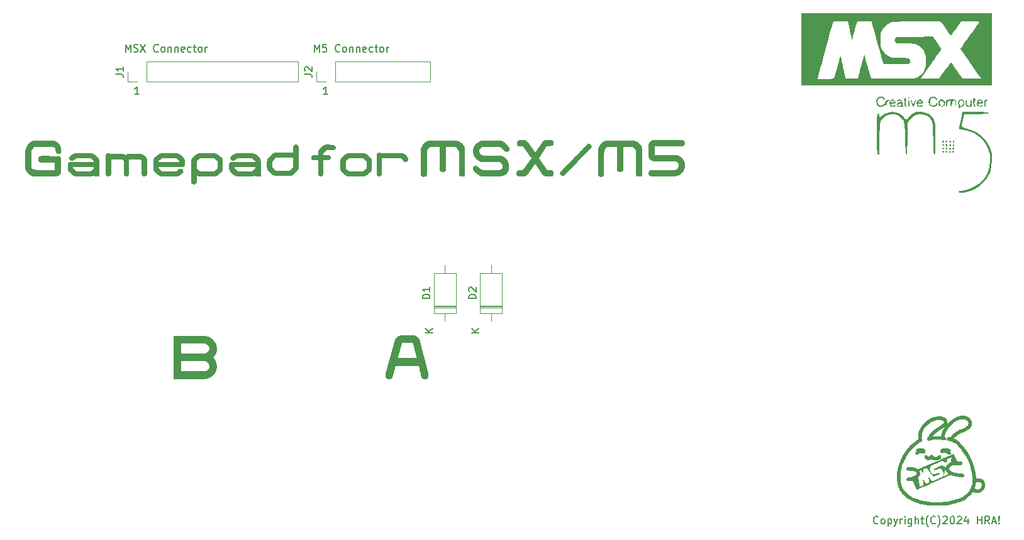
<source format=gbr>
%TF.GenerationSoftware,KiCad,Pcbnew,7.0.10*%
%TF.CreationDate,2024-02-09T22:35:13+09:00*%
%TF.ProjectId,game_pad,67616d65-5f70-4616-942e-6b696361645f,1*%
%TF.SameCoordinates,Original*%
%TF.FileFunction,Legend,Top*%
%TF.FilePolarity,Positive*%
%FSLAX46Y46*%
G04 Gerber Fmt 4.6, Leading zero omitted, Abs format (unit mm)*
G04 Created by KiCad (PCBNEW 7.0.10) date 2024-02-09 22:35:13*
%MOMM*%
%LPD*%
G01*
G04 APERTURE LIST*
%ADD10C,0.150000*%
%ADD11C,0.120000*%
G04 APERTURE END LIST*
D10*
X168294207Y-134521580D02*
X168246588Y-134569200D01*
X168246588Y-134569200D02*
X168103731Y-134616819D01*
X168103731Y-134616819D02*
X168008493Y-134616819D01*
X168008493Y-134616819D02*
X167865636Y-134569200D01*
X167865636Y-134569200D02*
X167770398Y-134473961D01*
X167770398Y-134473961D02*
X167722779Y-134378723D01*
X167722779Y-134378723D02*
X167675160Y-134188247D01*
X167675160Y-134188247D02*
X167675160Y-134045390D01*
X167675160Y-134045390D02*
X167722779Y-133854914D01*
X167722779Y-133854914D02*
X167770398Y-133759676D01*
X167770398Y-133759676D02*
X167865636Y-133664438D01*
X167865636Y-133664438D02*
X168008493Y-133616819D01*
X168008493Y-133616819D02*
X168103731Y-133616819D01*
X168103731Y-133616819D02*
X168246588Y-133664438D01*
X168246588Y-133664438D02*
X168294207Y-133712057D01*
X168865636Y-134616819D02*
X168770398Y-134569200D01*
X168770398Y-134569200D02*
X168722779Y-134521580D01*
X168722779Y-134521580D02*
X168675160Y-134426342D01*
X168675160Y-134426342D02*
X168675160Y-134140628D01*
X168675160Y-134140628D02*
X168722779Y-134045390D01*
X168722779Y-134045390D02*
X168770398Y-133997771D01*
X168770398Y-133997771D02*
X168865636Y-133950152D01*
X168865636Y-133950152D02*
X169008493Y-133950152D01*
X169008493Y-133950152D02*
X169103731Y-133997771D01*
X169103731Y-133997771D02*
X169151350Y-134045390D01*
X169151350Y-134045390D02*
X169198969Y-134140628D01*
X169198969Y-134140628D02*
X169198969Y-134426342D01*
X169198969Y-134426342D02*
X169151350Y-134521580D01*
X169151350Y-134521580D02*
X169103731Y-134569200D01*
X169103731Y-134569200D02*
X169008493Y-134616819D01*
X169008493Y-134616819D02*
X168865636Y-134616819D01*
X169627541Y-133950152D02*
X169627541Y-134950152D01*
X169627541Y-133997771D02*
X169722779Y-133950152D01*
X169722779Y-133950152D02*
X169913255Y-133950152D01*
X169913255Y-133950152D02*
X170008493Y-133997771D01*
X170008493Y-133997771D02*
X170056112Y-134045390D01*
X170056112Y-134045390D02*
X170103731Y-134140628D01*
X170103731Y-134140628D02*
X170103731Y-134426342D01*
X170103731Y-134426342D02*
X170056112Y-134521580D01*
X170056112Y-134521580D02*
X170008493Y-134569200D01*
X170008493Y-134569200D02*
X169913255Y-134616819D01*
X169913255Y-134616819D02*
X169722779Y-134616819D01*
X169722779Y-134616819D02*
X169627541Y-134569200D01*
X170437065Y-133950152D02*
X170675160Y-134616819D01*
X170913255Y-133950152D02*
X170675160Y-134616819D01*
X170675160Y-134616819D02*
X170579922Y-134854914D01*
X170579922Y-134854914D02*
X170532303Y-134902533D01*
X170532303Y-134902533D02*
X170437065Y-134950152D01*
X171294208Y-134616819D02*
X171294208Y-133950152D01*
X171294208Y-134140628D02*
X171341827Y-134045390D01*
X171341827Y-134045390D02*
X171389446Y-133997771D01*
X171389446Y-133997771D02*
X171484684Y-133950152D01*
X171484684Y-133950152D02*
X171579922Y-133950152D01*
X171913256Y-134616819D02*
X171913256Y-133950152D01*
X171913256Y-133616819D02*
X171865637Y-133664438D01*
X171865637Y-133664438D02*
X171913256Y-133712057D01*
X171913256Y-133712057D02*
X171960875Y-133664438D01*
X171960875Y-133664438D02*
X171913256Y-133616819D01*
X171913256Y-133616819D02*
X171913256Y-133712057D01*
X172818017Y-133950152D02*
X172818017Y-134759676D01*
X172818017Y-134759676D02*
X172770398Y-134854914D01*
X172770398Y-134854914D02*
X172722779Y-134902533D01*
X172722779Y-134902533D02*
X172627541Y-134950152D01*
X172627541Y-134950152D02*
X172484684Y-134950152D01*
X172484684Y-134950152D02*
X172389446Y-134902533D01*
X172818017Y-134569200D02*
X172722779Y-134616819D01*
X172722779Y-134616819D02*
X172532303Y-134616819D01*
X172532303Y-134616819D02*
X172437065Y-134569200D01*
X172437065Y-134569200D02*
X172389446Y-134521580D01*
X172389446Y-134521580D02*
X172341827Y-134426342D01*
X172341827Y-134426342D02*
X172341827Y-134140628D01*
X172341827Y-134140628D02*
X172389446Y-134045390D01*
X172389446Y-134045390D02*
X172437065Y-133997771D01*
X172437065Y-133997771D02*
X172532303Y-133950152D01*
X172532303Y-133950152D02*
X172722779Y-133950152D01*
X172722779Y-133950152D02*
X172818017Y-133997771D01*
X173294208Y-134616819D02*
X173294208Y-133616819D01*
X173722779Y-134616819D02*
X173722779Y-134093009D01*
X173722779Y-134093009D02*
X173675160Y-133997771D01*
X173675160Y-133997771D02*
X173579922Y-133950152D01*
X173579922Y-133950152D02*
X173437065Y-133950152D01*
X173437065Y-133950152D02*
X173341827Y-133997771D01*
X173341827Y-133997771D02*
X173294208Y-134045390D01*
X174056113Y-133950152D02*
X174437065Y-133950152D01*
X174198970Y-133616819D02*
X174198970Y-134473961D01*
X174198970Y-134473961D02*
X174246589Y-134569200D01*
X174246589Y-134569200D02*
X174341827Y-134616819D01*
X174341827Y-134616819D02*
X174437065Y-134616819D01*
X175056113Y-134997771D02*
X175008494Y-134950152D01*
X175008494Y-134950152D02*
X174913256Y-134807295D01*
X174913256Y-134807295D02*
X174865637Y-134712057D01*
X174865637Y-134712057D02*
X174818018Y-134569200D01*
X174818018Y-134569200D02*
X174770399Y-134331104D01*
X174770399Y-134331104D02*
X174770399Y-134140628D01*
X174770399Y-134140628D02*
X174818018Y-133902533D01*
X174818018Y-133902533D02*
X174865637Y-133759676D01*
X174865637Y-133759676D02*
X174913256Y-133664438D01*
X174913256Y-133664438D02*
X175008494Y-133521580D01*
X175008494Y-133521580D02*
X175056113Y-133473961D01*
X176008494Y-134521580D02*
X175960875Y-134569200D01*
X175960875Y-134569200D02*
X175818018Y-134616819D01*
X175818018Y-134616819D02*
X175722780Y-134616819D01*
X175722780Y-134616819D02*
X175579923Y-134569200D01*
X175579923Y-134569200D02*
X175484685Y-134473961D01*
X175484685Y-134473961D02*
X175437066Y-134378723D01*
X175437066Y-134378723D02*
X175389447Y-134188247D01*
X175389447Y-134188247D02*
X175389447Y-134045390D01*
X175389447Y-134045390D02*
X175437066Y-133854914D01*
X175437066Y-133854914D02*
X175484685Y-133759676D01*
X175484685Y-133759676D02*
X175579923Y-133664438D01*
X175579923Y-133664438D02*
X175722780Y-133616819D01*
X175722780Y-133616819D02*
X175818018Y-133616819D01*
X175818018Y-133616819D02*
X175960875Y-133664438D01*
X175960875Y-133664438D02*
X176008494Y-133712057D01*
X176341828Y-134997771D02*
X176389447Y-134950152D01*
X176389447Y-134950152D02*
X176484685Y-134807295D01*
X176484685Y-134807295D02*
X176532304Y-134712057D01*
X176532304Y-134712057D02*
X176579923Y-134569200D01*
X176579923Y-134569200D02*
X176627542Y-134331104D01*
X176627542Y-134331104D02*
X176627542Y-134140628D01*
X176627542Y-134140628D02*
X176579923Y-133902533D01*
X176579923Y-133902533D02*
X176532304Y-133759676D01*
X176532304Y-133759676D02*
X176484685Y-133664438D01*
X176484685Y-133664438D02*
X176389447Y-133521580D01*
X176389447Y-133521580D02*
X176341828Y-133473961D01*
X177056114Y-133712057D02*
X177103733Y-133664438D01*
X177103733Y-133664438D02*
X177198971Y-133616819D01*
X177198971Y-133616819D02*
X177437066Y-133616819D01*
X177437066Y-133616819D02*
X177532304Y-133664438D01*
X177532304Y-133664438D02*
X177579923Y-133712057D01*
X177579923Y-133712057D02*
X177627542Y-133807295D01*
X177627542Y-133807295D02*
X177627542Y-133902533D01*
X177627542Y-133902533D02*
X177579923Y-134045390D01*
X177579923Y-134045390D02*
X177008495Y-134616819D01*
X177008495Y-134616819D02*
X177627542Y-134616819D01*
X178246590Y-133616819D02*
X178341828Y-133616819D01*
X178341828Y-133616819D02*
X178437066Y-133664438D01*
X178437066Y-133664438D02*
X178484685Y-133712057D01*
X178484685Y-133712057D02*
X178532304Y-133807295D01*
X178532304Y-133807295D02*
X178579923Y-133997771D01*
X178579923Y-133997771D02*
X178579923Y-134235866D01*
X178579923Y-134235866D02*
X178532304Y-134426342D01*
X178532304Y-134426342D02*
X178484685Y-134521580D01*
X178484685Y-134521580D02*
X178437066Y-134569200D01*
X178437066Y-134569200D02*
X178341828Y-134616819D01*
X178341828Y-134616819D02*
X178246590Y-134616819D01*
X178246590Y-134616819D02*
X178151352Y-134569200D01*
X178151352Y-134569200D02*
X178103733Y-134521580D01*
X178103733Y-134521580D02*
X178056114Y-134426342D01*
X178056114Y-134426342D02*
X178008495Y-134235866D01*
X178008495Y-134235866D02*
X178008495Y-133997771D01*
X178008495Y-133997771D02*
X178056114Y-133807295D01*
X178056114Y-133807295D02*
X178103733Y-133712057D01*
X178103733Y-133712057D02*
X178151352Y-133664438D01*
X178151352Y-133664438D02*
X178246590Y-133616819D01*
X178960876Y-133712057D02*
X179008495Y-133664438D01*
X179008495Y-133664438D02*
X179103733Y-133616819D01*
X179103733Y-133616819D02*
X179341828Y-133616819D01*
X179341828Y-133616819D02*
X179437066Y-133664438D01*
X179437066Y-133664438D02*
X179484685Y-133712057D01*
X179484685Y-133712057D02*
X179532304Y-133807295D01*
X179532304Y-133807295D02*
X179532304Y-133902533D01*
X179532304Y-133902533D02*
X179484685Y-134045390D01*
X179484685Y-134045390D02*
X178913257Y-134616819D01*
X178913257Y-134616819D02*
X179532304Y-134616819D01*
X180389447Y-133950152D02*
X180389447Y-134616819D01*
X180151352Y-133569200D02*
X179913257Y-134283485D01*
X179913257Y-134283485D02*
X180532304Y-134283485D01*
X181675162Y-134616819D02*
X181675162Y-133616819D01*
X181675162Y-134093009D02*
X182246590Y-134093009D01*
X182246590Y-134616819D02*
X182246590Y-133616819D01*
X183294209Y-134616819D02*
X182960876Y-134140628D01*
X182722781Y-134616819D02*
X182722781Y-133616819D01*
X182722781Y-133616819D02*
X183103733Y-133616819D01*
X183103733Y-133616819D02*
X183198971Y-133664438D01*
X183198971Y-133664438D02*
X183246590Y-133712057D01*
X183246590Y-133712057D02*
X183294209Y-133807295D01*
X183294209Y-133807295D02*
X183294209Y-133950152D01*
X183294209Y-133950152D02*
X183246590Y-134045390D01*
X183246590Y-134045390D02*
X183198971Y-134093009D01*
X183198971Y-134093009D02*
X183103733Y-134140628D01*
X183103733Y-134140628D02*
X182722781Y-134140628D01*
X183675162Y-134331104D02*
X184151352Y-134331104D01*
X183579924Y-134616819D02*
X183913257Y-133616819D01*
X183913257Y-133616819D02*
X184246590Y-134616819D01*
X184579924Y-134521580D02*
X184627543Y-134569200D01*
X184627543Y-134569200D02*
X184579924Y-134616819D01*
X184579924Y-134616819D02*
X184532305Y-134569200D01*
X184532305Y-134569200D02*
X184579924Y-134521580D01*
X184579924Y-134521580D02*
X184579924Y-134616819D01*
X184579924Y-134235866D02*
X184532305Y-133664438D01*
X184532305Y-133664438D02*
X184579924Y-133616819D01*
X184579924Y-133616819D02*
X184627543Y-133664438D01*
X184627543Y-133664438D02*
X184579924Y-134235866D01*
X184579924Y-134235866D02*
X184579924Y-133616819D01*
G36*
X53465561Y-84440969D02*
G01*
X53479871Y-84365104D01*
X53495629Y-84291075D01*
X53512834Y-84218883D01*
X53531488Y-84148527D01*
X53551589Y-84080008D01*
X53573138Y-84013325D01*
X53596135Y-83948479D01*
X53620579Y-83885470D01*
X53646472Y-83824297D01*
X53673812Y-83764961D01*
X53702600Y-83707461D01*
X53732835Y-83651798D01*
X53764519Y-83597972D01*
X53797650Y-83545982D01*
X53832230Y-83495828D01*
X53868257Y-83447512D01*
X53905731Y-83401032D01*
X53944654Y-83356388D01*
X53985025Y-83313581D01*
X54026843Y-83272611D01*
X54070109Y-83233477D01*
X54114823Y-83196180D01*
X54160984Y-83160720D01*
X54208594Y-83127096D01*
X54257651Y-83095308D01*
X54308156Y-83065358D01*
X54360109Y-83037243D01*
X54413510Y-83010966D01*
X54468358Y-82986525D01*
X54524655Y-82963920D01*
X54582399Y-82943153D01*
X54641591Y-82924221D01*
X57035170Y-82924221D01*
X57105778Y-82928568D01*
X57175634Y-82936114D01*
X57244739Y-82946858D01*
X57313092Y-82960801D01*
X57380694Y-82977942D01*
X57447545Y-82998281D01*
X57513644Y-83021820D01*
X57578992Y-83048556D01*
X57643589Y-83078492D01*
X57707435Y-83111625D01*
X57749581Y-83135491D01*
X57793282Y-83160779D01*
X57835238Y-83187488D01*
X57875447Y-83215619D01*
X57932487Y-83260481D01*
X57985600Y-83308541D01*
X58034783Y-83359800D01*
X58080039Y-83414257D01*
X58121365Y-83471913D01*
X58158764Y-83532768D01*
X58192234Y-83596821D01*
X58221776Y-83664072D01*
X58239288Y-83710683D01*
X58256184Y-83757982D01*
X58271764Y-83804316D01*
X58292666Y-83872011D01*
X58310605Y-83937538D01*
X58325581Y-84000897D01*
X58337595Y-84062088D01*
X58346647Y-84121110D01*
X58352737Y-84177965D01*
X58355864Y-84232651D01*
X58356028Y-84285169D01*
X58353230Y-84335519D01*
X58351639Y-84351821D01*
X58348586Y-84401666D01*
X58338855Y-84469870D01*
X58322941Y-84530194D01*
X58300845Y-84582641D01*
X58272566Y-84627209D01*
X58238105Y-84663900D01*
X58197461Y-84692711D01*
X58150635Y-84713645D01*
X58097627Y-84726700D01*
X58038436Y-84731877D01*
X57973063Y-84729176D01*
X57906742Y-84719530D01*
X57846539Y-84703874D01*
X57792453Y-84682207D01*
X57744486Y-84654529D01*
X57702637Y-84620841D01*
X57666906Y-84581142D01*
X57637292Y-84535432D01*
X57613797Y-84483712D01*
X57596420Y-84425981D01*
X57585161Y-84362239D01*
X57581053Y-84316406D01*
X57587799Y-84242484D01*
X57585137Y-84173982D01*
X57573068Y-84110898D01*
X57551591Y-84053234D01*
X57520708Y-84000989D01*
X57480418Y-83954163D01*
X57430720Y-83912756D01*
X57371615Y-83876769D01*
X57303103Y-83846200D01*
X57225184Y-83821051D01*
X57137857Y-83801320D01*
X57041124Y-83787009D01*
X56989229Y-83781886D01*
X56934983Y-83778117D01*
X56878385Y-83775703D01*
X56819435Y-83774644D01*
X56758134Y-83774940D01*
X56694480Y-83776591D01*
X56628475Y-83779596D01*
X56560118Y-83783956D01*
X54879727Y-83783956D01*
X54711200Y-83838911D01*
X54655773Y-83885046D01*
X54604897Y-83930946D01*
X54558572Y-83976609D01*
X54516798Y-84022036D01*
X54479575Y-84067227D01*
X54446902Y-84112181D01*
X54418781Y-84156900D01*
X54395211Y-84201383D01*
X54370863Y-84260325D01*
X54354605Y-84318848D01*
X54344673Y-84376350D01*
X54338720Y-84430236D01*
X54333301Y-84496563D01*
X54329587Y-84554473D01*
X54326174Y-84619381D01*
X54323061Y-84691287D01*
X54321153Y-84743113D01*
X54319378Y-84798048D01*
X54317737Y-84856094D01*
X54316230Y-84917250D01*
X54315526Y-84948995D01*
X54314396Y-85014869D01*
X54313446Y-85083958D01*
X54312678Y-85156262D01*
X54312092Y-85231782D01*
X54311686Y-85310517D01*
X54311462Y-85392467D01*
X54311419Y-85477632D01*
X54311557Y-85566013D01*
X54311877Y-85657609D01*
X54312378Y-85752420D01*
X54313060Y-85850446D01*
X54313469Y-85900665D01*
X54313924Y-85951688D01*
X54314423Y-86003514D01*
X54314968Y-86056145D01*
X54315559Y-86109579D01*
X54316194Y-86163817D01*
X54316875Y-86218858D01*
X54317601Y-86274704D01*
X54318373Y-86331353D01*
X54319190Y-86388806D01*
X54347278Y-86560997D01*
X54372294Y-86609083D01*
X54402156Y-86654420D01*
X54436865Y-86697010D01*
X54476421Y-86736852D01*
X54520824Y-86773947D01*
X54570073Y-86808293D01*
X54624169Y-86839892D01*
X54667922Y-86861788D01*
X54683112Y-86868743D01*
X54752961Y-86879691D01*
X54821673Y-86886179D01*
X54908103Y-86892018D01*
X54957961Y-86894694D01*
X55012249Y-86897208D01*
X55070967Y-86899560D01*
X55134113Y-86901750D01*
X55201689Y-86903777D01*
X55273694Y-86905642D01*
X55350129Y-86907345D01*
X55430992Y-86908886D01*
X55516285Y-86910265D01*
X55606008Y-86911481D01*
X55700159Y-86912535D01*
X55798740Y-86913427D01*
X55901750Y-86914157D01*
X56009190Y-86914725D01*
X56121058Y-86915130D01*
X56237356Y-86915374D01*
X56358084Y-86915455D01*
X56483240Y-86915374D01*
X56612826Y-86915130D01*
X56746841Y-86914725D01*
X56885286Y-86914157D01*
X57028159Y-86913427D01*
X57175462Y-86912535D01*
X57327195Y-86911481D01*
X57483356Y-86910265D01*
X57483356Y-85894214D01*
X55733356Y-85894214D01*
X55678945Y-85895078D01*
X55627759Y-85892478D01*
X55557027Y-85882085D01*
X55493550Y-85863899D01*
X55437329Y-85837921D01*
X55388363Y-85804150D01*
X55346653Y-85762587D01*
X55312199Y-85713231D01*
X55285001Y-85656084D01*
X55265059Y-85591143D01*
X55252372Y-85518411D01*
X55249755Y-85492435D01*
X55248720Y-85441101D01*
X55253017Y-85369664D01*
X55264334Y-85304902D01*
X55282670Y-85246817D01*
X55308025Y-85195408D01*
X55340401Y-85150675D01*
X55379795Y-85112618D01*
X55426210Y-85081238D01*
X55479644Y-85056533D01*
X55540098Y-85038505D01*
X55607571Y-85027152D01*
X57973063Y-85034480D01*
X58023535Y-85038043D01*
X58084719Y-85049606D01*
X58138920Y-85068955D01*
X58186137Y-85096089D01*
X58226371Y-85131008D01*
X58259620Y-85173712D01*
X58285886Y-85224202D01*
X58305168Y-85282477D01*
X58308897Y-85298262D01*
X58308897Y-87200914D01*
X58295464Y-87270523D01*
X58265797Y-87335157D01*
X58232972Y-87395335D01*
X58196989Y-87451057D01*
X58157848Y-87502325D01*
X58115549Y-87549136D01*
X58070092Y-87591492D01*
X58021477Y-87629393D01*
X57969705Y-87662838D01*
X57914774Y-87691827D01*
X57856685Y-87716361D01*
X57795438Y-87736440D01*
X57731034Y-87752063D01*
X57663471Y-87763230D01*
X57592750Y-87769942D01*
X57518871Y-87772199D01*
X57441835Y-87770000D01*
X57344138Y-87770000D01*
X54838206Y-87770000D01*
X54787526Y-87774579D01*
X54735624Y-87773663D01*
X54686403Y-87771159D01*
X54634838Y-87770089D01*
X54613503Y-87770000D01*
X54557327Y-87770000D01*
X54483799Y-87743575D01*
X54412813Y-87715288D01*
X54344370Y-87685138D01*
X54278470Y-87653125D01*
X54215113Y-87619250D01*
X54154297Y-87583511D01*
X54096025Y-87545910D01*
X54040295Y-87506446D01*
X53987108Y-87465119D01*
X53936463Y-87421930D01*
X53888361Y-87376877D01*
X53842802Y-87329962D01*
X53799785Y-87281183D01*
X53759311Y-87230542D01*
X53721379Y-87178039D01*
X53685990Y-87123672D01*
X53653144Y-87067442D01*
X53622840Y-87009350D01*
X53595079Y-86949395D01*
X53569861Y-86887577D01*
X53547185Y-86823896D01*
X53527051Y-86758352D01*
X53509461Y-86690946D01*
X53494412Y-86621676D01*
X53481907Y-86550544D01*
X53471944Y-86477549D01*
X53464524Y-86402692D01*
X53459646Y-86325971D01*
X53457311Y-86247387D01*
X53457518Y-86166941D01*
X53460269Y-86084632D01*
X53465561Y-86000460D01*
X53465561Y-84440969D01*
G37*
G36*
X62305502Y-84643896D02*
G01*
X62355848Y-84646973D01*
X62406710Y-84653742D01*
X62458087Y-84664204D01*
X62509979Y-84678357D01*
X62562386Y-84696203D01*
X62579803Y-84702739D01*
X62630392Y-84723833D01*
X62678492Y-84747160D01*
X62724102Y-84772720D01*
X62767221Y-84800512D01*
X62807850Y-84830537D01*
X63220621Y-85167592D01*
X63256446Y-85199375D01*
X63296288Y-85240819D01*
X63332696Y-85285871D01*
X63360411Y-85326169D01*
X63385742Y-85368971D01*
X63408688Y-85414277D01*
X63421346Y-85441951D01*
X63439676Y-85487932D01*
X63457107Y-85542872D01*
X63469557Y-85597555D01*
X63477028Y-85651980D01*
X63479518Y-85706147D01*
X63479518Y-85817278D01*
X63479518Y-86720976D01*
X63479518Y-87770000D01*
X62759002Y-87770000D01*
X62759002Y-87629560D01*
X62733852Y-87645875D01*
X62687821Y-87672129D01*
X62639218Y-87695462D01*
X62588044Y-87715874D01*
X62534298Y-87733363D01*
X62502947Y-87741950D01*
X62448542Y-87754222D01*
X62394722Y-87762987D01*
X62341486Y-87768246D01*
X62288834Y-87770000D01*
X60399616Y-87770000D01*
X60382934Y-87769794D01*
X60332373Y-87766717D01*
X60281039Y-87759948D01*
X60228932Y-87749487D01*
X60176052Y-87735333D01*
X60122400Y-87717487D01*
X60104716Y-87710799D01*
X60053783Y-87689247D01*
X60006027Y-87665462D01*
X59961448Y-87639444D01*
X59920046Y-87611194D01*
X59881821Y-87580711D01*
X59461723Y-87221674D01*
X59434341Y-87196468D01*
X59395916Y-87155724D01*
X59360668Y-87111460D01*
X59328596Y-87063675D01*
X59304297Y-87021165D01*
X59282205Y-86976210D01*
X59270419Y-86948504D01*
X59253353Y-86902327D01*
X59237125Y-86846914D01*
X59225533Y-86791502D01*
X59218577Y-86736089D01*
X59216259Y-86680676D01*
X59216259Y-86519476D01*
X59951430Y-86519476D01*
X59951430Y-86640376D01*
X59951430Y-86656252D01*
X59984714Y-86689561D01*
X60021039Y-86724640D01*
X60045196Y-86747552D01*
X60082720Y-86783691D01*
X60121789Y-86821956D01*
X60157815Y-86857752D01*
X60180385Y-86880000D01*
X60219358Y-86918694D01*
X60256205Y-86955649D01*
X60290928Y-86990865D01*
X60317489Y-87017045D01*
X60356873Y-87050704D01*
X60359803Y-87053541D01*
X60406943Y-87066580D01*
X62282728Y-87066580D01*
X62313258Y-87062916D01*
X62345010Y-87042156D01*
X62366106Y-87024074D01*
X62404849Y-86990865D01*
X62420019Y-86977546D01*
X62459780Y-86942579D01*
X62497808Y-86909070D01*
X62537962Y-86873628D01*
X62556070Y-86857581D01*
X62595279Y-86822451D01*
X62632363Y-86788673D01*
X62671074Y-86752728D01*
X62706730Y-86719735D01*
X62744347Y-86688004D01*
X62744347Y-86680676D01*
X62744347Y-86519476D01*
X59951430Y-86519476D01*
X59216259Y-86519476D01*
X59216259Y-86188527D01*
X59216669Y-86169322D01*
X59222823Y-86113880D01*
X59236361Y-86061702D01*
X59257284Y-86012787D01*
X59285592Y-85967134D01*
X59321284Y-85924745D01*
X59334602Y-85911583D01*
X59376849Y-85877194D01*
X59422530Y-85850446D01*
X59471646Y-85831341D01*
X59524196Y-85819878D01*
X59580181Y-85816057D01*
X62744347Y-85816057D01*
X62744347Y-85698820D01*
X62737020Y-85698820D01*
X62706966Y-85672488D01*
X62667411Y-85640202D01*
X62651382Y-85627265D01*
X62609975Y-85593920D01*
X62571078Y-85562686D01*
X62530635Y-85530293D01*
X62517014Y-85519366D01*
X62477569Y-85487359D01*
X62436234Y-85453156D01*
X62397522Y-85420383D01*
X62377601Y-85402537D01*
X62338904Y-85367871D01*
X62309595Y-85354438D01*
X62282728Y-85347110D01*
X60371528Y-85347110D01*
X60343440Y-85354438D01*
X60315352Y-85367871D01*
X60301919Y-85382526D01*
X59979518Y-85606008D01*
X59963709Y-85617004D01*
X59915252Y-85644552D01*
X59865249Y-85663944D01*
X59813700Y-85675178D01*
X59760606Y-85678255D01*
X59705966Y-85673175D01*
X59687862Y-85669726D01*
X59636128Y-85654627D01*
X59588257Y-85632402D01*
X59544251Y-85603050D01*
X59504108Y-85566571D01*
X59467829Y-85522965D01*
X59456981Y-85507905D01*
X59429819Y-85461523D01*
X59410728Y-85413337D01*
X59399708Y-85363349D01*
X59396760Y-85311557D01*
X59401884Y-85257962D01*
X59405333Y-85240025D01*
X59420431Y-85188963D01*
X59442656Y-85142023D01*
X59472008Y-85099204D01*
X59508487Y-85060507D01*
X59552093Y-85025931D01*
X59867166Y-84810997D01*
X59911779Y-84780226D01*
X59960131Y-84752026D01*
X60004553Y-84729901D01*
X60051722Y-84709665D01*
X60101639Y-84691318D01*
X60152544Y-84675133D01*
X60202676Y-84662295D01*
X60252035Y-84652807D01*
X60308644Y-84645970D01*
X60364200Y-84643691D01*
X62288834Y-84643691D01*
X62305502Y-84643896D01*
G37*
G36*
X69629553Y-85036922D02*
G01*
X69441486Y-84896482D01*
X69399769Y-84867383D01*
X69353997Y-84841146D01*
X69309336Y-84819980D01*
X69293719Y-84813440D01*
X69243809Y-84794678D01*
X69195228Y-84779947D01*
X69142677Y-84767048D01*
X69093440Y-84757264D01*
X69040821Y-84748407D01*
X68991906Y-84742024D01*
X68939470Y-84736757D01*
X68883514Y-84732607D01*
X68834194Y-84730001D01*
X68813782Y-84729176D01*
X68761004Y-84727065D01*
X68704946Y-84725312D01*
X68645608Y-84723917D01*
X68595777Y-84723058D01*
X68543847Y-84722428D01*
X68489818Y-84722028D01*
X68433690Y-84721856D01*
X68419330Y-84721849D01*
X67369085Y-84721849D01*
X67317642Y-84725360D01*
X67268335Y-84735893D01*
X67221166Y-84753448D01*
X67176133Y-84778025D01*
X67134612Y-84807868D01*
X67097976Y-84841222D01*
X67062599Y-84882943D01*
X67039357Y-84918464D01*
X67011270Y-84896482D01*
X66970554Y-84867383D01*
X66926262Y-84841146D01*
X66878391Y-84817771D01*
X66868387Y-84813440D01*
X66820249Y-84794678D01*
X66772755Y-84779947D01*
X66720834Y-84767048D01*
X66671772Y-84757264D01*
X66619154Y-84748824D01*
X66570238Y-84742613D01*
X66517802Y-84737347D01*
X66461846Y-84733025D01*
X66412526Y-84730144D01*
X66392114Y-84729176D01*
X66338984Y-84727065D01*
X66282634Y-84725312D01*
X66223064Y-84723917D01*
X66173090Y-84723058D01*
X66121054Y-84722428D01*
X66066958Y-84722028D01*
X66010802Y-84721856D01*
X65996441Y-84721849D01*
X64946196Y-84721849D01*
X64900744Y-84695287D01*
X64853231Y-84674221D01*
X64803658Y-84658651D01*
X64752023Y-84648576D01*
X64698328Y-84643996D01*
X64679972Y-84643691D01*
X64623987Y-84647340D01*
X64571436Y-84658288D01*
X64522320Y-84676535D01*
X64476639Y-84702080D01*
X64434393Y-84734924D01*
X64421074Y-84747494D01*
X64385382Y-84788138D01*
X64357075Y-84832216D01*
X64336152Y-84879729D01*
X64322614Y-84930676D01*
X64316460Y-84985059D01*
X64316050Y-85003949D01*
X64316050Y-87409741D01*
X64319742Y-87465268D01*
X64330819Y-87517361D01*
X64349280Y-87566019D01*
X64375126Y-87611242D01*
X64408356Y-87653030D01*
X64421074Y-87666196D01*
X64462176Y-87701473D01*
X64506712Y-87729451D01*
X64554683Y-87750131D01*
X64606088Y-87763512D01*
X64660928Y-87769594D01*
X64679972Y-87770000D01*
X64736085Y-87766393D01*
X64789022Y-87755574D01*
X64838782Y-87737542D01*
X64885365Y-87712297D01*
X64928770Y-87679840D01*
X64942533Y-87667418D01*
X64979470Y-87626860D01*
X65008764Y-87583039D01*
X65030417Y-87535956D01*
X65044428Y-87485609D01*
X65050796Y-87432000D01*
X65051221Y-87413405D01*
X65051221Y-85503426D01*
X65996441Y-85503426D01*
X66053821Y-85503522D01*
X66107810Y-85503812D01*
X66158406Y-85504295D01*
X66220593Y-85505240D01*
X66276750Y-85506528D01*
X66326877Y-85508159D01*
X66381056Y-85510682D01*
X66433635Y-85514417D01*
X66483390Y-85518516D01*
X66534996Y-85523271D01*
X66584980Y-85529116D01*
X66592393Y-85530293D01*
X66631066Y-85564873D01*
X66662002Y-85590132D01*
X66701800Y-85620814D01*
X66738939Y-85647529D01*
X66738939Y-87413405D01*
X66742760Y-87468102D01*
X66754223Y-87519536D01*
X66773328Y-87567707D01*
X66800076Y-87612616D01*
X66834465Y-87654261D01*
X66847627Y-87667418D01*
X66889973Y-87702279D01*
X66935497Y-87729928D01*
X66984198Y-87750365D01*
X67036075Y-87763588D01*
X67091130Y-87769599D01*
X67110188Y-87770000D01*
X67166173Y-87766393D01*
X67218723Y-87755574D01*
X67267839Y-87737542D01*
X67313520Y-87712297D01*
X67355766Y-87679840D01*
X67369085Y-87667418D01*
X67404777Y-87626860D01*
X67433085Y-87583039D01*
X67454007Y-87535956D01*
X67467546Y-87485609D01*
X67473700Y-87432000D01*
X67474110Y-87413405D01*
X67474110Y-85620662D01*
X67474110Y-85570544D01*
X67474110Y-85558381D01*
X67462890Y-85510162D01*
X67459455Y-85503426D01*
X68419330Y-85503426D01*
X68477801Y-85503522D01*
X68532774Y-85503812D01*
X68584247Y-85504295D01*
X68647435Y-85505240D01*
X68704403Y-85506528D01*
X68755150Y-85508159D01*
X68809837Y-85510682D01*
X68862630Y-85514417D01*
X68912035Y-85518516D01*
X68962159Y-85523271D01*
X69012212Y-85529907D01*
X69014061Y-85530293D01*
X69051678Y-85562675D01*
X69087334Y-85590132D01*
X69129504Y-85620814D01*
X69167934Y-85647529D01*
X69167934Y-87413405D01*
X69171626Y-87468102D01*
X69182703Y-87519536D01*
X69201164Y-87567707D01*
X69227010Y-87612616D01*
X69260241Y-87654261D01*
X69272958Y-87667418D01*
X69314060Y-87702279D01*
X69358596Y-87729928D01*
X69406567Y-87750365D01*
X69457972Y-87763588D01*
X69512812Y-87769599D01*
X69531856Y-87770000D01*
X69587970Y-87766307D01*
X69640906Y-87755230D01*
X69690666Y-87736769D01*
X69737249Y-87710923D01*
X69780654Y-87677693D01*
X69794417Y-87664975D01*
X69831354Y-87623874D01*
X69860649Y-87579337D01*
X69882301Y-87531367D01*
X69896312Y-87479961D01*
X69902680Y-87425121D01*
X69903105Y-87406078D01*
X69903105Y-85581584D01*
X69900400Y-85524010D01*
X69892286Y-85466694D01*
X69878762Y-85409636D01*
X69863359Y-85362284D01*
X69844200Y-85315111D01*
X69826168Y-85277501D01*
X69801082Y-85232022D01*
X69773909Y-85189464D01*
X69744649Y-85149828D01*
X69706782Y-85106122D01*
X69665909Y-85066624D01*
X69629553Y-85036922D01*
G37*
G36*
X73830110Y-84643891D02*
G01*
X73880600Y-84646897D01*
X73931776Y-84653508D01*
X73983640Y-84663727D01*
X74036190Y-84677551D01*
X74089427Y-84694982D01*
X74098388Y-84698141D01*
X74150252Y-84718349D01*
X74198852Y-84740702D01*
X74244190Y-84765203D01*
X74286265Y-84791850D01*
X74331228Y-84825652D01*
X74751325Y-85170034D01*
X74772016Y-85188116D01*
X74811142Y-85226985D01*
X74847263Y-85269461D01*
X74880379Y-85315543D01*
X74910490Y-85365231D01*
X74933286Y-85409392D01*
X74941716Y-85427544D01*
X74963740Y-85481826D01*
X74980871Y-85535850D01*
X74993107Y-85589617D01*
X75000448Y-85643126D01*
X75002896Y-85696378D01*
X75002896Y-86168988D01*
X75002471Y-86187277D01*
X74996103Y-86239971D01*
X74982092Y-86289401D01*
X74960439Y-86335569D01*
X74931144Y-86378474D01*
X74894207Y-86418115D01*
X74880588Y-86430389D01*
X74837497Y-86462461D01*
X74791058Y-86487405D01*
X74741269Y-86505222D01*
X74688132Y-86515913D01*
X74631646Y-86519476D01*
X71474808Y-86519476D01*
X71474808Y-86656252D01*
X71474808Y-86664801D01*
X71508092Y-86697559D01*
X71544417Y-86733189D01*
X71568574Y-86755929D01*
X71606098Y-86791166D01*
X71645167Y-86827756D01*
X71681193Y-86861416D01*
X71704085Y-86882608D01*
X71743336Y-86919853D01*
X71780077Y-86955939D01*
X71814305Y-86990865D01*
X71837622Y-87014181D01*
X71874145Y-87050704D01*
X71881167Y-87054425D01*
X71930321Y-87066580D01*
X73806106Y-87066580D01*
X73814883Y-87066222D01*
X73862281Y-87051926D01*
X73875715Y-87038492D01*
X74198115Y-86807683D01*
X74213920Y-86796687D01*
X74262305Y-86769138D01*
X74312151Y-86749747D01*
X74363456Y-86738512D01*
X74416221Y-86735435D01*
X74470446Y-86740516D01*
X74488693Y-86743970D01*
X74540742Y-86759139D01*
X74588756Y-86781522D01*
X74632734Y-86811117D01*
X74672676Y-86847926D01*
X74708583Y-86891946D01*
X74719579Y-86907732D01*
X74747127Y-86955831D01*
X74766519Y-87005047D01*
X74777753Y-87055379D01*
X74780830Y-87106828D01*
X74775750Y-87159392D01*
X74772301Y-87176885D01*
X74757202Y-87226788D01*
X74734977Y-87272827D01*
X74705625Y-87315002D01*
X74669146Y-87353313D01*
X74625540Y-87387759D01*
X74323978Y-87599319D01*
X74331228Y-87595366D01*
X74317961Y-87605312D01*
X74276502Y-87633605D01*
X74232553Y-87659580D01*
X74186113Y-87683236D01*
X74137183Y-87704574D01*
X74085764Y-87723593D01*
X74068385Y-87729213D01*
X74016536Y-87743896D01*
X73965116Y-87755316D01*
X73914126Y-87763474D01*
X73863565Y-87768368D01*
X73813433Y-87770000D01*
X71922993Y-87770000D01*
X71906326Y-87769813D01*
X71855979Y-87767023D01*
X71805117Y-87760883D01*
X71753741Y-87751395D01*
X71701848Y-87738558D01*
X71649441Y-87722372D01*
X71632172Y-87716128D01*
X71581969Y-87695734D01*
X71534170Y-87672851D01*
X71488775Y-87647477D01*
X71445785Y-87619614D01*
X71405198Y-87589260D01*
X70992428Y-87243656D01*
X70963329Y-87218430D01*
X70922757Y-87177587D01*
X70885877Y-87133136D01*
X70852690Y-87085080D01*
X70827854Y-87042277D01*
X70805582Y-86996971D01*
X70793797Y-86969068D01*
X70776731Y-86922706D01*
X70760502Y-86867308D01*
X70748910Y-86812167D01*
X70741955Y-86757284D01*
X70739637Y-86702658D01*
X70739637Y-85816057D01*
X71474808Y-85816057D01*
X74267725Y-85816057D01*
X74267725Y-85712254D01*
X74261618Y-85706147D01*
X74230516Y-85679815D01*
X74190788Y-85647529D01*
X74175027Y-85634268D01*
X74133954Y-85599945D01*
X74094949Y-85567627D01*
X74054012Y-85533956D01*
X74040391Y-85522375D01*
X74000946Y-85488790D01*
X73959611Y-85453514D01*
X73920900Y-85420383D01*
X73894796Y-85397409D01*
X73854954Y-85367871D01*
X73852330Y-85365357D01*
X73806106Y-85347110D01*
X71930321Y-85347110D01*
X71898569Y-85354438D01*
X71866817Y-85367871D01*
X71845722Y-85385092D01*
X71806978Y-85416720D01*
X71795880Y-85425714D01*
X71757335Y-85456626D01*
X71716405Y-85488969D01*
X71677529Y-85519302D01*
X71668852Y-85526147D01*
X71626181Y-85559659D01*
X71584703Y-85591978D01*
X71544417Y-85623105D01*
X71513730Y-85646707D01*
X71474808Y-85678060D01*
X71474808Y-85816057D01*
X70739637Y-85816057D01*
X70739637Y-85682944D01*
X70740724Y-85646556D01*
X70746434Y-85591759D01*
X70757039Y-85536704D01*
X70772538Y-85481392D01*
X70789192Y-85435101D01*
X70809246Y-85388632D01*
X70827717Y-85352205D01*
X70852952Y-85308980D01*
X70880572Y-85268318D01*
X70916865Y-85222909D01*
X70956593Y-85181192D01*
X70999755Y-85143168D01*
X71412526Y-84824431D01*
X71424914Y-84814041D01*
X71464198Y-84784589D01*
X71506659Y-84757712D01*
X71552297Y-84733412D01*
X71601113Y-84711688D01*
X71653105Y-84692540D01*
X71662093Y-84689534D01*
X71715274Y-84673506D01*
X71767166Y-84660912D01*
X71817770Y-84651753D01*
X71867086Y-84646029D01*
X71922993Y-84643691D01*
X73813433Y-84643691D01*
X73830110Y-84643891D01*
G37*
G36*
X78929743Y-84643896D02*
G01*
X78979703Y-84646973D01*
X79030264Y-84653742D01*
X79081427Y-84664204D01*
X79133190Y-84678357D01*
X79185554Y-84696203D01*
X79194290Y-84699434D01*
X79244951Y-84719870D01*
X79292607Y-84742110D01*
X79337258Y-84766152D01*
X79378903Y-84791998D01*
X79423691Y-84824431D01*
X79843789Y-85156601D01*
X79877945Y-85188384D01*
X79916413Y-85229829D01*
X79952133Y-85274880D01*
X79979801Y-85315178D01*
X80005561Y-85357980D01*
X80029413Y-85403286D01*
X80042508Y-85431189D01*
X80061470Y-85477551D01*
X80079502Y-85532950D01*
X80092382Y-85588090D01*
X80100110Y-85642973D01*
X80102686Y-85697599D01*
X80102686Y-86744180D01*
X80101484Y-86780568D01*
X80095173Y-86835365D01*
X80083452Y-86890420D01*
X80066322Y-86945732D01*
X80047914Y-86992023D01*
X80025750Y-87038492D01*
X80000664Y-87083799D01*
X79973490Y-87126601D01*
X79944230Y-87166899D01*
X79912883Y-87204692D01*
X79872511Y-87246738D01*
X79829134Y-87285177D01*
X79423691Y-87596587D01*
X79417540Y-87601368D01*
X79371942Y-87633300D01*
X79329324Y-87658530D01*
X79283442Y-87681786D01*
X79234298Y-87703066D01*
X79181891Y-87722372D01*
X79172977Y-87725302D01*
X79120198Y-87740930D01*
X79068621Y-87753209D01*
X79018246Y-87762139D01*
X78969073Y-87767720D01*
X78913224Y-87770000D01*
X77022784Y-87770000D01*
X76994581Y-87769484D01*
X76944676Y-87766103D01*
X76894070Y-87759567D01*
X76842762Y-87749875D01*
X76790753Y-87737027D01*
X76761463Y-87728078D01*
X76711767Y-87710488D01*
X76664057Y-87690444D01*
X76618334Y-87667946D01*
X76574598Y-87642993D01*
X76574598Y-88485631D01*
X76574174Y-88505137D01*
X76567805Y-88561423D01*
X76553795Y-88614359D01*
X76532142Y-88663947D01*
X76502847Y-88710187D01*
X76465910Y-88753077D01*
X76452148Y-88766534D01*
X76408742Y-88801697D01*
X76362159Y-88829045D01*
X76312400Y-88848580D01*
X76259463Y-88860301D01*
X76203349Y-88864207D01*
X76184306Y-88863783D01*
X76129466Y-88857414D01*
X76078060Y-88843404D01*
X76030089Y-88821751D01*
X75985553Y-88792456D01*
X75944452Y-88755519D01*
X75931734Y-88741757D01*
X75898504Y-88698351D01*
X75872658Y-88651769D01*
X75854196Y-88602009D01*
X75843120Y-88549072D01*
X75839427Y-88492958D01*
X75839427Y-86750286D01*
X75839427Y-86730746D01*
X76574598Y-86730746D01*
X76605224Y-86756602D01*
X76644207Y-86788143D01*
X76656168Y-86797596D01*
X76696811Y-86830034D01*
X76738648Y-86863904D01*
X76777320Y-86895610D01*
X76786126Y-86902742D01*
X76824573Y-86933772D01*
X76865025Y-86966210D01*
X76906769Y-86999413D01*
X76927105Y-87014769D01*
X76966608Y-87044598D01*
X76997138Y-87062916D01*
X77030111Y-87066580D01*
X78905896Y-87066580D01*
X78928565Y-87065206D01*
X78975505Y-87044598D01*
X78994053Y-87030301D01*
X79034124Y-86999413D01*
X79037870Y-86996506D01*
X79079862Y-86963578D01*
X79119289Y-86932142D01*
X79159909Y-86899274D01*
X79168290Y-86892571D01*
X79209769Y-86859489D01*
X79250531Y-86827122D01*
X79290579Y-86795471D01*
X79325379Y-86768351D01*
X79367515Y-86738073D01*
X79367515Y-85703705D01*
X79360188Y-85696378D01*
X79329085Y-85670999D01*
X79289357Y-85640202D01*
X79273653Y-85627513D01*
X79233225Y-85594287D01*
X79195411Y-85562549D01*
X79156245Y-85529071D01*
X79143279Y-85517730D01*
X79105412Y-85484993D01*
X79065150Y-85450885D01*
X79026796Y-85419162D01*
X79006875Y-85402146D01*
X78968178Y-85369092D01*
X78936427Y-85354438D01*
X78904675Y-85347110D01*
X77030111Y-85347110D01*
X77000802Y-85354438D01*
X76973935Y-85369092D01*
X76950560Y-85390082D01*
X76914096Y-85422826D01*
X76898926Y-85436087D01*
X76859165Y-85470410D01*
X76821137Y-85502728D01*
X76780983Y-85536399D01*
X76762818Y-85551263D01*
X76723062Y-85584011D01*
X76684851Y-85615792D01*
X76644207Y-85649972D01*
X76613521Y-85676526D01*
X76574598Y-85711032D01*
X76574598Y-86724640D01*
X76574598Y-86730746D01*
X75839427Y-86730746D01*
X75839427Y-85722023D01*
X75839427Y-85673175D01*
X75839455Y-85667478D01*
X75842746Y-85613525D01*
X75851524Y-85565058D01*
X75867515Y-85518080D01*
X75886444Y-85469690D01*
X75907815Y-85422215D01*
X75931629Y-85375656D01*
X75957885Y-85330013D01*
X75987271Y-85286050D01*
X76019251Y-85245750D01*
X76053827Y-85209113D01*
X76090997Y-85176140D01*
X76504989Y-84832979D01*
X76518251Y-84822570D01*
X76559638Y-84792832D01*
X76603430Y-84765326D01*
X76649627Y-84740052D01*
X76698227Y-84717012D01*
X76749232Y-84696203D01*
X76766758Y-84689844D01*
X76818994Y-84673229D01*
X76870714Y-84660306D01*
X76921919Y-84651076D01*
X76972609Y-84645537D01*
X77022784Y-84643691D01*
X78913224Y-84643691D01*
X78929743Y-84643896D01*
G37*
G36*
X84028461Y-84643896D02*
G01*
X84078807Y-84646973D01*
X84129669Y-84653742D01*
X84181046Y-84664204D01*
X84232938Y-84678357D01*
X84285345Y-84696203D01*
X84302762Y-84702739D01*
X84353351Y-84723833D01*
X84401451Y-84747160D01*
X84447060Y-84772720D01*
X84490180Y-84800512D01*
X84530809Y-84830537D01*
X84943579Y-85167592D01*
X84979405Y-85199375D01*
X85019247Y-85240819D01*
X85055654Y-85285871D01*
X85083370Y-85326169D01*
X85108701Y-85368971D01*
X85131646Y-85414277D01*
X85144305Y-85441951D01*
X85162635Y-85487932D01*
X85180066Y-85542872D01*
X85192516Y-85597555D01*
X85199987Y-85651980D01*
X85202477Y-85706147D01*
X85202477Y-85817278D01*
X85202477Y-86720976D01*
X85202477Y-87770000D01*
X84481960Y-87770000D01*
X84481960Y-87629560D01*
X84456811Y-87645875D01*
X84410779Y-87672129D01*
X84362176Y-87695462D01*
X84311002Y-87715874D01*
X84257257Y-87733363D01*
X84225906Y-87741950D01*
X84171501Y-87754222D01*
X84117681Y-87762987D01*
X84064445Y-87768246D01*
X84011793Y-87770000D01*
X82122575Y-87770000D01*
X82105893Y-87769794D01*
X82055331Y-87766717D01*
X82003997Y-87759948D01*
X81951891Y-87749487D01*
X81899011Y-87735333D01*
X81845359Y-87717487D01*
X81827675Y-87710799D01*
X81776742Y-87689247D01*
X81728986Y-87665462D01*
X81684407Y-87639444D01*
X81643005Y-87611194D01*
X81604780Y-87580711D01*
X81184682Y-87221674D01*
X81157300Y-87196468D01*
X81118875Y-87155724D01*
X81083627Y-87111460D01*
X81051555Y-87063675D01*
X81027256Y-87021165D01*
X81005163Y-86976210D01*
X80993378Y-86948504D01*
X80976312Y-86902327D01*
X80960084Y-86846914D01*
X80948492Y-86791502D01*
X80941536Y-86736089D01*
X80939218Y-86680676D01*
X80939218Y-86519476D01*
X81674389Y-86519476D01*
X81674389Y-86640376D01*
X81674389Y-86656252D01*
X81707673Y-86689561D01*
X81743998Y-86724640D01*
X81768155Y-86747552D01*
X81805679Y-86783691D01*
X81844748Y-86821956D01*
X81880774Y-86857752D01*
X81903344Y-86880000D01*
X81942317Y-86918694D01*
X81979164Y-86955649D01*
X82013886Y-86990865D01*
X82040448Y-87017045D01*
X82079832Y-87050704D01*
X82082762Y-87053541D01*
X82129902Y-87066580D01*
X84005687Y-87066580D01*
X84036217Y-87062916D01*
X84067969Y-87042156D01*
X84089065Y-87024074D01*
X84127808Y-86990865D01*
X84142978Y-86977546D01*
X84182739Y-86942579D01*
X84220767Y-86909070D01*
X84260921Y-86873628D01*
X84279029Y-86857581D01*
X84318238Y-86822451D01*
X84355321Y-86788673D01*
X84394033Y-86752728D01*
X84429689Y-86719735D01*
X84467306Y-86688004D01*
X84467306Y-86680676D01*
X84467306Y-86519476D01*
X81674389Y-86519476D01*
X80939218Y-86519476D01*
X80939218Y-86188527D01*
X80939628Y-86169322D01*
X80945782Y-86113880D01*
X80959320Y-86061702D01*
X80980243Y-86012787D01*
X81008550Y-85967134D01*
X81044242Y-85924745D01*
X81057561Y-85911583D01*
X81099808Y-85877194D01*
X81145489Y-85850446D01*
X81194604Y-85831341D01*
X81247155Y-85819878D01*
X81303140Y-85816057D01*
X84467306Y-85816057D01*
X84467306Y-85698820D01*
X84459979Y-85698820D01*
X84429925Y-85672488D01*
X84390369Y-85640202D01*
X84374341Y-85627265D01*
X84332934Y-85593920D01*
X84294037Y-85562686D01*
X84253593Y-85530293D01*
X84239973Y-85519366D01*
X84200528Y-85487359D01*
X84159193Y-85453156D01*
X84120481Y-85420383D01*
X84100560Y-85402537D01*
X84061863Y-85367871D01*
X84032554Y-85354438D01*
X84005687Y-85347110D01*
X82094487Y-85347110D01*
X82066399Y-85354438D01*
X82038311Y-85367871D01*
X82024877Y-85382526D01*
X81702477Y-85606008D01*
X81686668Y-85617004D01*
X81638210Y-85644552D01*
X81588207Y-85663944D01*
X81536659Y-85675178D01*
X81483565Y-85678255D01*
X81428925Y-85673175D01*
X81410821Y-85669726D01*
X81359087Y-85654627D01*
X81311216Y-85632402D01*
X81267209Y-85603050D01*
X81227067Y-85566571D01*
X81190788Y-85522965D01*
X81179940Y-85507905D01*
X81152778Y-85461523D01*
X81133687Y-85413337D01*
X81122667Y-85363349D01*
X81119719Y-85311557D01*
X81124842Y-85257962D01*
X81128291Y-85240025D01*
X81143390Y-85188963D01*
X81165615Y-85142023D01*
X81194967Y-85099204D01*
X81231446Y-85060507D01*
X81275052Y-85025931D01*
X81590125Y-84810997D01*
X81634738Y-84780226D01*
X81683090Y-84752026D01*
X81727512Y-84729901D01*
X81774681Y-84709665D01*
X81824598Y-84691318D01*
X81875503Y-84675133D01*
X81925635Y-84662295D01*
X81974994Y-84652807D01*
X82031602Y-84645970D01*
X82087159Y-84643691D01*
X84011793Y-84643691D01*
X84028461Y-84643896D01*
G37*
G36*
X89950076Y-83471731D02*
G01*
X90005131Y-83477813D01*
X90057009Y-83491194D01*
X90105709Y-83511874D01*
X90151233Y-83539852D01*
X90193579Y-83575129D01*
X90206741Y-83588295D01*
X90241130Y-83630083D01*
X90267878Y-83675306D01*
X90286983Y-83723964D01*
X90298446Y-83776057D01*
X90302267Y-83831584D01*
X90302267Y-86523140D01*
X90302019Y-86540418D01*
X90298299Y-86592596D01*
X90290113Y-86645290D01*
X90277462Y-86698498D01*
X90260345Y-86752222D01*
X90238764Y-86806461D01*
X90230841Y-86824436D01*
X90205410Y-86876071D01*
X90177489Y-86924270D01*
X90147078Y-86969036D01*
X90114177Y-87010366D01*
X90078785Y-87048262D01*
X89644033Y-87476908D01*
X89625275Y-87494883D01*
X89585118Y-87528772D01*
X89541440Y-87559912D01*
X89494242Y-87588306D01*
X89443524Y-87613951D01*
X89398569Y-87633224D01*
X89380275Y-87640322D01*
X89325678Y-87658869D01*
X89271510Y-87673295D01*
X89217772Y-87683599D01*
X89164463Y-87689781D01*
X89111584Y-87691842D01*
X87222365Y-87691842D01*
X87195968Y-87691327D01*
X87142788Y-87687205D01*
X87089093Y-87678962D01*
X87034883Y-87666597D01*
X86980157Y-87650111D01*
X86934159Y-87633224D01*
X86916031Y-87625744D01*
X86863939Y-87601472D01*
X86815281Y-87574453D01*
X86770058Y-87544685D01*
X86728270Y-87512171D01*
X86689916Y-87476908D01*
X86256385Y-87047041D01*
X86244173Y-87034790D01*
X86209368Y-86995750D01*
X86177311Y-86953274D01*
X86148002Y-86907364D01*
X86121441Y-86858020D01*
X86097627Y-86805240D01*
X86090529Y-86786955D01*
X86071981Y-86732502D01*
X86057556Y-86678649D01*
X86047252Y-86625397D01*
X86041069Y-86572747D01*
X86039009Y-86520697D01*
X86039009Y-86517034D01*
X86774180Y-86517034D01*
X86777843Y-86535352D01*
X86781507Y-86553670D01*
X86817556Y-86585994D01*
X86851116Y-86622058D01*
X86883707Y-86656328D01*
X86917978Y-86691973D01*
X86953927Y-86728991D01*
X86991556Y-86767383D01*
X87024689Y-86800934D01*
X87061269Y-86837704D01*
X87096474Y-86872795D01*
X87134438Y-86910265D01*
X87166906Y-86941542D01*
X87201605Y-86981095D01*
X87218702Y-86984759D01*
X87237020Y-86988422D01*
X89098150Y-86988422D01*
X89116468Y-86984759D01*
X89133565Y-86981095D01*
X89161966Y-86947285D01*
X89199511Y-86910265D01*
X89233705Y-86877063D01*
X89269120Y-86842182D01*
X89305757Y-86805622D01*
X89343614Y-86767383D01*
X89376573Y-86733715D01*
X89412522Y-86696525D01*
X89446640Y-86660709D01*
X89482833Y-86622058D01*
X89517036Y-86585994D01*
X89553663Y-86553670D01*
X89567096Y-86517034D01*
X89567096Y-85268953D01*
X87237020Y-85268953D01*
X87201605Y-85283607D01*
X87169858Y-85320811D01*
X87134438Y-85355659D01*
X87100778Y-85388326D01*
X87065744Y-85422826D01*
X87029337Y-85459157D01*
X86991556Y-85497320D01*
X86958539Y-85530871D01*
X86922379Y-85567641D01*
X86887899Y-85602732D01*
X86851116Y-85640202D01*
X86817556Y-85674405D01*
X86781507Y-85711032D01*
X86777843Y-85725687D01*
X86774180Y-85740341D01*
X86774180Y-86517034D01*
X86039009Y-86517034D01*
X86039009Y-85744005D01*
X86039238Y-85726579D01*
X86042672Y-85674014D01*
X86050228Y-85621020D01*
X86061906Y-85567597D01*
X86077706Y-85513744D01*
X86097627Y-85459462D01*
X86105259Y-85441487D01*
X86129989Y-85389853D01*
X86157466Y-85341653D01*
X86187691Y-85296888D01*
X86220664Y-85255558D01*
X86256385Y-85217662D01*
X86689916Y-84787794D01*
X86708663Y-84769787D01*
X86748734Y-84735641D01*
X86792240Y-84703985D01*
X86839181Y-84674819D01*
X86889556Y-84648143D01*
X86934159Y-84627815D01*
X86952601Y-84620273D01*
X87007584Y-84600567D01*
X87062052Y-84585240D01*
X87116005Y-84574292D01*
X87169443Y-84567723D01*
X87222365Y-84565533D01*
X89567096Y-84565533D01*
X89567096Y-83829141D01*
X89567507Y-83810403D01*
X89573661Y-83756479D01*
X89587199Y-83705989D01*
X89608122Y-83658934D01*
X89636429Y-83615314D01*
X89672121Y-83575129D01*
X89685440Y-83562559D01*
X89727686Y-83529715D01*
X89773367Y-83504169D01*
X89822483Y-83485923D01*
X89875033Y-83474975D01*
X89931018Y-83471325D01*
X89950076Y-83471731D01*
G37*
G36*
X94933112Y-83549483D02*
G01*
X94100244Y-83471325D01*
X94047865Y-83473129D01*
X93995143Y-83478538D01*
X93942077Y-83487554D01*
X93888668Y-83500177D01*
X93834916Y-83516405D01*
X93816922Y-83522616D01*
X93764672Y-83543439D01*
X93715084Y-83567439D01*
X93668158Y-83594616D01*
X93623894Y-83624969D01*
X93582291Y-83658500D01*
X93569016Y-83670383D01*
X93155024Y-84045296D01*
X93119258Y-84078987D01*
X93085997Y-84115182D01*
X93055240Y-84153882D01*
X93026987Y-84195086D01*
X93001239Y-84238794D01*
X92977996Y-84285007D01*
X92969399Y-84304193D01*
X92950401Y-84352488D01*
X92934623Y-84401199D01*
X92922065Y-84450328D01*
X92912727Y-84499874D01*
X92906609Y-84549838D01*
X92903711Y-84600219D01*
X92903454Y-84620488D01*
X92903454Y-84878164D01*
X92350244Y-84878164D01*
X92294130Y-84881728D01*
X92241193Y-84892418D01*
X92191433Y-84910235D01*
X92144851Y-84935180D01*
X92101445Y-84967251D01*
X92087683Y-84979525D01*
X92051161Y-85019210D01*
X92022195Y-85062243D01*
X92000786Y-85108625D01*
X91986933Y-85158357D01*
X91980636Y-85211436D01*
X91980216Y-85229874D01*
X91983994Y-85284070D01*
X91995328Y-85334917D01*
X92014219Y-85382416D01*
X92040666Y-85426566D01*
X92074669Y-85467367D01*
X92087683Y-85480223D01*
X92130029Y-85514670D01*
X92175553Y-85541990D01*
X92224254Y-85562183D01*
X92276131Y-85575249D01*
X92331186Y-85581188D01*
X92350244Y-85581584D01*
X92903454Y-85581584D01*
X92903454Y-87408520D01*
X92907146Y-87464090D01*
X92918223Y-87516311D01*
X92936684Y-87565184D01*
X92962530Y-87610707D01*
X92995760Y-87652882D01*
X93008478Y-87666196D01*
X93049580Y-87701473D01*
X93094116Y-87729451D01*
X93142087Y-87750131D01*
X93193492Y-87763512D01*
X93248332Y-87769594D01*
X93267376Y-87770000D01*
X93323489Y-87766350D01*
X93376426Y-87755402D01*
X93426186Y-87737156D01*
X93472769Y-87711610D01*
X93516174Y-87678766D01*
X93529937Y-87666196D01*
X93566874Y-87625138D01*
X93596168Y-87580730D01*
X93617821Y-87532974D01*
X93631832Y-87481869D01*
X93638200Y-87427416D01*
X93638625Y-87408520D01*
X93638625Y-85581584D01*
X94261444Y-85581584D01*
X94317429Y-85578020D01*
X94369979Y-85567330D01*
X94419095Y-85549512D01*
X94464776Y-85524568D01*
X94507023Y-85492497D01*
X94520341Y-85480223D01*
X94556033Y-85440538D01*
X94584341Y-85397505D01*
X94605264Y-85351122D01*
X94618802Y-85301391D01*
X94624956Y-85248311D01*
X94625366Y-85229874D01*
X94621674Y-85175678D01*
X94610597Y-85124830D01*
X94592135Y-85077332D01*
X94566290Y-85033182D01*
X94533059Y-84992381D01*
X94520341Y-84979525D01*
X94479240Y-84945078D01*
X94434704Y-84917758D01*
X94386733Y-84897565D01*
X94335327Y-84884499D01*
X94280487Y-84878560D01*
X94261444Y-84878164D01*
X93638625Y-84878164D01*
X93638625Y-84638806D01*
X93638625Y-84631479D01*
X93677547Y-84596342D01*
X93708234Y-84569197D01*
X93748878Y-84533896D01*
X93787088Y-84500494D01*
X93826844Y-84465546D01*
X93845010Y-84449518D01*
X93885163Y-84413390D01*
X93923192Y-84379193D01*
X93962953Y-84343463D01*
X93978122Y-84329839D01*
X94015446Y-84296351D01*
X94044068Y-84274884D01*
X94064829Y-84263893D01*
X94086810Y-84252903D01*
X94137273Y-84252903D01*
X94190327Y-84252903D01*
X94219923Y-84252903D01*
X94270570Y-84252903D01*
X94322676Y-84252903D01*
X94376243Y-84252903D01*
X94431269Y-84252903D01*
X94487755Y-84252903D01*
X94506908Y-84252903D01*
X94563623Y-84252903D01*
X94618363Y-84252903D01*
X94671128Y-84252903D01*
X94721918Y-84252903D01*
X94778677Y-84252903D01*
X94786566Y-84252903D01*
X94835578Y-84252903D01*
X94884713Y-84252903D01*
X94912351Y-84252903D01*
X94968465Y-84251872D01*
X95021402Y-84243285D01*
X95071162Y-84227143D01*
X95117744Y-84203443D01*
X95161150Y-84172188D01*
X95174912Y-84160090D01*
X95212064Y-84120491D01*
X95242003Y-84077716D01*
X95264729Y-84031763D01*
X95280242Y-83982633D01*
X95288542Y-83930325D01*
X95289706Y-83912184D01*
X95288504Y-83858317D01*
X95279402Y-83807541D01*
X95262401Y-83759856D01*
X95237500Y-83715263D01*
X95204698Y-83673761D01*
X95192009Y-83660614D01*
X95151280Y-83624707D01*
X95106944Y-83595756D01*
X95059002Y-83573760D01*
X95007453Y-83558719D01*
X94952298Y-83550633D01*
X94933112Y-83549483D01*
G37*
G36*
X98996893Y-84643896D02*
G01*
X99047383Y-84646973D01*
X99098559Y-84653742D01*
X99150423Y-84664204D01*
X99202973Y-84678357D01*
X99256210Y-84696203D01*
X99274047Y-84702739D01*
X99325438Y-84723833D01*
X99373652Y-84747160D01*
X99418689Y-84772720D01*
X99460549Y-84800512D01*
X99499232Y-84830537D01*
X99919330Y-85184689D01*
X99946463Y-85209628D01*
X99984731Y-85250115D01*
X100020080Y-85294293D01*
X100052509Y-85342164D01*
X100077303Y-85384876D01*
X100100069Y-85430153D01*
X100112727Y-85458067D01*
X100131058Y-85504494D01*
X100148489Y-85560050D01*
X100160939Y-85615434D01*
X100168410Y-85670646D01*
X100170900Y-85725687D01*
X100170900Y-86702658D01*
X100169793Y-86739047D01*
X100163983Y-86793844D01*
X100153192Y-86848899D01*
X100137421Y-86904211D01*
X100120475Y-86950502D01*
X100100069Y-86996971D01*
X100081904Y-87033417D01*
X100057050Y-87076720D01*
X100029811Y-87117518D01*
X99993976Y-87163171D01*
X99954707Y-87205217D01*
X99912002Y-87243656D01*
X99499232Y-87589260D01*
X99485965Y-87599654D01*
X99444506Y-87629178D01*
X99400557Y-87656212D01*
X99354117Y-87680755D01*
X99305188Y-87702809D01*
X99253768Y-87722372D01*
X99236241Y-87728140D01*
X99184006Y-87743209D01*
X99132286Y-87754930D01*
X99081080Y-87763302D01*
X99030391Y-87768325D01*
X98980216Y-87770000D01*
X97090997Y-87770000D01*
X97074330Y-87769813D01*
X97023983Y-87767023D01*
X96973122Y-87760883D01*
X96921745Y-87751395D01*
X96869853Y-87738558D01*
X96817445Y-87722372D01*
X96800201Y-87716128D01*
X96750355Y-87695734D01*
X96703343Y-87672851D01*
X96659165Y-87647477D01*
X96617820Y-87619614D01*
X96579309Y-87589260D01*
X96159211Y-87257090D01*
X96132058Y-87231864D01*
X96093690Y-87191020D01*
X96058155Y-87146570D01*
X96025455Y-87098513D01*
X96000368Y-87055711D01*
X95977250Y-87010404D01*
X95964810Y-86982501D01*
X95946796Y-86936139D01*
X95929666Y-86880741D01*
X95917430Y-86825600D01*
X95910088Y-86770717D01*
X95907696Y-86717313D01*
X96642812Y-86717313D01*
X96673438Y-86744599D01*
X96712421Y-86778374D01*
X96728392Y-86791578D01*
X96769155Y-86825257D01*
X96806861Y-86856383D01*
X96845533Y-86888283D01*
X96858707Y-86898980D01*
X96896939Y-86930300D01*
X96937153Y-86963741D01*
X96974982Y-86995750D01*
X96998298Y-87015134D01*
X97034822Y-87051926D01*
X97049323Y-87058337D01*
X97098325Y-87066580D01*
X98972889Y-87066580D01*
X98981666Y-87066222D01*
X99029064Y-87051926D01*
X99050160Y-87033413D01*
X99088904Y-86999413D01*
X99104074Y-86985865D01*
X99143835Y-86950994D01*
X99181863Y-86918386D01*
X99222016Y-86884619D01*
X99240163Y-86869488D01*
X99279737Y-86836418D01*
X99317571Y-86804701D01*
X99357571Y-86771046D01*
X99388848Y-86744492D01*
X99428401Y-86709986D01*
X99435729Y-86702658D01*
X99435729Y-85725687D01*
X99428401Y-85718360D01*
X99398348Y-85691073D01*
X99358792Y-85657299D01*
X99338709Y-85640269D01*
X99301357Y-85608412D01*
X99262459Y-85575010D01*
X99222016Y-85540062D01*
X99203908Y-85524072D01*
X99164699Y-85489489D01*
X99127615Y-85456838D01*
X99088904Y-85422826D01*
X99062800Y-85399317D01*
X99022958Y-85369092D01*
X99020335Y-85366430D01*
X98974110Y-85347110D01*
X97098325Y-85347110D01*
X97065352Y-85354438D01*
X97034822Y-85369092D01*
X97013726Y-85386744D01*
X96974982Y-85419162D01*
X96963884Y-85428396D01*
X96925339Y-85460262D01*
X96884409Y-85493798D01*
X96845533Y-85525408D01*
X96832535Y-85536105D01*
X96794185Y-85567425D01*
X96752707Y-85600865D01*
X96712421Y-85632875D01*
X96681734Y-85657561D01*
X96642812Y-85689050D01*
X96642812Y-86717313D01*
X95907696Y-86717313D01*
X95907641Y-86716092D01*
X95907641Y-85682944D01*
X95908728Y-85646556D01*
X95914439Y-85591759D01*
X95925043Y-85536704D01*
X95940542Y-85481392D01*
X95957197Y-85435101D01*
X95977250Y-85388632D01*
X95995702Y-85352205D01*
X96020860Y-85308980D01*
X96048343Y-85268318D01*
X96084392Y-85222909D01*
X96123791Y-85181192D01*
X96166538Y-85143168D01*
X96579309Y-84824431D01*
X96591845Y-84814041D01*
X96631516Y-84784589D01*
X96674277Y-84757712D01*
X96720130Y-84733412D01*
X96769074Y-84711688D01*
X96821109Y-84692540D01*
X96830098Y-84689534D01*
X96883278Y-84673506D01*
X96935170Y-84660912D01*
X96985774Y-84651753D01*
X97035090Y-84646029D01*
X97090997Y-84643691D01*
X98980216Y-84643691D01*
X98996893Y-84643896D01*
G37*
G36*
X104765108Y-84938004D02*
G01*
X104583147Y-84804891D01*
X104538184Y-84773820D01*
X104488779Y-84745786D01*
X104442898Y-84724177D01*
X104393754Y-84704799D01*
X104341346Y-84687655D01*
X104288367Y-84672714D01*
X104236589Y-84660864D01*
X104186014Y-84652106D01*
X104136640Y-84646439D01*
X104080557Y-84643734D01*
X104072679Y-84643691D01*
X101476378Y-84643691D01*
X101424874Y-84645908D01*
X101375771Y-84655498D01*
X101371353Y-84657124D01*
X101333314Y-84625998D01*
X101286548Y-84597823D01*
X101237211Y-84578413D01*
X101185302Y-84567769D01*
X101146650Y-84565533D01*
X101090665Y-84569311D01*
X101038114Y-84580646D01*
X100988999Y-84599537D01*
X100943318Y-84625983D01*
X100901071Y-84659987D01*
X100887752Y-84673000D01*
X100852061Y-84714817D01*
X100823753Y-84760584D01*
X100802830Y-84810301D01*
X100789292Y-84863968D01*
X100783138Y-84921584D01*
X100782728Y-84941667D01*
X100782728Y-87399972D01*
X100786420Y-87456873D01*
X100797497Y-87510339D01*
X100815958Y-87560370D01*
X100841804Y-87606967D01*
X100875035Y-87650130D01*
X100887752Y-87663754D01*
X100928854Y-87699861D01*
X100973390Y-87728497D01*
X101021361Y-87749663D01*
X101072766Y-87763359D01*
X101127607Y-87769584D01*
X101146650Y-87770000D01*
X101202764Y-87766221D01*
X101255700Y-87754887D01*
X101305460Y-87735996D01*
X101352043Y-87709549D01*
X101395448Y-87675546D01*
X101409211Y-87662533D01*
X101446148Y-87620057D01*
X101475443Y-87574147D01*
X101497095Y-87524803D01*
X101511106Y-87472023D01*
X101517474Y-87415809D01*
X101517899Y-87396308D01*
X101517899Y-85347110D01*
X104072679Y-85347110D01*
X104106873Y-85354438D01*
X104142288Y-85367871D01*
X104180070Y-85399303D01*
X104215561Y-85427711D01*
X104257121Y-85459195D01*
X104298909Y-85487245D01*
X104310816Y-85493656D01*
X104318945Y-85544947D01*
X104333256Y-85593490D01*
X104353749Y-85639286D01*
X104380425Y-85682334D01*
X104413283Y-85722634D01*
X104425610Y-85735457D01*
X104465252Y-85769903D01*
X104508157Y-85797223D01*
X104554324Y-85817416D01*
X104603755Y-85830482D01*
X104656448Y-85836421D01*
X104674738Y-85836817D01*
X104730852Y-85832996D01*
X104783788Y-85821533D01*
X104833548Y-85802428D01*
X104880131Y-85775680D01*
X104923536Y-85741291D01*
X104937299Y-85728129D01*
X104974236Y-85685783D01*
X105003531Y-85640259D01*
X105025183Y-85591558D01*
X105039194Y-85539681D01*
X105045562Y-85484626D01*
X105045987Y-85465568D01*
X105043153Y-85409039D01*
X105034653Y-85353026D01*
X105020485Y-85297527D01*
X105000649Y-85242544D01*
X104979791Y-85197118D01*
X104965387Y-85170034D01*
X104939245Y-85126374D01*
X104911195Y-85085456D01*
X104875017Y-85039975D01*
X104836091Y-84998444D01*
X104794417Y-84960863D01*
X104765108Y-84938004D01*
G37*
G36*
X111412177Y-82924221D02*
G01*
X108317620Y-82924221D01*
X108238941Y-82922035D01*
X108162120Y-82922499D01*
X108087157Y-82925613D01*
X108014053Y-82931377D01*
X107942806Y-82939791D01*
X107873418Y-82950854D01*
X107805887Y-82964568D01*
X107740215Y-82980932D01*
X107676400Y-82999945D01*
X107614444Y-83021608D01*
X107554345Y-83045922D01*
X107496105Y-83072885D01*
X107439723Y-83102498D01*
X107385199Y-83134762D01*
X107332533Y-83169675D01*
X107281725Y-83207238D01*
X107232775Y-83247451D01*
X107185683Y-83290314D01*
X107140449Y-83335827D01*
X107097073Y-83383989D01*
X107055556Y-83434802D01*
X107015896Y-83488265D01*
X106978095Y-83544378D01*
X106942151Y-83603140D01*
X106908066Y-83664553D01*
X106875838Y-83728615D01*
X106845469Y-83795328D01*
X106816957Y-83864690D01*
X106790304Y-83936702D01*
X106765509Y-84011364D01*
X106742572Y-84088677D01*
X106721493Y-84168639D01*
X106721493Y-84280990D01*
X106721493Y-84337166D01*
X106721493Y-84588736D01*
X106721493Y-87542854D01*
X106734849Y-87596424D01*
X106753850Y-87644477D01*
X106778498Y-87687013D01*
X106820143Y-87735146D01*
X106871825Y-87773471D01*
X106917173Y-87795779D01*
X106968167Y-87812569D01*
X107024807Y-87823843D01*
X107087093Y-87829599D01*
X107155024Y-87829839D01*
X107226390Y-87825034D01*
X107290736Y-87815657D01*
X107348063Y-87801707D01*
X107398370Y-87783185D01*
X107441657Y-87760090D01*
X107488455Y-87722185D01*
X107522773Y-87676151D01*
X107544612Y-87621988D01*
X107553971Y-87559697D01*
X107554361Y-87542854D01*
X107554361Y-84665673D01*
X107567794Y-84455624D01*
X107583231Y-84386597D01*
X107601454Y-84321176D01*
X107622463Y-84259362D01*
X107646257Y-84201154D01*
X107672838Y-84146552D01*
X107702204Y-84095557D01*
X107734357Y-84048168D01*
X107769295Y-84004385D01*
X107807019Y-83964209D01*
X107847529Y-83927640D01*
X107890825Y-83894676D01*
X107936906Y-83865320D01*
X107985774Y-83839569D01*
X108037428Y-83817425D01*
X108091867Y-83798887D01*
X108149092Y-83783956D01*
X109283600Y-83783956D01*
X109283600Y-86927362D01*
X109304056Y-86981668D01*
X109333670Y-87029180D01*
X109372444Y-87069900D01*
X109420376Y-87103827D01*
X109477468Y-87130961D01*
X109526298Y-87146853D01*
X109580279Y-87158925D01*
X109639413Y-87167175D01*
X109703698Y-87171605D01*
X109767984Y-87170950D01*
X109827117Y-87166238D01*
X109881098Y-87157469D01*
X109929928Y-87144642D01*
X109987020Y-87121229D01*
X110034952Y-87090604D01*
X110073726Y-87052765D01*
X110103340Y-87007714D01*
X110123796Y-86955450D01*
X110123796Y-83783956D01*
X111307152Y-83783956D01*
X111353449Y-83800777D01*
X111419620Y-83830121D01*
X111481862Y-83864404D01*
X111540176Y-83903623D01*
X111594562Y-83947780D01*
X111645020Y-83996874D01*
X111691549Y-84050906D01*
X111734149Y-84109875D01*
X111760367Y-84151931D01*
X111784839Y-84196180D01*
X111807565Y-84242625D01*
X111828545Y-84291263D01*
X111838381Y-84316406D01*
X111873796Y-84477606D01*
X111873796Y-87585596D01*
X111896826Y-87631671D01*
X111923784Y-87672808D01*
X111965840Y-87719977D01*
X112014879Y-87758369D01*
X112070903Y-87787984D01*
X112117503Y-87804434D01*
X112168032Y-87815948D01*
X112222489Y-87822524D01*
X112280875Y-87824162D01*
X112321981Y-87822512D01*
X112383555Y-87818018D01*
X112439590Y-87809574D01*
X112490087Y-87797181D01*
X112548800Y-87774512D01*
X112597668Y-87744821D01*
X112636690Y-87708109D01*
X112665865Y-87664374D01*
X112685195Y-87613617D01*
X112693230Y-87570942D01*
X112699337Y-84245575D01*
X112698080Y-84180622D01*
X112694309Y-84117195D01*
X112688024Y-84055295D01*
X112679225Y-83994921D01*
X112667912Y-83936074D01*
X112654085Y-83878753D01*
X112637744Y-83822959D01*
X112618889Y-83768691D01*
X112597520Y-83715950D01*
X112573637Y-83664735D01*
X112547241Y-83615047D01*
X112518330Y-83566885D01*
X112486905Y-83520250D01*
X112452966Y-83475142D01*
X112416513Y-83431560D01*
X112377547Y-83389504D01*
X112336066Y-83348975D01*
X112292071Y-83309972D01*
X112245562Y-83272496D01*
X112196540Y-83236547D01*
X112145003Y-83202124D01*
X112090952Y-83169228D01*
X112034388Y-83137858D01*
X111975309Y-83108014D01*
X111913717Y-83079697D01*
X111849610Y-83052907D01*
X111782989Y-83027643D01*
X111713855Y-83003906D01*
X111642206Y-82981695D01*
X111568044Y-82961010D01*
X111491367Y-82941853D01*
X111412177Y-82924221D01*
G37*
G36*
X113830181Y-84804891D02*
G01*
X113863750Y-84886073D01*
X113899733Y-84964145D01*
X113938130Y-85039107D01*
X113978940Y-85110958D01*
X114022164Y-85179699D01*
X114067803Y-85245330D01*
X114115854Y-85307850D01*
X114166320Y-85367260D01*
X114219200Y-85423560D01*
X114274493Y-85476750D01*
X114332200Y-85526829D01*
X114392321Y-85573798D01*
X114454856Y-85617657D01*
X114519804Y-85658406D01*
X114587167Y-85696044D01*
X114656943Y-85730572D01*
X114704359Y-85742607D01*
X114711898Y-85745226D01*
X114964689Y-85816057D01*
X117162875Y-85816057D01*
X117260572Y-85816057D01*
X117311882Y-85835210D01*
X117360788Y-85856032D01*
X117407289Y-85878525D01*
X117451386Y-85902687D01*
X117493079Y-85928518D01*
X117551111Y-85970396D01*
X117603733Y-86016031D01*
X117650945Y-86065422D01*
X117692748Y-86118570D01*
X117729141Y-86175474D01*
X117760125Y-86236135D01*
X117785699Y-86300553D01*
X117793021Y-86322861D01*
X117788804Y-86375960D01*
X117781649Y-86426874D01*
X117771554Y-86475603D01*
X117750904Y-86544600D01*
X117723641Y-86608682D01*
X117689767Y-86667848D01*
X117649280Y-86722098D01*
X117602183Y-86771431D01*
X117548473Y-86815850D01*
X117488152Y-86855352D01*
X117444264Y-86878956D01*
X117397438Y-86900375D01*
X117372923Y-86910265D01*
X117330181Y-86910265D01*
X117219050Y-86924919D01*
X115412875Y-86910265D01*
X115360800Y-86915706D01*
X115309906Y-86918293D01*
X115260193Y-86918025D01*
X115195745Y-86913226D01*
X115133397Y-86903351D01*
X115073147Y-86888401D01*
X115014996Y-86868375D01*
X114958944Y-86843273D01*
X114918283Y-86821116D01*
X114864091Y-86787952D01*
X114822045Y-86761226D01*
X114778797Y-86732912D01*
X114734347Y-86703009D01*
X114688695Y-86671517D01*
X114641840Y-86638437D01*
X114593783Y-86603769D01*
X114544524Y-86567511D01*
X114494064Y-86529666D01*
X114442400Y-86490231D01*
X114424912Y-86476734D01*
X114373311Y-86438318D01*
X114323227Y-86405197D01*
X114274660Y-86377372D01*
X114227610Y-86354841D01*
X114159879Y-86330974D01*
X114095561Y-86319020D01*
X114034657Y-86318981D01*
X113977166Y-86330856D01*
X113923087Y-86354644D01*
X113872423Y-86390347D01*
X113825171Y-86437964D01*
X113781332Y-86497494D01*
X113757638Y-86541143D01*
X113735137Y-86609443D01*
X113728286Y-86681134D01*
X113732412Y-86730813D01*
X113743494Y-86781999D01*
X113761531Y-86834693D01*
X113786523Y-86888893D01*
X113818470Y-86944602D01*
X113857372Y-87001818D01*
X113903230Y-87060541D01*
X113956042Y-87120771D01*
X114015810Y-87182510D01*
X114082533Y-87245755D01*
X114156212Y-87310508D01*
X114195659Y-87343450D01*
X114236845Y-87376769D01*
X114278367Y-87406078D01*
X114320403Y-87441560D01*
X114362554Y-87475343D01*
X114404819Y-87507429D01*
X114447199Y-87537816D01*
X114489694Y-87566505D01*
X114532303Y-87593496D01*
X114575026Y-87618788D01*
X114617864Y-87642383D01*
X114682336Y-87674590D01*
X114747065Y-87702976D01*
X114812051Y-87727541D01*
X114877296Y-87748285D01*
X114942798Y-87765208D01*
X114964689Y-87770000D01*
X115034298Y-87770000D01*
X117429099Y-87770000D01*
X117666015Y-87713824D01*
X117715302Y-87703925D01*
X117763330Y-87692548D01*
X117855608Y-87665357D01*
X117942849Y-87632250D01*
X118025052Y-87593229D01*
X118102217Y-87548292D01*
X118174345Y-87497440D01*
X118241436Y-87440672D01*
X118303489Y-87377990D01*
X118360504Y-87309392D01*
X118412482Y-87234879D01*
X118459422Y-87154450D01*
X118501325Y-87068107D01*
X118520388Y-87022717D01*
X118538191Y-86975848D01*
X118554734Y-86927500D01*
X118570019Y-86877674D01*
X118584044Y-86826368D01*
X118596809Y-86773584D01*
X118608315Y-86719321D01*
X118618562Y-86663579D01*
X118622967Y-86582722D01*
X118624887Y-86503639D01*
X118624322Y-86426330D01*
X118621272Y-86350796D01*
X118615736Y-86277036D01*
X118607714Y-86205052D01*
X118597207Y-86134841D01*
X118584215Y-86066406D01*
X118568738Y-85999745D01*
X118550775Y-85934858D01*
X118530327Y-85871746D01*
X118507393Y-85810409D01*
X118481974Y-85750846D01*
X118454070Y-85693058D01*
X118423680Y-85637044D01*
X118390806Y-85582805D01*
X118355445Y-85530340D01*
X118317599Y-85479650D01*
X118277268Y-85430735D01*
X118234452Y-85383594D01*
X118189150Y-85338228D01*
X118141363Y-85294636D01*
X118091090Y-85252819D01*
X118038333Y-85212777D01*
X117983089Y-85174509D01*
X117925361Y-85138016D01*
X117865147Y-85103297D01*
X117802447Y-85070353D01*
X117737263Y-85039183D01*
X117669593Y-85009788D01*
X117599437Y-84982168D01*
X117526796Y-84956322D01*
X117245917Y-84956322D01*
X117204396Y-84956322D01*
X117162875Y-84956322D01*
X117102037Y-84956769D01*
X117042103Y-84957195D01*
X116983073Y-84957599D01*
X116924948Y-84957982D01*
X116867726Y-84958343D01*
X116811408Y-84958683D01*
X116755994Y-84959002D01*
X116701485Y-84959299D01*
X116647879Y-84959574D01*
X116595177Y-84959828D01*
X116543379Y-84960061D01*
X116492485Y-84960272D01*
X116442495Y-84960461D01*
X116393409Y-84960630D01*
X116297950Y-84960901D01*
X116206106Y-84961087D01*
X116117878Y-84961188D01*
X116033266Y-84961202D01*
X115952270Y-84961130D01*
X115874890Y-84960973D01*
X115801125Y-84960730D01*
X115730977Y-84960401D01*
X115664445Y-84959986D01*
X115601471Y-84959489D01*
X115541999Y-84958917D01*
X115486028Y-84958268D01*
X115433559Y-84957543D01*
X115384591Y-84956742D01*
X115317705Y-84955396D01*
X115258696Y-84953879D01*
X115207566Y-84952191D01*
X115151648Y-84949672D01*
X115101446Y-84946094D01*
X115077041Y-84942889D01*
X115024285Y-84920525D01*
X114974707Y-84896482D01*
X114928305Y-84870761D01*
X114885081Y-84843360D01*
X114845034Y-84814279D01*
X114790920Y-84767511D01*
X114743954Y-84716964D01*
X114704137Y-84662639D01*
X114671469Y-84604536D01*
X114645948Y-84542655D01*
X114627577Y-84476995D01*
X114616353Y-84407558D01*
X114614200Y-84383572D01*
X114614794Y-84312729D01*
X114624361Y-84244912D01*
X114642901Y-84180122D01*
X114670414Y-84118359D01*
X114706901Y-84059623D01*
X114752360Y-84003913D01*
X114787651Y-83968455D01*
X114826930Y-83934342D01*
X114870198Y-83901574D01*
X114917453Y-83870152D01*
X114968696Y-83840075D01*
X115023927Y-83811343D01*
X115083147Y-83783956D01*
X117022435Y-83783956D01*
X117073802Y-83781437D01*
X117122880Y-83781209D01*
X117175355Y-83783688D01*
X117214166Y-83787620D01*
X117267451Y-83794084D01*
X117317396Y-83801263D01*
X117368480Y-83809987D01*
X117372923Y-83810823D01*
X117498709Y-83881653D01*
X117659909Y-84007438D01*
X117960327Y-84357927D01*
X118021400Y-84390130D01*
X118080970Y-84416216D01*
X118139037Y-84436184D01*
X118195602Y-84450033D01*
X118250664Y-84457765D01*
X118304223Y-84459378D01*
X118356280Y-84454874D01*
X118406834Y-84444252D01*
X118455885Y-84427511D01*
X118503434Y-84404653D01*
X118534298Y-84386015D01*
X118575503Y-84352699D01*
X118609818Y-84315948D01*
X118644851Y-84261604D01*
X118667635Y-84201154D01*
X118676683Y-84151809D01*
X118678840Y-84099030D01*
X118674107Y-84042815D01*
X118662483Y-83983167D01*
X118643968Y-83920083D01*
X118618562Y-83853565D01*
X118564428Y-83775346D01*
X118508882Y-83700055D01*
X118451923Y-83627693D01*
X118393553Y-83558261D01*
X118333771Y-83491757D01*
X118272577Y-83428182D01*
X118209970Y-83367536D01*
X118145952Y-83309820D01*
X118080522Y-83255032D01*
X118013679Y-83203173D01*
X117945425Y-83154244D01*
X117875758Y-83108243D01*
X117804680Y-83065171D01*
X117732189Y-83025029D01*
X117658287Y-82987815D01*
X117582972Y-82953531D01*
X117470621Y-82924221D01*
X117358269Y-82924221D01*
X117316748Y-82924221D01*
X117274005Y-82924221D01*
X115188171Y-82924221D01*
X115146650Y-82924221D01*
X114978122Y-82924221D01*
X114889751Y-82955782D01*
X114804767Y-82989098D01*
X114723170Y-83024170D01*
X114644960Y-83060997D01*
X114570137Y-83099580D01*
X114498700Y-83139918D01*
X114430651Y-83182012D01*
X114365989Y-83225861D01*
X114304713Y-83271466D01*
X114246825Y-83318826D01*
X114192323Y-83367942D01*
X114141209Y-83418813D01*
X114093481Y-83471440D01*
X114049141Y-83525822D01*
X114008187Y-83581960D01*
X113970621Y-83639853D01*
X113936441Y-83699502D01*
X113905648Y-83760906D01*
X113878242Y-83824065D01*
X113854224Y-83888981D01*
X113833592Y-83955651D01*
X113816347Y-84024077D01*
X113802489Y-84094259D01*
X113792018Y-84166196D01*
X113784934Y-84239889D01*
X113781237Y-84315337D01*
X113780927Y-84392541D01*
X113784004Y-84471500D01*
X113790468Y-84552214D01*
X113800318Y-84634685D01*
X113813556Y-84718910D01*
X113830181Y-84804891D01*
G37*
G36*
X120560293Y-83774187D02*
G01*
X120513304Y-83753078D01*
X120460828Y-83744972D01*
X120403011Y-83742396D01*
X120345779Y-83743332D01*
X120294068Y-83746099D01*
X120243712Y-83748369D01*
X120194005Y-83748465D01*
X120144946Y-83746385D01*
X120084535Y-83740726D01*
X120025138Y-83731668D01*
X119966755Y-83719212D01*
X119909385Y-83703356D01*
X119859493Y-83681949D01*
X119815147Y-83648258D01*
X119776346Y-83602284D01*
X119749298Y-83556660D01*
X119725799Y-83503175D01*
X119705849Y-83441828D01*
X119693216Y-83390658D01*
X119685903Y-83354089D01*
X119679671Y-83299893D01*
X119679749Y-83247671D01*
X119686139Y-83197425D01*
X119698840Y-83149154D01*
X119717853Y-83102857D01*
X119743176Y-83058536D01*
X119774811Y-83016189D01*
X119812757Y-82975818D01*
X119857014Y-82937421D01*
X119907582Y-82900999D01*
X119944801Y-82877815D01*
X120721493Y-82877815D01*
X120775743Y-82895085D01*
X120828125Y-82915296D01*
X120878640Y-82938448D01*
X120927287Y-82964541D01*
X120974066Y-82993574D01*
X121018978Y-83025549D01*
X121062022Y-83060464D01*
X121103199Y-83098321D01*
X121142508Y-83139118D01*
X121179949Y-83182856D01*
X121203872Y-83213649D01*
X122114898Y-84543551D01*
X123080879Y-83185561D01*
X123114610Y-83141712D01*
X123149553Y-83101145D01*
X123185708Y-83063860D01*
X123223074Y-83029856D01*
X123261652Y-82999135D01*
X123321791Y-82959207D01*
X123384656Y-82926664D01*
X123450247Y-82901505D01*
X123518565Y-82883731D01*
X123589609Y-82873341D01*
X123638486Y-82870517D01*
X123688575Y-82870975D01*
X123739875Y-82874715D01*
X123765980Y-82877815D01*
X124298429Y-82870488D01*
X124358328Y-82886098D01*
X124412088Y-82906366D01*
X124459708Y-82931292D01*
X124501189Y-82960877D01*
X124536530Y-82995120D01*
X124574102Y-83048023D01*
X124595118Y-83093135D01*
X124609994Y-83142906D01*
X124618731Y-83197335D01*
X124621328Y-83256421D01*
X124620830Y-83277152D01*
X124616547Y-83336236D01*
X124609195Y-83390296D01*
X124598773Y-83439333D01*
X124580102Y-83496902D01*
X124555973Y-83545540D01*
X124526387Y-83585249D01*
X124481731Y-83622327D01*
X124428547Y-83645451D01*
X124416887Y-83648401D01*
X124366512Y-83655194D01*
X124313084Y-83662140D01*
X124263830Y-83668343D01*
X124212238Y-83674662D01*
X124197069Y-83676489D01*
X124142063Y-83682366D01*
X124092403Y-83687404D01*
X124040425Y-83692441D01*
X123986129Y-83697479D01*
X123929514Y-83702517D01*
X123919853Y-83703356D01*
X123866166Y-83706044D01*
X123815167Y-83714109D01*
X123766857Y-83727549D01*
X123721234Y-83746366D01*
X123696371Y-83759532D01*
X122632693Y-85314138D01*
X123737892Y-86910265D01*
X124052965Y-86939574D01*
X124112547Y-86939512D01*
X124168561Y-86941158D01*
X124221006Y-86944511D01*
X124269883Y-86949573D01*
X124336509Y-86960367D01*
X124395106Y-86975003D01*
X124445674Y-86993483D01*
X124500609Y-87024099D01*
X124541272Y-87061546D01*
X124567662Y-87105825D01*
X124578087Y-87143517D01*
X124587552Y-87193014D01*
X124594574Y-87243198D01*
X124599153Y-87294069D01*
X124601290Y-87345628D01*
X124600985Y-87397873D01*
X124598237Y-87450805D01*
X124593047Y-87504424D01*
X124585415Y-87558729D01*
X124575874Y-87606643D01*
X124556864Y-87657895D01*
X124529983Y-87699546D01*
X124487336Y-87736855D01*
X124433354Y-87760340D01*
X124379712Y-87769350D01*
X124368039Y-87770000D01*
X123689043Y-87770000D01*
X123633627Y-87776790D01*
X123580036Y-87778386D01*
X123528269Y-87774787D01*
X123478327Y-87765992D01*
X123430209Y-87752003D01*
X123383916Y-87732819D01*
X123339448Y-87708440D01*
X123296805Y-87678866D01*
X123255986Y-87644098D01*
X123216992Y-87604134D01*
X123192009Y-87574605D01*
X122128332Y-86104263D01*
X121021912Y-87574605D01*
X120985264Y-87610769D01*
X120948596Y-87643241D01*
X120899671Y-87680794D01*
X120850708Y-87711782D01*
X120801707Y-87736206D01*
X120752667Y-87754066D01*
X120703590Y-87765363D01*
X120654474Y-87770095D01*
X120629902Y-87770000D01*
X119944801Y-87770000D01*
X119892021Y-87752118D01*
X119844050Y-87731445D01*
X119800888Y-87707982D01*
X119750818Y-87672357D01*
X119709297Y-87631771D01*
X119676324Y-87586223D01*
X119651900Y-87535715D01*
X119636024Y-87480245D01*
X119629727Y-87435387D01*
X119626388Y-87375337D01*
X119626751Y-87319142D01*
X119630815Y-87266802D01*
X119638581Y-87218316D01*
X119653495Y-87163129D01*
X119674192Y-87113964D01*
X119700673Y-87070822D01*
X119706664Y-87062916D01*
X119743640Y-87028600D01*
X119798088Y-86998159D01*
X119854226Y-86976597D01*
X119903667Y-86962053D01*
X119959398Y-86948905D01*
X120021419Y-86937152D01*
X120089729Y-86926794D01*
X120138764Y-86920664D01*
X120190594Y-86915154D01*
X120245219Y-86910265D01*
X120518771Y-86867522D01*
X121610537Y-85314138D01*
X120560293Y-83774187D01*
G37*
G36*
X129111235Y-83492086D02*
G01*
X129055031Y-83549053D01*
X128999384Y-83605463D01*
X128944292Y-83661318D01*
X128889756Y-83716618D01*
X128835776Y-83771361D01*
X128782351Y-83825549D01*
X128729482Y-83879181D01*
X128677169Y-83932257D01*
X128625412Y-83984778D01*
X128574210Y-84036743D01*
X128523565Y-84088152D01*
X128473475Y-84139005D01*
X128423940Y-84189303D01*
X128374962Y-84239045D01*
X128326539Y-84288231D01*
X128278672Y-84336861D01*
X128231361Y-84384936D01*
X128184605Y-84432454D01*
X128138405Y-84479417D01*
X128092761Y-84525825D01*
X128047673Y-84571676D01*
X128003140Y-84616972D01*
X127959163Y-84661712D01*
X127915742Y-84705897D01*
X127872877Y-84749525D01*
X127830567Y-84792598D01*
X127788813Y-84835115D01*
X127747615Y-84877077D01*
X127706973Y-84918482D01*
X127666886Y-84959332D01*
X127627356Y-84999626D01*
X127588381Y-85039364D01*
X127549894Y-85078540D01*
X127511830Y-85117298D01*
X127474189Y-85155639D01*
X127436969Y-85193562D01*
X127400172Y-85231068D01*
X127363796Y-85268156D01*
X127327843Y-85304827D01*
X127292312Y-85341081D01*
X127257204Y-85376917D01*
X127222517Y-85412336D01*
X127188253Y-85447337D01*
X127120991Y-85516088D01*
X127055417Y-85583169D01*
X126991532Y-85648580D01*
X126929336Y-85712321D01*
X126868829Y-85774394D01*
X126810010Y-85834796D01*
X126752880Y-85893529D01*
X126697439Y-85950592D01*
X126643687Y-86005985D01*
X126591623Y-86059709D01*
X126566224Y-86085945D01*
X126516550Y-86137145D01*
X126468279Y-86186943D01*
X126421410Y-86235339D01*
X126375944Y-86282332D01*
X126331880Y-86327922D01*
X126289218Y-86372110D01*
X126247960Y-86414895D01*
X126208103Y-86456278D01*
X126169649Y-86496259D01*
X126132598Y-86534837D01*
X126096949Y-86572012D01*
X126062702Y-86607785D01*
X126013962Y-86658815D01*
X125968378Y-86706689D01*
X125939741Y-86736852D01*
X125898901Y-86780057D01*
X125860186Y-86821288D01*
X125823596Y-86860543D01*
X125789131Y-86897824D01*
X125746484Y-86944459D01*
X125707615Y-86987583D01*
X125672524Y-87027196D01*
X125633974Y-87071775D01*
X125613677Y-87095889D01*
X125578500Y-87139309D01*
X125544624Y-87182803D01*
X125515353Y-87223065D01*
X125491556Y-87261974D01*
X125473714Y-87309678D01*
X125470795Y-87332805D01*
X125474745Y-87384482D01*
X125486594Y-87434185D01*
X125506344Y-87481912D01*
X125533993Y-87527665D01*
X125569542Y-87571442D01*
X125583147Y-87585596D01*
X125626109Y-87621703D01*
X125671647Y-87650340D01*
X125719761Y-87671506D01*
X125770450Y-87685201D01*
X125823716Y-87691427D01*
X125842044Y-87691842D01*
X125898029Y-87688107D01*
X125950580Y-87676901D01*
X125999695Y-87658225D01*
X126045376Y-87632079D01*
X126087623Y-87598462D01*
X126100942Y-87585596D01*
X129629030Y-84013545D01*
X129667212Y-83976708D01*
X129697494Y-83934891D01*
X129719876Y-83888093D01*
X129734359Y-83836316D01*
X129740942Y-83779558D01*
X129741381Y-83759532D01*
X129737431Y-83703132D01*
X129725582Y-83650252D01*
X129705832Y-83600893D01*
X129678183Y-83555055D01*
X129642635Y-83512737D01*
X129629030Y-83499413D01*
X129585438Y-83463306D01*
X129538927Y-83434670D01*
X129489496Y-83413504D01*
X129437146Y-83399808D01*
X129381877Y-83393583D01*
X129362805Y-83393168D01*
X129307077Y-83396645D01*
X129255300Y-83407078D01*
X129207472Y-83424466D01*
X129163594Y-83448809D01*
X129123666Y-83480108D01*
X129111235Y-83492086D01*
G37*
G36*
X135269818Y-82924221D02*
G01*
X132175261Y-82924221D01*
X132096582Y-82922035D01*
X132019761Y-82922499D01*
X131944799Y-82925613D01*
X131871694Y-82931377D01*
X131800447Y-82939791D01*
X131731059Y-82950854D01*
X131663528Y-82964568D01*
X131597856Y-82980932D01*
X131534041Y-82999945D01*
X131472085Y-83021608D01*
X131411987Y-83045922D01*
X131353747Y-83072885D01*
X131297364Y-83102498D01*
X131242840Y-83134762D01*
X131190174Y-83169675D01*
X131139366Y-83207238D01*
X131090416Y-83247451D01*
X131043324Y-83290314D01*
X130998091Y-83335827D01*
X130954715Y-83383989D01*
X130913197Y-83434802D01*
X130873537Y-83488265D01*
X130835736Y-83544378D01*
X130799792Y-83603140D01*
X130765707Y-83664553D01*
X130733479Y-83728615D01*
X130703110Y-83795328D01*
X130674599Y-83864690D01*
X130647946Y-83936702D01*
X130623150Y-84011364D01*
X130600213Y-84088677D01*
X130579134Y-84168639D01*
X130579134Y-84280990D01*
X130579134Y-84337166D01*
X130579134Y-84588736D01*
X130579134Y-87542854D01*
X130592490Y-87596424D01*
X130611492Y-87644477D01*
X130636139Y-87687013D01*
X130677784Y-87735146D01*
X130729466Y-87773471D01*
X130774815Y-87795779D01*
X130825809Y-87812569D01*
X130882448Y-87823843D01*
X130944734Y-87829599D01*
X131012665Y-87829839D01*
X131084031Y-87825034D01*
X131148377Y-87815657D01*
X131205704Y-87801707D01*
X131256011Y-87783185D01*
X131299299Y-87760090D01*
X131346096Y-87722185D01*
X131380414Y-87676151D01*
X131402253Y-87621988D01*
X131411612Y-87559697D01*
X131412002Y-87542854D01*
X131412002Y-84665673D01*
X131425436Y-84455624D01*
X131440873Y-84386597D01*
X131459095Y-84321176D01*
X131480104Y-84259362D01*
X131503899Y-84201154D01*
X131530479Y-84146552D01*
X131559846Y-84095557D01*
X131591998Y-84048168D01*
X131626936Y-84004385D01*
X131664660Y-83964209D01*
X131705170Y-83927640D01*
X131748466Y-83894676D01*
X131794548Y-83865320D01*
X131843415Y-83839569D01*
X131895069Y-83817425D01*
X131949508Y-83798887D01*
X132006734Y-83783956D01*
X133141242Y-83783956D01*
X133141242Y-86927362D01*
X133161697Y-86981668D01*
X133191311Y-87029180D01*
X133230085Y-87069900D01*
X133278018Y-87103827D01*
X133335109Y-87130961D01*
X133383939Y-87146853D01*
X133437920Y-87158925D01*
X133497054Y-87167175D01*
X133561339Y-87171605D01*
X133625625Y-87170950D01*
X133684758Y-87166238D01*
X133738740Y-87157469D01*
X133787569Y-87144642D01*
X133844661Y-87121229D01*
X133892594Y-87090604D01*
X133931367Y-87052765D01*
X133960982Y-87007714D01*
X133981437Y-86955450D01*
X133981437Y-83783956D01*
X135164794Y-83783956D01*
X135211090Y-83800777D01*
X135277261Y-83830121D01*
X135339504Y-83864404D01*
X135397818Y-83903623D01*
X135452204Y-83947780D01*
X135502661Y-83996874D01*
X135549190Y-84050906D01*
X135591790Y-84109875D01*
X135618008Y-84151931D01*
X135642480Y-84196180D01*
X135665206Y-84242625D01*
X135686187Y-84291263D01*
X135696022Y-84316406D01*
X135731437Y-84477606D01*
X135731437Y-87585596D01*
X135754467Y-87631671D01*
X135781426Y-87672808D01*
X135823481Y-87719977D01*
X135872521Y-87758369D01*
X135928544Y-87787984D01*
X135975144Y-87804434D01*
X136025673Y-87815948D01*
X136080131Y-87822524D01*
X136138516Y-87824162D01*
X136179623Y-87822512D01*
X136241196Y-87818018D01*
X136297231Y-87809574D01*
X136347728Y-87797181D01*
X136406442Y-87774512D01*
X136455309Y-87744821D01*
X136494331Y-87708109D01*
X136523507Y-87664374D01*
X136542836Y-87613617D01*
X136550872Y-87570942D01*
X136556978Y-84245575D01*
X136555721Y-84180622D01*
X136551950Y-84117195D01*
X136545665Y-84055295D01*
X136536866Y-83994921D01*
X136525553Y-83936074D01*
X136511726Y-83878753D01*
X136495385Y-83822959D01*
X136476530Y-83768691D01*
X136455162Y-83715950D01*
X136431279Y-83664735D01*
X136404882Y-83615047D01*
X136375971Y-83566885D01*
X136344546Y-83520250D01*
X136310607Y-83475142D01*
X136274155Y-83431560D01*
X136235188Y-83389504D01*
X136193707Y-83348975D01*
X136149712Y-83309972D01*
X136103204Y-83272496D01*
X136054181Y-83236547D01*
X136002644Y-83202124D01*
X135948594Y-83169228D01*
X135892029Y-83137858D01*
X135832950Y-83108014D01*
X135771358Y-83079697D01*
X135707251Y-83052907D01*
X135640631Y-83027643D01*
X135571496Y-83003906D01*
X135499848Y-82981695D01*
X135425685Y-82961010D01*
X135349009Y-82941853D01*
X135269818Y-82924221D01*
G37*
G36*
X138171423Y-82846064D02*
G01*
X141874145Y-82846064D01*
X141927525Y-82849105D01*
X141978520Y-82858228D01*
X142027130Y-82873434D01*
X142073355Y-82894721D01*
X142117195Y-82922091D01*
X142158649Y-82955544D01*
X142174563Y-82970628D01*
X142210800Y-83010836D01*
X142240895Y-83053608D01*
X142264849Y-83098944D01*
X142282660Y-83146845D01*
X142294329Y-83197309D01*
X142299857Y-83250338D01*
X142300348Y-83272267D01*
X142297277Y-83326763D01*
X142288065Y-83378814D01*
X142272710Y-83428420D01*
X142251214Y-83475581D01*
X142223575Y-83520297D01*
X142189795Y-83562568D01*
X142174563Y-83578792D01*
X142134063Y-83615381D01*
X142091177Y-83645768D01*
X142045907Y-83669954D01*
X141998251Y-83687938D01*
X141948209Y-83699721D01*
X141895783Y-83705302D01*
X141874145Y-83705799D01*
X138241032Y-83705799D01*
X138241032Y-84878164D01*
X140893510Y-84878164D01*
X140948331Y-84879538D01*
X141004106Y-84883660D01*
X141060835Y-84890529D01*
X141118518Y-84900146D01*
X141177156Y-84912511D01*
X141236747Y-84927623D01*
X141297293Y-84945484D01*
X141358792Y-84966092D01*
X141404795Y-84983040D01*
X141463929Y-85007073D01*
X141520543Y-85032747D01*
X141574639Y-85060062D01*
X141626217Y-85089018D01*
X141675275Y-85119615D01*
X141721815Y-85151853D01*
X141765836Y-85185732D01*
X141776448Y-85194459D01*
X141866817Y-85271395D01*
X141911430Y-85311466D01*
X141954287Y-85354743D01*
X141995388Y-85401226D01*
X142034734Y-85450914D01*
X142072325Y-85503808D01*
X142099366Y-85545582D01*
X142125419Y-85589159D01*
X142150485Y-85634539D01*
X142174563Y-85681723D01*
X142197043Y-85729647D01*
X142217311Y-85777250D01*
X142235368Y-85824530D01*
X142251214Y-85871488D01*
X142268902Y-85933599D01*
X142282660Y-85995136D01*
X142292487Y-86056102D01*
X142298383Y-86116495D01*
X142300348Y-86176315D01*
X142300348Y-86359497D01*
X142298650Y-86417543D01*
X142293555Y-86476276D01*
X142285064Y-86535695D01*
X142273176Y-86595802D01*
X142257892Y-86656596D01*
X142239211Y-86718076D01*
X142222972Y-86764637D01*
X142204822Y-86811585D01*
X142191660Y-86843098D01*
X142171038Y-86889691D01*
X142149471Y-86934675D01*
X142126960Y-86978048D01*
X142095475Y-87033375D01*
X142062312Y-87085839D01*
X142027469Y-87135442D01*
X141990947Y-87182182D01*
X141952746Y-87226059D01*
X141922993Y-87257090D01*
X141782554Y-87397529D01*
X141740841Y-87437238D01*
X141696305Y-87475153D01*
X141648945Y-87511274D01*
X141598761Y-87545601D01*
X141545753Y-87578135D01*
X141489920Y-87608876D01*
X141446193Y-87630754D01*
X141400876Y-87651623D01*
X141369783Y-87664975D01*
X141322850Y-87683744D01*
X141276389Y-87700667D01*
X141215176Y-87720359D01*
X141154802Y-87736769D01*
X141095268Y-87749897D01*
X141036573Y-87759743D01*
X140978718Y-87766307D01*
X140921702Y-87769589D01*
X140893510Y-87770000D01*
X137813607Y-87770000D01*
X137760287Y-87766958D01*
X137709470Y-87757835D01*
X137661158Y-87742630D01*
X137615351Y-87721342D01*
X137572048Y-87693972D01*
X137531249Y-87660520D01*
X137515631Y-87645436D01*
X137480450Y-87605227D01*
X137451231Y-87562455D01*
X137427976Y-87517119D01*
X137410683Y-87469218D01*
X137399353Y-87418754D01*
X137393987Y-87365725D01*
X137393510Y-87343796D01*
X137396491Y-87289330D01*
X137405436Y-87237369D01*
X137420343Y-87187912D01*
X137441213Y-87140960D01*
X137468047Y-87096512D01*
X137500843Y-87054568D01*
X137515631Y-87038492D01*
X137555428Y-87001552D01*
X137597729Y-86970872D01*
X137642535Y-86946454D01*
X137689845Y-86928297D01*
X137739659Y-86916401D01*
X137791978Y-86910766D01*
X137813607Y-86910265D01*
X140893510Y-86910265D01*
X140945430Y-86904426D01*
X140995257Y-86890639D01*
X141045199Y-86871298D01*
X141051046Y-86868743D01*
X141100377Y-86845967D01*
X141145218Y-86822020D01*
X141187822Y-86793028D01*
X141328262Y-86655031D01*
X141357858Y-86612225D01*
X141383094Y-86566954D01*
X141404827Y-86523010D01*
X141407641Y-86517034D01*
X141427943Y-86470933D01*
X141443850Y-86424178D01*
X141453322Y-86374381D01*
X141454047Y-86358276D01*
X141454047Y-86178757D01*
X141446993Y-86130076D01*
X141430004Y-86082587D01*
X141411304Y-86044424D01*
X141385950Y-85999940D01*
X141357099Y-85960098D01*
X141334368Y-85938178D01*
X141243998Y-85862463D01*
X141203044Y-85833006D01*
X141156194Y-85808330D01*
X141106601Y-85787855D01*
X141071807Y-85775757D01*
X141024039Y-85761005D01*
X140975457Y-85748583D01*
X140923747Y-85739711D01*
X140893510Y-85737899D01*
X138171423Y-85737899D01*
X138121555Y-85736349D01*
X138072700Y-85731698D01*
X138015413Y-85722023D01*
X137959585Y-85707884D01*
X137905217Y-85689279D01*
X137869783Y-85674396D01*
X137818363Y-85649122D01*
X137769434Y-85620930D01*
X137722994Y-85589817D01*
X137679045Y-85555785D01*
X137637586Y-85518834D01*
X137624319Y-85505868D01*
X137586395Y-85464824D01*
X137551390Y-85421376D01*
X137519304Y-85375523D01*
X137490138Y-85327266D01*
X137463892Y-85276604D01*
X137455792Y-85259183D01*
X137434625Y-85205745D01*
X137417838Y-85150762D01*
X137405431Y-85094233D01*
X137397402Y-85036159D01*
X137394057Y-84986583D01*
X137393510Y-84956322D01*
X137393510Y-83627641D01*
X137395030Y-83577421D01*
X137399592Y-83528274D01*
X137409080Y-83470715D01*
X137422948Y-83414701D01*
X137441194Y-83360233D01*
X137455792Y-83324780D01*
X137481065Y-83273360D01*
X137509258Y-83224430D01*
X137540370Y-83177991D01*
X137574402Y-83134041D01*
X137611353Y-83092582D01*
X137624319Y-83079316D01*
X137664948Y-83040976D01*
X137708068Y-83005642D01*
X137753677Y-82973313D01*
X137801777Y-82943990D01*
X137852367Y-82917672D01*
X137869783Y-82909567D01*
X137923178Y-82887986D01*
X137978032Y-82870870D01*
X138034347Y-82858219D01*
X138092120Y-82850033D01*
X138141381Y-82846622D01*
X138171423Y-82846064D01*
G37*
X94205588Y-76704819D02*
X93634160Y-76704819D01*
X93919874Y-76704819D02*
X93919874Y-75704819D01*
X93919874Y-75704819D02*
X93824636Y-75847676D01*
X93824636Y-75847676D02*
X93729398Y-75942914D01*
X93729398Y-75942914D02*
X93634160Y-75990533D01*
X92411779Y-70989819D02*
X92411779Y-69989819D01*
X92411779Y-69989819D02*
X92745112Y-70704104D01*
X92745112Y-70704104D02*
X93078445Y-69989819D01*
X93078445Y-69989819D02*
X93078445Y-70989819D01*
X94030826Y-69989819D02*
X93554636Y-69989819D01*
X93554636Y-69989819D02*
X93507017Y-70466009D01*
X93507017Y-70466009D02*
X93554636Y-70418390D01*
X93554636Y-70418390D02*
X93649874Y-70370771D01*
X93649874Y-70370771D02*
X93887969Y-70370771D01*
X93887969Y-70370771D02*
X93983207Y-70418390D01*
X93983207Y-70418390D02*
X94030826Y-70466009D01*
X94030826Y-70466009D02*
X94078445Y-70561247D01*
X94078445Y-70561247D02*
X94078445Y-70799342D01*
X94078445Y-70799342D02*
X94030826Y-70894580D01*
X94030826Y-70894580D02*
X93983207Y-70942200D01*
X93983207Y-70942200D02*
X93887969Y-70989819D01*
X93887969Y-70989819D02*
X93649874Y-70989819D01*
X93649874Y-70989819D02*
X93554636Y-70942200D01*
X93554636Y-70942200D02*
X93507017Y-70894580D01*
X95840350Y-70894580D02*
X95792731Y-70942200D01*
X95792731Y-70942200D02*
X95649874Y-70989819D01*
X95649874Y-70989819D02*
X95554636Y-70989819D01*
X95554636Y-70989819D02*
X95411779Y-70942200D01*
X95411779Y-70942200D02*
X95316541Y-70846961D01*
X95316541Y-70846961D02*
X95268922Y-70751723D01*
X95268922Y-70751723D02*
X95221303Y-70561247D01*
X95221303Y-70561247D02*
X95221303Y-70418390D01*
X95221303Y-70418390D02*
X95268922Y-70227914D01*
X95268922Y-70227914D02*
X95316541Y-70132676D01*
X95316541Y-70132676D02*
X95411779Y-70037438D01*
X95411779Y-70037438D02*
X95554636Y-69989819D01*
X95554636Y-69989819D02*
X95649874Y-69989819D01*
X95649874Y-69989819D02*
X95792731Y-70037438D01*
X95792731Y-70037438D02*
X95840350Y-70085057D01*
X96411779Y-70989819D02*
X96316541Y-70942200D01*
X96316541Y-70942200D02*
X96268922Y-70894580D01*
X96268922Y-70894580D02*
X96221303Y-70799342D01*
X96221303Y-70799342D02*
X96221303Y-70513628D01*
X96221303Y-70513628D02*
X96268922Y-70418390D01*
X96268922Y-70418390D02*
X96316541Y-70370771D01*
X96316541Y-70370771D02*
X96411779Y-70323152D01*
X96411779Y-70323152D02*
X96554636Y-70323152D01*
X96554636Y-70323152D02*
X96649874Y-70370771D01*
X96649874Y-70370771D02*
X96697493Y-70418390D01*
X96697493Y-70418390D02*
X96745112Y-70513628D01*
X96745112Y-70513628D02*
X96745112Y-70799342D01*
X96745112Y-70799342D02*
X96697493Y-70894580D01*
X96697493Y-70894580D02*
X96649874Y-70942200D01*
X96649874Y-70942200D02*
X96554636Y-70989819D01*
X96554636Y-70989819D02*
X96411779Y-70989819D01*
X97173684Y-70323152D02*
X97173684Y-70989819D01*
X97173684Y-70418390D02*
X97221303Y-70370771D01*
X97221303Y-70370771D02*
X97316541Y-70323152D01*
X97316541Y-70323152D02*
X97459398Y-70323152D01*
X97459398Y-70323152D02*
X97554636Y-70370771D01*
X97554636Y-70370771D02*
X97602255Y-70466009D01*
X97602255Y-70466009D02*
X97602255Y-70989819D01*
X98078446Y-70323152D02*
X98078446Y-70989819D01*
X98078446Y-70418390D02*
X98126065Y-70370771D01*
X98126065Y-70370771D02*
X98221303Y-70323152D01*
X98221303Y-70323152D02*
X98364160Y-70323152D01*
X98364160Y-70323152D02*
X98459398Y-70370771D01*
X98459398Y-70370771D02*
X98507017Y-70466009D01*
X98507017Y-70466009D02*
X98507017Y-70989819D01*
X99364160Y-70942200D02*
X99268922Y-70989819D01*
X99268922Y-70989819D02*
X99078446Y-70989819D01*
X99078446Y-70989819D02*
X98983208Y-70942200D01*
X98983208Y-70942200D02*
X98935589Y-70846961D01*
X98935589Y-70846961D02*
X98935589Y-70466009D01*
X98935589Y-70466009D02*
X98983208Y-70370771D01*
X98983208Y-70370771D02*
X99078446Y-70323152D01*
X99078446Y-70323152D02*
X99268922Y-70323152D01*
X99268922Y-70323152D02*
X99364160Y-70370771D01*
X99364160Y-70370771D02*
X99411779Y-70466009D01*
X99411779Y-70466009D02*
X99411779Y-70561247D01*
X99411779Y-70561247D02*
X98935589Y-70656485D01*
X100268922Y-70942200D02*
X100173684Y-70989819D01*
X100173684Y-70989819D02*
X99983208Y-70989819D01*
X99983208Y-70989819D02*
X99887970Y-70942200D01*
X99887970Y-70942200D02*
X99840351Y-70894580D01*
X99840351Y-70894580D02*
X99792732Y-70799342D01*
X99792732Y-70799342D02*
X99792732Y-70513628D01*
X99792732Y-70513628D02*
X99840351Y-70418390D01*
X99840351Y-70418390D02*
X99887970Y-70370771D01*
X99887970Y-70370771D02*
X99983208Y-70323152D01*
X99983208Y-70323152D02*
X100173684Y-70323152D01*
X100173684Y-70323152D02*
X100268922Y-70370771D01*
X100554637Y-70323152D02*
X100935589Y-70323152D01*
X100697494Y-69989819D02*
X100697494Y-70846961D01*
X100697494Y-70846961D02*
X100745113Y-70942200D01*
X100745113Y-70942200D02*
X100840351Y-70989819D01*
X100840351Y-70989819D02*
X100935589Y-70989819D01*
X101411780Y-70989819D02*
X101316542Y-70942200D01*
X101316542Y-70942200D02*
X101268923Y-70894580D01*
X101268923Y-70894580D02*
X101221304Y-70799342D01*
X101221304Y-70799342D02*
X101221304Y-70513628D01*
X101221304Y-70513628D02*
X101268923Y-70418390D01*
X101268923Y-70418390D02*
X101316542Y-70370771D01*
X101316542Y-70370771D02*
X101411780Y-70323152D01*
X101411780Y-70323152D02*
X101554637Y-70323152D01*
X101554637Y-70323152D02*
X101649875Y-70370771D01*
X101649875Y-70370771D02*
X101697494Y-70418390D01*
X101697494Y-70418390D02*
X101745113Y-70513628D01*
X101745113Y-70513628D02*
X101745113Y-70799342D01*
X101745113Y-70799342D02*
X101697494Y-70894580D01*
X101697494Y-70894580D02*
X101649875Y-70942200D01*
X101649875Y-70942200D02*
X101554637Y-70989819D01*
X101554637Y-70989819D02*
X101411780Y-70989819D01*
X102173685Y-70989819D02*
X102173685Y-70323152D01*
X102173685Y-70513628D02*
X102221304Y-70418390D01*
X102221304Y-70418390D02*
X102268923Y-70370771D01*
X102268923Y-70370771D02*
X102364161Y-70323152D01*
X102364161Y-70323152D02*
X102459399Y-70323152D01*
X68805588Y-76704819D02*
X68234160Y-76704819D01*
X68519874Y-76704819D02*
X68519874Y-75704819D01*
X68519874Y-75704819D02*
X68424636Y-75847676D01*
X68424636Y-75847676D02*
X68329398Y-75942914D01*
X68329398Y-75942914D02*
X68234160Y-75990533D01*
G36*
X105879194Y-109211137D02*
G01*
X105936368Y-109236099D01*
X105990992Y-109266161D01*
X106020237Y-109285066D01*
X106070062Y-109285066D01*
X106118800Y-109320666D01*
X106157990Y-109345150D01*
X106210013Y-109372260D01*
X106263949Y-109399589D01*
X106272295Y-109403768D01*
X106312611Y-109450947D01*
X106359781Y-109493537D01*
X106410798Y-109531623D01*
X106423237Y-109540055D01*
X106440823Y-109573761D01*
X106474528Y-109591346D01*
X106486252Y-109608932D01*
X106508234Y-109625052D01*
X106574180Y-109727634D01*
X107767062Y-114376064D01*
X107784647Y-114527006D01*
X107784647Y-114812770D01*
X107750580Y-114866508D01*
X107711575Y-114917813D01*
X107667632Y-114966686D01*
X107618753Y-115013125D01*
X107564936Y-115057132D01*
X107506182Y-115098706D01*
X107481297Y-115114654D01*
X107404430Y-115123790D01*
X107329165Y-115125553D01*
X107255503Y-115119943D01*
X107183443Y-115106960D01*
X107112987Y-115086604D01*
X107044133Y-115058875D01*
X106976883Y-115023773D01*
X106911235Y-114981297D01*
X106885984Y-114927018D01*
X106853698Y-114877284D01*
X106826238Y-114846475D01*
X106792533Y-114745359D01*
X106783671Y-114675120D01*
X106767918Y-114595436D01*
X106750933Y-114518422D01*
X106737149Y-114458865D01*
X106721395Y-114392736D01*
X106703672Y-114320036D01*
X106683980Y-114240764D01*
X106662319Y-114154920D01*
X106638688Y-114062505D01*
X106613089Y-113963517D01*
X106585520Y-113857959D01*
X106555982Y-113745828D01*
X106540474Y-113687299D01*
X106456943Y-113367829D01*
X106440823Y-113318004D01*
X106238590Y-113318004D01*
X106188764Y-113318004D01*
X105903000Y-113318004D01*
X105835589Y-113318004D01*
X105768178Y-113318004D01*
X103836706Y-113318004D01*
X103769295Y-113318004D01*
X103719469Y-113318004D01*
X103634473Y-113318004D01*
X103584647Y-113318004D01*
X103348709Y-113318004D01*
X103281297Y-113586182D01*
X103265177Y-113619888D01*
X103249057Y-113687299D01*
X102979413Y-114644242D01*
X102912002Y-114880181D01*
X102875852Y-114927035D01*
X102834752Y-114969449D01*
X102785538Y-115012095D01*
X102761060Y-115031123D01*
X102744940Y-115064829D01*
X102684731Y-115085482D01*
X102626101Y-115101282D01*
X102541119Y-115115879D01*
X102459691Y-115119554D01*
X102381819Y-115112307D01*
X102307501Y-115094138D01*
X102236739Y-115065046D01*
X102169531Y-115025032D01*
X102105878Y-114974096D01*
X102045780Y-114912238D01*
X102007689Y-114864931D01*
X101971179Y-114812770D01*
X101971179Y-114544591D01*
X101975575Y-114485973D01*
X101985128Y-114427941D01*
X101988764Y-114409769D01*
X102583329Y-112286322D01*
X103634473Y-112286322D01*
X103836706Y-112286322D01*
X105869295Y-112286322D01*
X106087648Y-112286322D01*
X106137473Y-112286322D01*
X106188764Y-112286322D01*
X106172600Y-112225936D01*
X106155059Y-112167620D01*
X106131222Y-112065610D01*
X106108073Y-111966577D01*
X106085610Y-111870521D01*
X106063834Y-111777442D01*
X106042745Y-111687339D01*
X106022343Y-111600213D01*
X106002628Y-111516064D01*
X105983600Y-111434891D01*
X105965259Y-111356695D01*
X105947605Y-111281476D01*
X105930638Y-111209234D01*
X105914357Y-111139968D01*
X105898764Y-111073679D01*
X105883858Y-111010367D01*
X105869638Y-110950031D01*
X105856106Y-110892672D01*
X105837215Y-110811940D01*
X105819561Y-110737906D01*
X105803143Y-110670570D01*
X105787962Y-110609931D01*
X105769644Y-110539497D01*
X105753524Y-110480970D01*
X105736465Y-110424556D01*
X105718353Y-110376831D01*
X105700767Y-110291835D01*
X105667062Y-110222958D01*
X105466294Y-110222958D01*
X105415003Y-110222958D01*
X104559176Y-110222958D01*
X104474180Y-110222958D01*
X104239706Y-110222958D01*
X104206207Y-110300078D01*
X104184941Y-110358009D01*
X104160663Y-110428855D01*
X104133375Y-110512615D01*
X104103075Y-110609289D01*
X104069765Y-110718878D01*
X104051980Y-110778515D01*
X104033443Y-110841381D01*
X104014153Y-110907476D01*
X103994111Y-110976799D01*
X103973315Y-111049350D01*
X103951767Y-111125130D01*
X103929466Y-111204139D01*
X103906412Y-111286376D01*
X103882606Y-111371842D01*
X103858046Y-111460537D01*
X103832734Y-111552460D01*
X103806670Y-111647612D01*
X103779852Y-111745992D01*
X103752282Y-111847601D01*
X103723959Y-111952438D01*
X103694883Y-112060504D01*
X103665054Y-112171799D01*
X103634473Y-112286322D01*
X102583329Y-112286322D01*
X103281297Y-109793579D01*
X103306182Y-109738247D01*
X103328438Y-109683842D01*
X103332588Y-109673412D01*
X103376943Y-109616384D01*
X103424826Y-109561802D01*
X103476239Y-109509669D01*
X103531181Y-109459982D01*
X103589652Y-109412742D01*
X103651652Y-109367950D01*
X103717181Y-109325605D01*
X103786239Y-109285707D01*
X103858826Y-109248256D01*
X103934943Y-109213253D01*
X103987648Y-109191277D01*
X104323237Y-109191277D01*
X104374528Y-109191277D01*
X104440474Y-109191277D01*
X104491765Y-109191277D01*
X104575296Y-109191277D01*
X105381297Y-109191277D01*
X105601116Y-109191277D01*
X105718353Y-109191277D01*
X105819469Y-109191277D01*
X105879194Y-109211137D01*
G37*
G36*
X78025819Y-109334891D02*
G01*
X78075645Y-109352477D01*
X78109351Y-109368597D01*
X78160642Y-109368597D01*
X78194347Y-109402302D01*
X78244173Y-109402302D01*
X78299670Y-109429605D01*
X78353687Y-109458024D01*
X78406224Y-109487559D01*
X78457282Y-109518211D01*
X78506860Y-109549979D01*
X78601577Y-109616863D01*
X78690374Y-109688212D01*
X78773253Y-109764027D01*
X78850212Y-109844307D01*
X78921252Y-109929051D01*
X78986374Y-110018261D01*
X79045576Y-110111936D01*
X79098859Y-110210075D01*
X79146223Y-110312680D01*
X79187668Y-110419750D01*
X79223194Y-110531285D01*
X79238737Y-110588727D01*
X79252801Y-110647285D01*
X79265384Y-110706960D01*
X79276488Y-110767751D01*
X79286113Y-110829658D01*
X79292965Y-110923344D01*
X79294837Y-111015725D01*
X79291728Y-111106801D01*
X79283640Y-111196571D01*
X79270571Y-111285037D01*
X79252522Y-111372197D01*
X79229492Y-111458052D01*
X79201482Y-111542602D01*
X79168492Y-111625847D01*
X79130522Y-111707787D01*
X79087572Y-111788421D01*
X79039641Y-111867751D01*
X78986730Y-111945775D01*
X78928839Y-112022494D01*
X78865967Y-112097908D01*
X78798115Y-112172016D01*
X78859098Y-112236994D01*
X78916016Y-112304068D01*
X78968870Y-112373236D01*
X79017659Y-112444500D01*
X79062384Y-112517858D01*
X79103045Y-112593312D01*
X79139641Y-112670861D01*
X79172173Y-112750505D01*
X79200641Y-112832245D01*
X79225044Y-112916079D01*
X79245383Y-113002009D01*
X79261658Y-113090034D01*
X79273868Y-113180153D01*
X79282014Y-113272368D01*
X79286095Y-113366679D01*
X79286113Y-113463084D01*
X79280850Y-113531687D01*
X79273490Y-113599011D01*
X79264032Y-113665055D01*
X79252476Y-113729820D01*
X79238822Y-113793306D01*
X79223069Y-113855512D01*
X79205219Y-113916438D01*
X79185271Y-113976086D01*
X79163225Y-114034453D01*
X79139080Y-114091542D01*
X79112838Y-114147351D01*
X79084498Y-114201880D01*
X79054059Y-114255131D01*
X79021523Y-114307101D01*
X78986889Y-114357793D01*
X78950157Y-114407205D01*
X78911326Y-114455337D01*
X78870398Y-114502190D01*
X78827372Y-114547764D01*
X78782247Y-114592058D01*
X78735025Y-114635073D01*
X78685704Y-114676809D01*
X78634286Y-114717265D01*
X78580770Y-114756441D01*
X78525155Y-114794339D01*
X78467443Y-114830956D01*
X78407633Y-114866295D01*
X78345724Y-114900354D01*
X78281718Y-114933133D01*
X78215613Y-114964634D01*
X78147411Y-114994854D01*
X78077110Y-115023796D01*
X77807466Y-115075087D01*
X77757641Y-115100000D01*
X73472644Y-115100000D01*
X73472644Y-112661479D01*
X74463293Y-112661479D01*
X74463293Y-114068318D01*
X77656524Y-114068318D01*
X77773761Y-114034612D01*
X77836695Y-114008927D01*
X77895440Y-113980596D01*
X77949994Y-113949621D01*
X78000357Y-113916002D01*
X78046530Y-113879737D01*
X78107934Y-113820382D01*
X78159909Y-113755076D01*
X78202456Y-113683820D01*
X78235574Y-113606613D01*
X78259265Y-113523455D01*
X78269821Y-113464711D01*
X78276187Y-113403322D01*
X78278362Y-113339289D01*
X78277878Y-113306280D01*
X78261907Y-113248120D01*
X78243302Y-113192341D01*
X78210458Y-113113137D01*
X78171690Y-113039292D01*
X78126996Y-112970805D01*
X78076378Y-112907676D01*
X78019835Y-112849905D01*
X77957367Y-112797492D01*
X77888974Y-112750437D01*
X77814656Y-112708740D01*
X77734414Y-112672401D01*
X77706350Y-112661479D01*
X74463293Y-112661479D01*
X73472644Y-112661479D01*
X73472644Y-110316748D01*
X74463293Y-110316748D01*
X74463293Y-111629797D01*
X77605233Y-111629797D01*
X77656524Y-111629797D01*
X77723935Y-111629797D01*
X77791873Y-111607105D01*
X77855368Y-111581162D01*
X77914422Y-111551968D01*
X77969033Y-111519521D01*
X78019202Y-111483824D01*
X78064929Y-111444875D01*
X78106214Y-111402674D01*
X78159811Y-111333277D01*
X78189991Y-111282947D01*
X78215728Y-111229367D01*
X78237023Y-111172534D01*
X78253875Y-111112451D01*
X78266286Y-111049115D01*
X78274255Y-110982529D01*
X78277781Y-110912691D01*
X78277878Y-110876552D01*
X78251298Y-110802406D01*
X78218819Y-110732743D01*
X78180441Y-110667561D01*
X78136164Y-110606862D01*
X78085988Y-110550645D01*
X78029912Y-110498911D01*
X77967938Y-110451658D01*
X77900065Y-110408888D01*
X77826293Y-110370600D01*
X77746621Y-110336795D01*
X77690230Y-110316748D01*
X74530704Y-110316748D01*
X74463293Y-110316748D01*
X73472644Y-110316748D01*
X73472644Y-109285066D01*
X77757641Y-109285066D01*
X77807466Y-109285066D01*
X78025819Y-109334891D01*
G37*
X67011779Y-70989819D02*
X67011779Y-69989819D01*
X67011779Y-69989819D02*
X67345112Y-70704104D01*
X67345112Y-70704104D02*
X67678445Y-69989819D01*
X67678445Y-69989819D02*
X67678445Y-70989819D01*
X68107017Y-70942200D02*
X68249874Y-70989819D01*
X68249874Y-70989819D02*
X68487969Y-70989819D01*
X68487969Y-70989819D02*
X68583207Y-70942200D01*
X68583207Y-70942200D02*
X68630826Y-70894580D01*
X68630826Y-70894580D02*
X68678445Y-70799342D01*
X68678445Y-70799342D02*
X68678445Y-70704104D01*
X68678445Y-70704104D02*
X68630826Y-70608866D01*
X68630826Y-70608866D02*
X68583207Y-70561247D01*
X68583207Y-70561247D02*
X68487969Y-70513628D01*
X68487969Y-70513628D02*
X68297493Y-70466009D01*
X68297493Y-70466009D02*
X68202255Y-70418390D01*
X68202255Y-70418390D02*
X68154636Y-70370771D01*
X68154636Y-70370771D02*
X68107017Y-70275533D01*
X68107017Y-70275533D02*
X68107017Y-70180295D01*
X68107017Y-70180295D02*
X68154636Y-70085057D01*
X68154636Y-70085057D02*
X68202255Y-70037438D01*
X68202255Y-70037438D02*
X68297493Y-69989819D01*
X68297493Y-69989819D02*
X68535588Y-69989819D01*
X68535588Y-69989819D02*
X68678445Y-70037438D01*
X69011779Y-69989819D02*
X69678445Y-70989819D01*
X69678445Y-69989819D02*
X69011779Y-70989819D01*
X71392731Y-70894580D02*
X71345112Y-70942200D01*
X71345112Y-70942200D02*
X71202255Y-70989819D01*
X71202255Y-70989819D02*
X71107017Y-70989819D01*
X71107017Y-70989819D02*
X70964160Y-70942200D01*
X70964160Y-70942200D02*
X70868922Y-70846961D01*
X70868922Y-70846961D02*
X70821303Y-70751723D01*
X70821303Y-70751723D02*
X70773684Y-70561247D01*
X70773684Y-70561247D02*
X70773684Y-70418390D01*
X70773684Y-70418390D02*
X70821303Y-70227914D01*
X70821303Y-70227914D02*
X70868922Y-70132676D01*
X70868922Y-70132676D02*
X70964160Y-70037438D01*
X70964160Y-70037438D02*
X71107017Y-69989819D01*
X71107017Y-69989819D02*
X71202255Y-69989819D01*
X71202255Y-69989819D02*
X71345112Y-70037438D01*
X71345112Y-70037438D02*
X71392731Y-70085057D01*
X71964160Y-70989819D02*
X71868922Y-70942200D01*
X71868922Y-70942200D02*
X71821303Y-70894580D01*
X71821303Y-70894580D02*
X71773684Y-70799342D01*
X71773684Y-70799342D02*
X71773684Y-70513628D01*
X71773684Y-70513628D02*
X71821303Y-70418390D01*
X71821303Y-70418390D02*
X71868922Y-70370771D01*
X71868922Y-70370771D02*
X71964160Y-70323152D01*
X71964160Y-70323152D02*
X72107017Y-70323152D01*
X72107017Y-70323152D02*
X72202255Y-70370771D01*
X72202255Y-70370771D02*
X72249874Y-70418390D01*
X72249874Y-70418390D02*
X72297493Y-70513628D01*
X72297493Y-70513628D02*
X72297493Y-70799342D01*
X72297493Y-70799342D02*
X72249874Y-70894580D01*
X72249874Y-70894580D02*
X72202255Y-70942200D01*
X72202255Y-70942200D02*
X72107017Y-70989819D01*
X72107017Y-70989819D02*
X71964160Y-70989819D01*
X72726065Y-70323152D02*
X72726065Y-70989819D01*
X72726065Y-70418390D02*
X72773684Y-70370771D01*
X72773684Y-70370771D02*
X72868922Y-70323152D01*
X72868922Y-70323152D02*
X73011779Y-70323152D01*
X73011779Y-70323152D02*
X73107017Y-70370771D01*
X73107017Y-70370771D02*
X73154636Y-70466009D01*
X73154636Y-70466009D02*
X73154636Y-70989819D01*
X73630827Y-70323152D02*
X73630827Y-70989819D01*
X73630827Y-70418390D02*
X73678446Y-70370771D01*
X73678446Y-70370771D02*
X73773684Y-70323152D01*
X73773684Y-70323152D02*
X73916541Y-70323152D01*
X73916541Y-70323152D02*
X74011779Y-70370771D01*
X74011779Y-70370771D02*
X74059398Y-70466009D01*
X74059398Y-70466009D02*
X74059398Y-70989819D01*
X74916541Y-70942200D02*
X74821303Y-70989819D01*
X74821303Y-70989819D02*
X74630827Y-70989819D01*
X74630827Y-70989819D02*
X74535589Y-70942200D01*
X74535589Y-70942200D02*
X74487970Y-70846961D01*
X74487970Y-70846961D02*
X74487970Y-70466009D01*
X74487970Y-70466009D02*
X74535589Y-70370771D01*
X74535589Y-70370771D02*
X74630827Y-70323152D01*
X74630827Y-70323152D02*
X74821303Y-70323152D01*
X74821303Y-70323152D02*
X74916541Y-70370771D01*
X74916541Y-70370771D02*
X74964160Y-70466009D01*
X74964160Y-70466009D02*
X74964160Y-70561247D01*
X74964160Y-70561247D02*
X74487970Y-70656485D01*
X75821303Y-70942200D02*
X75726065Y-70989819D01*
X75726065Y-70989819D02*
X75535589Y-70989819D01*
X75535589Y-70989819D02*
X75440351Y-70942200D01*
X75440351Y-70942200D02*
X75392732Y-70894580D01*
X75392732Y-70894580D02*
X75345113Y-70799342D01*
X75345113Y-70799342D02*
X75345113Y-70513628D01*
X75345113Y-70513628D02*
X75392732Y-70418390D01*
X75392732Y-70418390D02*
X75440351Y-70370771D01*
X75440351Y-70370771D02*
X75535589Y-70323152D01*
X75535589Y-70323152D02*
X75726065Y-70323152D01*
X75726065Y-70323152D02*
X75821303Y-70370771D01*
X76107018Y-70323152D02*
X76487970Y-70323152D01*
X76249875Y-69989819D02*
X76249875Y-70846961D01*
X76249875Y-70846961D02*
X76297494Y-70942200D01*
X76297494Y-70942200D02*
X76392732Y-70989819D01*
X76392732Y-70989819D02*
X76487970Y-70989819D01*
X76964161Y-70989819D02*
X76868923Y-70942200D01*
X76868923Y-70942200D02*
X76821304Y-70894580D01*
X76821304Y-70894580D02*
X76773685Y-70799342D01*
X76773685Y-70799342D02*
X76773685Y-70513628D01*
X76773685Y-70513628D02*
X76821304Y-70418390D01*
X76821304Y-70418390D02*
X76868923Y-70370771D01*
X76868923Y-70370771D02*
X76964161Y-70323152D01*
X76964161Y-70323152D02*
X77107018Y-70323152D01*
X77107018Y-70323152D02*
X77202256Y-70370771D01*
X77202256Y-70370771D02*
X77249875Y-70418390D01*
X77249875Y-70418390D02*
X77297494Y-70513628D01*
X77297494Y-70513628D02*
X77297494Y-70799342D01*
X77297494Y-70799342D02*
X77249875Y-70894580D01*
X77249875Y-70894580D02*
X77202256Y-70942200D01*
X77202256Y-70942200D02*
X77107018Y-70989819D01*
X77107018Y-70989819D02*
X76964161Y-70989819D01*
X77726066Y-70989819D02*
X77726066Y-70323152D01*
X77726066Y-70513628D02*
X77773685Y-70418390D01*
X77773685Y-70418390D02*
X77821304Y-70370771D01*
X77821304Y-70370771D02*
X77916542Y-70323152D01*
X77916542Y-70323152D02*
X78011780Y-70323152D01*
X91104819Y-73993333D02*
X91819104Y-73993333D01*
X91819104Y-73993333D02*
X91961961Y-74040952D01*
X91961961Y-74040952D02*
X92057200Y-74136190D01*
X92057200Y-74136190D02*
X92104819Y-74279047D01*
X92104819Y-74279047D02*
X92104819Y-74374285D01*
X91200057Y-73564761D02*
X91152438Y-73517142D01*
X91152438Y-73517142D02*
X91104819Y-73421904D01*
X91104819Y-73421904D02*
X91104819Y-73183809D01*
X91104819Y-73183809D02*
X91152438Y-73088571D01*
X91152438Y-73088571D02*
X91200057Y-73040952D01*
X91200057Y-73040952D02*
X91295295Y-72993333D01*
X91295295Y-72993333D02*
X91390533Y-72993333D01*
X91390533Y-72993333D02*
X91533390Y-73040952D01*
X91533390Y-73040952D02*
X92104819Y-73612380D01*
X92104819Y-73612380D02*
X92104819Y-72993333D01*
X107966819Y-104243094D02*
X106966819Y-104243094D01*
X106966819Y-104243094D02*
X106966819Y-104004999D01*
X106966819Y-104004999D02*
X107014438Y-103862142D01*
X107014438Y-103862142D02*
X107109676Y-103766904D01*
X107109676Y-103766904D02*
X107204914Y-103719285D01*
X107204914Y-103719285D02*
X107395390Y-103671666D01*
X107395390Y-103671666D02*
X107538247Y-103671666D01*
X107538247Y-103671666D02*
X107728723Y-103719285D01*
X107728723Y-103719285D02*
X107823961Y-103766904D01*
X107823961Y-103766904D02*
X107919200Y-103862142D01*
X107919200Y-103862142D02*
X107966819Y-104004999D01*
X107966819Y-104004999D02*
X107966819Y-104243094D01*
X107966819Y-102719285D02*
X107966819Y-103290713D01*
X107966819Y-103004999D02*
X106966819Y-103004999D01*
X106966819Y-103004999D02*
X107109676Y-103100237D01*
X107109676Y-103100237D02*
X107204914Y-103195475D01*
X107204914Y-103195475D02*
X107252533Y-103290713D01*
X108336819Y-108846904D02*
X107336819Y-108846904D01*
X108336819Y-108275476D02*
X107765390Y-108704047D01*
X107336819Y-108275476D02*
X107908247Y-108846904D01*
X114189819Y-104243094D02*
X113189819Y-104243094D01*
X113189819Y-104243094D02*
X113189819Y-104004999D01*
X113189819Y-104004999D02*
X113237438Y-103862142D01*
X113237438Y-103862142D02*
X113332676Y-103766904D01*
X113332676Y-103766904D02*
X113427914Y-103719285D01*
X113427914Y-103719285D02*
X113618390Y-103671666D01*
X113618390Y-103671666D02*
X113761247Y-103671666D01*
X113761247Y-103671666D02*
X113951723Y-103719285D01*
X113951723Y-103719285D02*
X114046961Y-103766904D01*
X114046961Y-103766904D02*
X114142200Y-103862142D01*
X114142200Y-103862142D02*
X114189819Y-104004999D01*
X114189819Y-104004999D02*
X114189819Y-104243094D01*
X113285057Y-103290713D02*
X113237438Y-103243094D01*
X113237438Y-103243094D02*
X113189819Y-103147856D01*
X113189819Y-103147856D02*
X113189819Y-102909761D01*
X113189819Y-102909761D02*
X113237438Y-102814523D01*
X113237438Y-102814523D02*
X113285057Y-102766904D01*
X113285057Y-102766904D02*
X113380295Y-102719285D01*
X113380295Y-102719285D02*
X113475533Y-102719285D01*
X113475533Y-102719285D02*
X113618390Y-102766904D01*
X113618390Y-102766904D02*
X114189819Y-103338332D01*
X114189819Y-103338332D02*
X114189819Y-102719285D01*
X114559819Y-108846904D02*
X113559819Y-108846904D01*
X114559819Y-108275476D02*
X113988390Y-108704047D01*
X113559819Y-108275476D02*
X114131247Y-108846904D01*
X65704819Y-73993333D02*
X66419104Y-73993333D01*
X66419104Y-73993333D02*
X66561961Y-74040952D01*
X66561961Y-74040952D02*
X66657200Y-74136190D01*
X66657200Y-74136190D02*
X66704819Y-74279047D01*
X66704819Y-74279047D02*
X66704819Y-74374285D01*
X66704819Y-72993333D02*
X66704819Y-73564761D01*
X66704819Y-73279047D02*
X65704819Y-73279047D01*
X65704819Y-73279047D02*
X65847676Y-73374285D01*
X65847676Y-73374285D02*
X65942914Y-73469523D01*
X65942914Y-73469523D02*
X65990533Y-73564761D01*
D11*
%TO.C,J2*%
X92650000Y-74990000D02*
X92650000Y-73660000D01*
X93980000Y-74990000D02*
X92650000Y-74990000D01*
X95250000Y-74990000D02*
X108010000Y-74990000D01*
X95250000Y-74990000D02*
X95250000Y-72330000D01*
X108010000Y-74990000D02*
X108010000Y-72330000D01*
X95250000Y-72330000D02*
X108010000Y-72330000D01*
%TO.C,*%
G36*
X174098826Y-124416456D02*
G01*
X174195391Y-124424091D01*
X174279976Y-124436002D01*
X174317510Y-124444106D01*
X174399653Y-124470457D01*
X174481502Y-124506172D01*
X174555613Y-124547356D01*
X174614544Y-124590114D01*
X174635896Y-124610759D01*
X174669952Y-124654678D01*
X174682632Y-124690093D01*
X174675241Y-124722521D01*
X174665887Y-124737373D01*
X174654933Y-124758949D01*
X174657407Y-124783536D01*
X174665887Y-124806160D01*
X174683603Y-124880059D01*
X174677298Y-124952479D01*
X174649437Y-125018837D01*
X174602485Y-125074550D01*
X174538906Y-125115035D01*
X174491353Y-125130675D01*
X174449135Y-125133287D01*
X174385323Y-125127701D01*
X174315179Y-125116420D01*
X174240385Y-125105064D01*
X174159260Y-125097065D01*
X174078068Y-125092602D01*
X174003070Y-125091854D01*
X173940529Y-125094999D01*
X173896707Y-125102216D01*
X173890370Y-125104304D01*
X173864232Y-125119696D01*
X173826432Y-125148552D01*
X173784046Y-125185362D01*
X173772835Y-125195851D01*
X173731722Y-125233599D01*
X173694912Y-125264961D01*
X173668817Y-125284547D01*
X173664177Y-125287249D01*
X173606330Y-125305064D01*
X173540881Y-125308693D01*
X173497997Y-125301770D01*
X173427811Y-125270202D01*
X173375649Y-125219729D01*
X173351988Y-125179821D01*
X173327770Y-125103396D01*
X173329757Y-125029231D01*
X173349648Y-124973592D01*
X173379263Y-124928520D01*
X173424302Y-124874537D01*
X173478437Y-124818157D01*
X173535339Y-124765897D01*
X173588681Y-124724272D01*
X173597586Y-124718301D01*
X173630766Y-124696175D01*
X173644492Y-124685047D01*
X173637577Y-124684936D01*
X173608835Y-124695866D01*
X173557078Y-124717859D01*
X173554213Y-124719099D01*
X173484250Y-124749385D01*
X173447547Y-124722059D01*
X173408864Y-124681927D01*
X173405218Y-124670790D01*
X173670843Y-124670790D01*
X173677510Y-124677457D01*
X173684177Y-124670790D01*
X173677510Y-124664124D01*
X173670843Y-124670790D01*
X173405218Y-124670790D01*
X173394806Y-124638985D01*
X173406244Y-124596163D01*
X173408872Y-124591927D01*
X173442504Y-124558816D01*
X173498194Y-124525095D01*
X173571444Y-124492562D01*
X173657757Y-124463016D01*
X173752633Y-124438254D01*
X173830843Y-124423233D01*
X173907193Y-124415626D01*
X173999640Y-124413501D01*
X174098826Y-124416456D01*
G37*
G36*
X175573806Y-125324349D02*
G01*
X175627816Y-125346964D01*
X175678272Y-125388206D01*
X175729275Y-125450983D01*
X175755123Y-125489564D01*
X175788819Y-125534807D01*
X175825422Y-125564793D01*
X175871765Y-125582879D01*
X175934680Y-125592420D01*
X175969323Y-125594773D01*
X176051936Y-125594785D01*
X176133117Y-125587096D01*
X176206777Y-125572917D01*
X176266825Y-125553462D01*
X176307171Y-125529941D01*
X176310427Y-125526876D01*
X176337362Y-125495426D01*
X176365267Y-125456728D01*
X176368887Y-125451107D01*
X176420823Y-125390752D01*
X176483774Y-125352184D01*
X176553067Y-125335895D01*
X176624034Y-125342375D01*
X176692001Y-125372116D01*
X176740222Y-125412084D01*
X176783018Y-125474594D01*
X176802326Y-125545128D01*
X176799080Y-125620999D01*
X176774213Y-125699520D01*
X176728660Y-125778004D01*
X176663353Y-125853765D01*
X176579226Y-125924114D01*
X176556988Y-125939463D01*
X176464946Y-125988446D01*
X176353841Y-126027631D01*
X176229795Y-126055991D01*
X176098929Y-126072496D01*
X175967362Y-126076120D01*
X175841218Y-126065834D01*
X175822132Y-126062860D01*
X175713255Y-126035226D01*
X175609996Y-125991415D01*
X175544419Y-125951633D01*
X175480441Y-125906147D01*
X175430025Y-125937973D01*
X175339946Y-125984059D01*
X175242451Y-126011696D01*
X175131550Y-126022304D01*
X175076235Y-126021920D01*
X175012804Y-126019221D01*
X174966553Y-126014491D01*
X174927998Y-126005346D01*
X174887654Y-125989403D01*
X174836038Y-125964277D01*
X174825329Y-125958855D01*
X174731263Y-125901726D01*
X174653397Y-125835510D01*
X174592859Y-125763013D01*
X174550773Y-125687042D01*
X174528266Y-125610404D01*
X174526462Y-125535907D01*
X174546488Y-125466357D01*
X174589470Y-125404561D01*
X174599201Y-125394972D01*
X174663006Y-125351670D01*
X174732774Y-125332065D01*
X174803772Y-125335428D01*
X174871266Y-125361028D01*
X174930525Y-125408135D01*
X174963100Y-125451100D01*
X175005129Y-125507549D01*
X175048999Y-125540934D01*
X175096817Y-125551160D01*
X175150690Y-125538136D01*
X175212725Y-125501767D01*
X175285027Y-125441960D01*
X175290888Y-125436559D01*
X175347531Y-125385828D01*
X175391801Y-125351627D01*
X175429406Y-125330883D01*
X175466053Y-125320524D01*
X175507451Y-125317478D01*
X175512139Y-125317457D01*
X175573806Y-125324349D01*
G37*
G36*
X177581628Y-124428862D02*
G01*
X177684177Y-124451238D01*
X177755274Y-124472977D01*
X177831287Y-124499173D01*
X177906801Y-124527642D01*
X177976402Y-124556199D01*
X178034676Y-124582660D01*
X178076209Y-124604840D01*
X178091133Y-124615444D01*
X178124338Y-124658062D01*
X178131300Y-124702181D01*
X178111829Y-124746438D01*
X178109692Y-124749225D01*
X178086667Y-124773290D01*
X178061687Y-124782001D01*
X178025605Y-124780290D01*
X177989953Y-124772443D01*
X177938106Y-124756327D01*
X177878189Y-124734612D01*
X177839571Y-124719099D01*
X177771915Y-124691540D01*
X177725052Y-124674060D01*
X177699696Y-124666695D01*
X177696558Y-124669478D01*
X177716355Y-124682443D01*
X177759797Y-124705626D01*
X177780955Y-124716277D01*
X177898817Y-124782384D01*
X177990644Y-124850371D01*
X178056324Y-124920068D01*
X178095740Y-124991304D01*
X178108778Y-125063910D01*
X178095322Y-125137717D01*
X178084192Y-125164091D01*
X178052008Y-125213902D01*
X178011787Y-125253725D01*
X178005452Y-125258195D01*
X177948055Y-125284594D01*
X177881762Y-125297798D01*
X177818817Y-125295838D01*
X177800022Y-125291262D01*
X177768282Y-125275943D01*
X177728097Y-125249817D01*
X177704435Y-125231716D01*
X177599140Y-125161386D01*
X177477704Y-125107420D01*
X177346045Y-125071195D01*
X177210079Y-125054088D01*
X177075723Y-125057478D01*
X177004177Y-125068679D01*
X176914982Y-125081150D01*
X176842857Y-125076383D01*
X176783599Y-125053224D01*
X176733007Y-125010516D01*
X176715475Y-124989307D01*
X176687280Y-124934822D01*
X176672775Y-124869266D01*
X176673093Y-124803150D01*
X176689364Y-124746985D01*
X176689395Y-124746923D01*
X176704475Y-124707628D01*
X176710842Y-124670911D01*
X176710843Y-124670576D01*
X176712969Y-124655235D01*
X177648621Y-124655235D01*
X177650451Y-124663161D01*
X177657510Y-124664124D01*
X177668485Y-124659245D01*
X177666399Y-124655235D01*
X177650575Y-124653639D01*
X177648621Y-124655235D01*
X176712969Y-124655235D01*
X176714508Y-124644124D01*
X177604177Y-124644124D01*
X177610843Y-124650790D01*
X177617510Y-124644124D01*
X177610843Y-124637457D01*
X177604177Y-124644124D01*
X176714508Y-124644124D01*
X176716314Y-124631091D01*
X176735561Y-124598924D01*
X176772836Y-124569115D01*
X176820500Y-124542614D01*
X176960326Y-124484537D01*
X177112699Y-124443452D01*
X177271273Y-124420030D01*
X177429698Y-124414943D01*
X177581628Y-124428862D01*
G37*
G36*
X178490576Y-125203445D02*
G01*
X178506741Y-125238283D01*
X178531120Y-125292469D01*
X178562572Y-125363421D01*
X178599955Y-125448556D01*
X178642126Y-125545291D01*
X178687945Y-125651045D01*
X178710407Y-125703111D01*
X178929127Y-126210790D01*
X179069985Y-126211634D01*
X179149925Y-126213115D01*
X179240694Y-126216332D01*
X179326559Y-126220685D01*
X179352872Y-126222390D01*
X179418505Y-126227633D01*
X179464091Y-126233576D01*
X179496238Y-126241836D01*
X179521550Y-126254032D01*
X179542996Y-126268985D01*
X179580596Y-126305599D01*
X179613375Y-126350264D01*
X179619103Y-126360580D01*
X179640197Y-126429156D01*
X179638456Y-126500531D01*
X179615919Y-126568350D01*
X179574625Y-126626260D01*
X179521219Y-126665632D01*
X179504846Y-126673278D01*
X179486897Y-126679389D01*
X179464265Y-126684163D01*
X179433847Y-126687798D01*
X179392535Y-126690492D01*
X179337226Y-126692441D01*
X179264815Y-126693844D01*
X179172195Y-126694898D01*
X179056262Y-126695800D01*
X179045896Y-126695871D01*
X178917747Y-126697035D01*
X178812745Y-126698704D01*
X178727374Y-126701051D01*
X178658115Y-126704245D01*
X178601451Y-126708456D01*
X178553865Y-126713854D01*
X178511841Y-126720609D01*
X178504177Y-126722063D01*
X178350471Y-126756964D01*
X178221187Y-126797677D01*
X178114514Y-126845214D01*
X178028642Y-126900588D01*
X177961761Y-126964809D01*
X177912061Y-127038891D01*
X177902355Y-127058538D01*
X177872134Y-127140464D01*
X177860978Y-127212950D01*
X177869304Y-127272439D01*
X177875618Y-127287131D01*
X177905398Y-127327859D01*
X177954860Y-127376610D01*
X178019495Y-127430190D01*
X178094790Y-127485406D01*
X178176236Y-127539062D01*
X178259323Y-127587965D01*
X178339540Y-127628919D01*
X178387240Y-127649465D01*
X178480865Y-127681365D01*
X178597008Y-127712957D01*
X178731524Y-127743513D01*
X178880266Y-127772304D01*
X179039091Y-127798603D01*
X179203852Y-127821681D01*
X179370404Y-127840810D01*
X179534602Y-127855261D01*
X179574286Y-127858024D01*
X179653426Y-127865238D01*
X179712205Y-127875670D01*
X179756855Y-127890532D01*
X179767511Y-127895570D01*
X179830123Y-127940946D01*
X179872300Y-128001166D01*
X179892184Y-128071938D01*
X179887915Y-128148975D01*
X179884061Y-128164537D01*
X179852370Y-128232928D01*
X179799100Y-128286813D01*
X179740914Y-128320008D01*
X179716498Y-128329925D01*
X179692350Y-128336276D01*
X179663052Y-128339309D01*
X179623187Y-128339272D01*
X179567340Y-128336412D01*
X179494247Y-128331285D01*
X179281587Y-128312274D01*
X179073026Y-128287203D01*
X178872191Y-128256759D01*
X178682709Y-128221627D01*
X178508206Y-128182493D01*
X178352309Y-128140043D01*
X178218645Y-128094963D01*
X178194223Y-128085420D01*
X178080680Y-128039830D01*
X175812428Y-129020106D01*
X175578288Y-129121288D01*
X175350531Y-129219698D01*
X175130379Y-129314810D01*
X174919056Y-129406093D01*
X174717784Y-129493022D01*
X174527786Y-129575068D01*
X174350286Y-129651703D01*
X174186506Y-129722400D01*
X174037669Y-129786631D01*
X173904998Y-129843867D01*
X173789715Y-129893581D01*
X173693044Y-129935246D01*
X173616208Y-129968333D01*
X173560429Y-129992315D01*
X173526930Y-130006663D01*
X173517004Y-130010848D01*
X173510256Y-130011790D01*
X173502714Y-130008193D01*
X173493441Y-129998116D01*
X173481502Y-129979619D01*
X173465961Y-129950763D01*
X173445880Y-129909608D01*
X173420324Y-129854214D01*
X173388356Y-129782643D01*
X173349041Y-129692953D01*
X173301441Y-129583205D01*
X173244621Y-129451460D01*
X173225076Y-129406052D01*
X173173301Y-129285767D01*
X173124797Y-129173149D01*
X173080570Y-129070525D01*
X173041623Y-128980223D01*
X173008961Y-128904570D01*
X172983588Y-128845895D01*
X172966509Y-128806526D01*
X172958729Y-128788789D01*
X172958361Y-128788014D01*
X172945501Y-128789405D01*
X172913989Y-128795804D01*
X172876955Y-128804334D01*
X172821540Y-128814917D01*
X172750447Y-128824479D01*
X172669358Y-128832679D01*
X172583957Y-128839176D01*
X172499923Y-128843630D01*
X172422939Y-128845702D01*
X172358686Y-128845051D01*
X172312846Y-128841336D01*
X172300668Y-128838842D01*
X172233501Y-128808409D01*
X172177859Y-128760692D01*
X172137540Y-128701150D01*
X172116346Y-128635242D01*
X172116815Y-128574699D01*
X172141879Y-128497861D01*
X172186078Y-128439283D01*
X172249633Y-128398810D01*
X172332764Y-128376288D01*
X172408035Y-128371083D01*
X172605405Y-128360737D01*
X172630741Y-128356485D01*
X173721710Y-128356485D01*
X173803225Y-128940304D01*
X173823973Y-129088820D01*
X173841394Y-129213086D01*
X173855841Y-129315263D01*
X173867668Y-129397512D01*
X173877229Y-129461994D01*
X173884877Y-129510872D01*
X173890965Y-129546305D01*
X173895847Y-129570456D01*
X173899877Y-129585485D01*
X173903408Y-129593554D01*
X173906794Y-129596823D01*
X173910388Y-129597455D01*
X173910727Y-129597457D01*
X173926154Y-129592410D01*
X173961639Y-129578464D01*
X174012808Y-129557406D01*
X174075288Y-129531027D01*
X174119668Y-129511972D01*
X174215334Y-129470542D01*
X174289218Y-129438062D01*
X174344032Y-129412947D01*
X174382490Y-129393613D01*
X174407306Y-129378474D01*
X174421195Y-129365945D01*
X174426869Y-129354442D01*
X174427044Y-129342379D01*
X174425472Y-129333379D01*
X174419842Y-129301125D01*
X174411837Y-129249790D01*
X174402028Y-129183569D01*
X174390987Y-129106654D01*
X174379286Y-129023240D01*
X174367497Y-128937519D01*
X174356192Y-128853685D01*
X174345944Y-128775932D01*
X174337324Y-128708453D01*
X174330904Y-128655441D01*
X174327257Y-128621091D01*
X174326757Y-128609716D01*
X174335223Y-128616903D01*
X174357139Y-128643277D01*
X174390544Y-128686263D01*
X174433479Y-128743283D01*
X174483986Y-128811762D01*
X174540104Y-128889121D01*
X174555051Y-128909924D01*
X174779219Y-129222512D01*
X174888365Y-129175825D01*
X174951202Y-129149041D01*
X175017205Y-129121062D01*
X175073566Y-129097313D01*
X175080843Y-129094264D01*
X175127492Y-129072867D01*
X175153421Y-129055263D01*
X175163494Y-129037727D01*
X175164177Y-129030438D01*
X175162327Y-129010037D01*
X175157106Y-128966938D01*
X175149006Y-128904827D01*
X175138519Y-128827390D01*
X175126137Y-128738316D01*
X175112352Y-128641290D01*
X175110817Y-128630608D01*
X175097164Y-128534486D01*
X175085119Y-128447306D01*
X175075123Y-128372453D01*
X175067617Y-128313312D01*
X175063039Y-128273267D01*
X175061832Y-128255706D01*
X175061972Y-128255217D01*
X175071229Y-128263962D01*
X175095277Y-128290884D01*
X175132020Y-128333519D01*
X175179362Y-128389403D01*
X175235208Y-128456074D01*
X175297463Y-128531069D01*
X175323853Y-128563044D01*
X175397562Y-128652222D01*
X175456454Y-128722666D01*
X175502451Y-128776402D01*
X175537471Y-128815456D01*
X175563434Y-128841856D01*
X175582261Y-128857627D01*
X175595871Y-128864797D01*
X175606185Y-128865391D01*
X175609364Y-128864423D01*
X175630521Y-128855639D01*
X175671482Y-128838177D01*
X175727614Y-128814029D01*
X175794283Y-128785189D01*
X175850843Y-128760619D01*
X175919153Y-128730916D01*
X176006530Y-128692958D01*
X176107572Y-128649092D01*
X176216876Y-128601661D01*
X176329040Y-128553011D01*
X176438662Y-128505485D01*
X176457510Y-128497317D01*
X176556851Y-128453839D01*
X176651297Y-128411702D01*
X176737243Y-128372577D01*
X176811087Y-128338130D01*
X176869226Y-128310030D01*
X176908057Y-128289945D01*
X176918306Y-128283944D01*
X177003849Y-128214325D01*
X177069617Y-128128174D01*
X177114008Y-128028478D01*
X177135419Y-127918223D01*
X177137193Y-127876211D01*
X177134901Y-127816234D01*
X177126511Y-127758836D01*
X177110345Y-127698294D01*
X177084726Y-127628882D01*
X177047977Y-127544875D01*
X177026888Y-127499787D01*
X176963394Y-127389516D01*
X176888208Y-127302826D01*
X176800107Y-127238770D01*
X176697865Y-127196401D01*
X176610813Y-127178240D01*
X176569118Y-127174896D01*
X176526205Y-127177096D01*
X176478134Y-127185936D01*
X176420969Y-127202516D01*
X176350770Y-127227934D01*
X176263599Y-127263288D01*
X176184177Y-127297217D01*
X176093453Y-127336339D01*
X176023626Y-127365700D01*
X175971189Y-127386289D01*
X175932637Y-127399098D01*
X175904462Y-127405115D01*
X175883159Y-127405332D01*
X175865221Y-127400738D01*
X175847228Y-127392368D01*
X175809140Y-127359353D01*
X175790516Y-127314556D01*
X175792947Y-127265986D01*
X175814177Y-127225992D01*
X175829650Y-127214627D01*
X175863104Y-127196357D01*
X175915351Y-127170821D01*
X175987204Y-127137660D01*
X176079478Y-127096510D01*
X176192983Y-127047013D01*
X176328535Y-126988806D01*
X176486946Y-126921528D01*
X176669029Y-126844818D01*
X176734986Y-126817148D01*
X176952463Y-126725998D01*
X176994986Y-126750858D01*
X177021546Y-126766763D01*
X177065394Y-126793434D01*
X177121155Y-126827587D01*
X177183453Y-126865933D01*
X177205907Y-126879799D01*
X177374305Y-126983881D01*
X177355515Y-127074002D01*
X177348489Y-127107461D01*
X177336666Y-127163487D01*
X177320789Y-127238563D01*
X177301605Y-127329171D01*
X177279857Y-127431794D01*
X177256291Y-127542915D01*
X177231651Y-127659017D01*
X177229657Y-127668409D01*
X177205945Y-127780999D01*
X177184267Y-127885697D01*
X177165200Y-127979574D01*
X177149325Y-128059696D01*
X177137221Y-128123133D01*
X177129465Y-128166953D01*
X177126638Y-128188225D01*
X177126716Y-128189517D01*
X177140080Y-128190507D01*
X177176885Y-128179749D01*
X177237238Y-128157204D01*
X177321245Y-128122831D01*
X177420679Y-128080223D01*
X177512125Y-128040339D01*
X177582141Y-128009313D01*
X177633767Y-127985395D01*
X177670041Y-127966838D01*
X177694001Y-127951894D01*
X177708686Y-127938815D01*
X177717135Y-127925854D01*
X177722386Y-127911262D01*
X177723938Y-127905781D01*
X177733134Y-127866713D01*
X177732909Y-127837715D01*
X177720178Y-127812011D01*
X177691858Y-127782824D01*
X177653068Y-127750087D01*
X177569585Y-127669982D01*
X177495791Y-127576595D01*
X177437198Y-127477722D01*
X177404446Y-127398294D01*
X177388367Y-127342759D01*
X177380365Y-127295805D01*
X177379113Y-127245085D01*
X177382226Y-127191584D01*
X177406930Y-127033046D01*
X177455419Y-126886139D01*
X177527097Y-126751695D01*
X177621366Y-126630547D01*
X177737629Y-126523527D01*
X177875290Y-126431469D01*
X177958295Y-126388280D01*
X178003899Y-126365813D01*
X178038446Y-126347251D01*
X178056266Y-126335697D01*
X178057510Y-126333971D01*
X178060173Y-126319523D01*
X178067679Y-126282485D01*
X178079300Y-126226346D01*
X178094311Y-126154594D01*
X178111985Y-126070717D01*
X178130843Y-125981746D01*
X178150462Y-125888758D01*
X178168100Y-125803848D01*
X178183024Y-125730657D01*
X178194499Y-125672826D01*
X178201792Y-125633996D01*
X178204177Y-125618064D01*
X178193565Y-125615974D01*
X178161350Y-125624736D01*
X178106961Y-125644562D01*
X178029826Y-125675662D01*
X177929376Y-125718244D01*
X177915873Y-125724074D01*
X177834049Y-125759735D01*
X177760432Y-125792356D01*
X177698560Y-125820325D01*
X177651969Y-125842033D01*
X177624197Y-125855867D01*
X177617999Y-125859761D01*
X177612530Y-125875598D01*
X177602721Y-125913539D01*
X177589514Y-125969548D01*
X177573853Y-126039593D01*
X177556681Y-126119638D01*
X177551557Y-126144124D01*
X177534435Y-126225753D01*
X177519007Y-126298059D01*
X177506127Y-126357140D01*
X177496648Y-126399097D01*
X177491425Y-126420030D01*
X177490808Y-126421635D01*
X177478847Y-126416218D01*
X177447607Y-126398701D01*
X177400454Y-126371069D01*
X177340757Y-126335302D01*
X177271881Y-126293383D01*
X177247328Y-126278302D01*
X177174997Y-126234320D01*
X177109556Y-126195564D01*
X177054654Y-126164111D01*
X177013942Y-126142040D01*
X176991069Y-126131428D01*
X176988216Y-126130790D01*
X176970921Y-126135924D01*
X176932867Y-126150335D01*
X176877694Y-126172543D01*
X176809044Y-126201063D01*
X176730556Y-126234413D01*
X176676442Y-126257781D01*
X176586693Y-126296738D01*
X176478803Y-126343506D01*
X176359117Y-126395338D01*
X176233984Y-126449486D01*
X176109748Y-126503203D01*
X175992756Y-126553743D01*
X175977510Y-126560326D01*
X175876558Y-126604306D01*
X175780543Y-126646888D01*
X175692993Y-126686453D01*
X175617432Y-126721379D01*
X175557386Y-126750045D01*
X175516381Y-126770831D01*
X175503004Y-126778453D01*
X175415510Y-126848504D01*
X175345827Y-126935504D01*
X175295650Y-127035159D01*
X175266674Y-127143172D01*
X175260594Y-127255246D01*
X175275692Y-127354449D01*
X175300230Y-127432142D01*
X175334664Y-127516855D01*
X175375441Y-127601580D01*
X175419011Y-127679312D01*
X175461822Y-127743045D01*
X175488853Y-127774981D01*
X175577803Y-127848135D01*
X175679159Y-127897853D01*
X175793453Y-127924366D01*
X175846644Y-127928686D01*
X175962445Y-127933379D01*
X176199978Y-127832859D01*
X176274902Y-127801457D01*
X176342224Y-127773816D01*
X176397787Y-127751596D01*
X176437435Y-127736458D01*
X176457014Y-127730060D01*
X176457510Y-127729985D01*
X176507265Y-127734595D01*
X176546214Y-127757287D01*
X176571286Y-127792238D01*
X176579407Y-127833623D01*
X176567504Y-127875619D01*
X176547510Y-127900545D01*
X176525502Y-127914761D01*
X176483515Y-127936603D01*
X176426323Y-127963782D01*
X176358701Y-127994007D01*
X176304177Y-128017231D01*
X176218431Y-128053033D01*
X176126443Y-128091529D01*
X176037236Y-128128935D01*
X175959829Y-128161473D01*
X175932942Y-128172806D01*
X175873579Y-128197429D01*
X175823841Y-128217255D01*
X175788433Y-128230467D01*
X175772057Y-128235251D01*
X175771516Y-128235111D01*
X175762376Y-128224075D01*
X175738584Y-128195380D01*
X175702514Y-128151890D01*
X175656541Y-128096467D01*
X175603040Y-128031977D01*
X175562750Y-127983414D01*
X175498747Y-127905484D01*
X175423113Y-127812107D01*
X175340428Y-127709014D01*
X175255266Y-127601935D01*
X175172206Y-127496601D01*
X175097510Y-127400915D01*
X175033641Y-127319088D01*
X174974633Y-127244435D01*
X174922539Y-127179482D01*
X174879414Y-127126752D01*
X174847311Y-127088769D01*
X174828285Y-127068059D01*
X174824177Y-127064947D01*
X174804921Y-127069635D01*
X174767341Y-127083394D01*
X174716087Y-127104141D01*
X174655807Y-127129789D01*
X174591149Y-127158256D01*
X174526761Y-127187454D01*
X174467293Y-127215301D01*
X174417393Y-127239712D01*
X174381709Y-127258601D01*
X174364890Y-127269884D01*
X174364177Y-127271239D01*
X174366012Y-127288684D01*
X174371143Y-127328406D01*
X174379009Y-127386296D01*
X174389049Y-127458247D01*
X174400700Y-127540148D01*
X174404985Y-127569918D01*
X174416849Y-127653860D01*
X174426970Y-127728877D01*
X174434846Y-127790965D01*
X174439976Y-127836116D01*
X174441860Y-127860327D01*
X174441651Y-127863136D01*
X174433139Y-127855846D01*
X174411557Y-127829625D01*
X174379124Y-127787392D01*
X174338057Y-127732066D01*
X174290575Y-127666565D01*
X174264177Y-127629581D01*
X174213486Y-127559094D01*
X174167273Y-127496524D01*
X174127938Y-127444982D01*
X174097880Y-127407583D01*
X174079497Y-127387439D01*
X174075496Y-127384810D01*
X174051090Y-127389628D01*
X174014148Y-127403214D01*
X173971679Y-127422148D01*
X173930696Y-127443012D01*
X173898209Y-127462385D01*
X173881229Y-127476847D01*
X173880237Y-127480055D01*
X173885953Y-127501219D01*
X173898044Y-127538595D01*
X173911015Y-127575955D01*
X173941685Y-127700094D01*
X173948773Y-127829975D01*
X173933163Y-127960734D01*
X173895742Y-128087508D01*
X173837394Y-128205434D01*
X173782370Y-128282802D01*
X173721710Y-128356485D01*
X172630741Y-128356485D01*
X172786875Y-128330282D01*
X172955012Y-128278846D01*
X173112382Y-128205559D01*
X173261552Y-128109550D01*
X173325426Y-128059737D01*
X173392434Y-127998288D01*
X173436953Y-127940700D01*
X173461619Y-127881897D01*
X173469069Y-127816808D01*
X173467667Y-127786005D01*
X173462603Y-127743647D01*
X173452493Y-127714106D01*
X173432007Y-127687510D01*
X173396926Y-127654964D01*
X173343046Y-127612464D01*
X173283955Y-127576366D01*
X173216985Y-127546070D01*
X173139470Y-127520979D01*
X173048742Y-127500491D01*
X172942134Y-127484008D01*
X172816978Y-127470931D01*
X172670609Y-127460661D01*
X172500357Y-127452597D01*
X172495519Y-127452408D01*
X172407836Y-127448852D01*
X172342433Y-127445518D01*
X172294938Y-127441758D01*
X172260977Y-127436925D01*
X172236179Y-127430369D01*
X172216171Y-127421441D01*
X172196579Y-127409495D01*
X172193801Y-127407664D01*
X172144929Y-127362276D01*
X172107449Y-127302503D01*
X172086809Y-127238199D01*
X172084469Y-127209914D01*
X172092781Y-127158441D01*
X172113681Y-127102474D01*
X172141985Y-127054132D01*
X172159448Y-127034632D01*
X172194678Y-127010309D01*
X172240406Y-126991877D01*
X172298996Y-126979177D01*
X172372813Y-126972050D01*
X172464221Y-126970336D01*
X172575585Y-126973876D01*
X172709270Y-126982510D01*
X172809506Y-126990801D01*
X172966773Y-127006619D01*
X173101359Y-127024821D01*
X173217220Y-127046501D01*
X173318310Y-127072753D01*
X173408585Y-127104669D01*
X173491998Y-127143344D01*
X173572505Y-127189871D01*
X173604177Y-127210520D01*
X173677510Y-127259729D01*
X176076679Y-126222686D01*
X176317200Y-126118762D01*
X176551186Y-126017744D01*
X176777460Y-125920136D01*
X176994849Y-125826442D01*
X177202176Y-125737165D01*
X177398267Y-125652810D01*
X177581948Y-125573880D01*
X177752042Y-125500879D01*
X177907376Y-125434311D01*
X178046773Y-125374679D01*
X178169060Y-125322488D01*
X178273061Y-125278241D01*
X178357601Y-125242443D01*
X178421505Y-125215596D01*
X178463598Y-125198205D01*
X178482706Y-125190774D01*
X178483768Y-125190537D01*
X178490576Y-125203445D01*
G37*
G36*
X179736709Y-120029391D02*
G01*
X179824177Y-120036798D01*
X180018518Y-120069886D01*
X180198309Y-120121862D01*
X180362092Y-120191966D01*
X180508409Y-120279437D01*
X180635803Y-120383514D01*
X180742816Y-120503436D01*
X180758123Y-120524287D01*
X180840859Y-120660520D01*
X180897790Y-120799875D01*
X180929417Y-120941114D01*
X180936245Y-121082999D01*
X180918774Y-121224295D01*
X180877508Y-121363763D01*
X180812950Y-121500168D01*
X180725602Y-121632271D01*
X180615967Y-121758836D01*
X180484547Y-121878626D01*
X180331844Y-121990404D01*
X180158363Y-122092932D01*
X180110828Y-122117464D01*
X180055895Y-122143768D01*
X179982234Y-122177204D01*
X179895922Y-122215114D01*
X179803036Y-122254840D01*
X179709652Y-122293722D01*
X179683864Y-122304251D01*
X179526287Y-122369556D01*
X179389891Y-122429523D01*
X179270447Y-122486905D01*
X179163727Y-122544457D01*
X179065502Y-122604932D01*
X178971544Y-122671084D01*
X178877624Y-122745667D01*
X178779513Y-122831435D01*
X178672984Y-122931143D01*
X178575486Y-123026119D01*
X178480230Y-123120062D01*
X178658870Y-123212907D01*
X178803195Y-123291635D01*
X178937105Y-123373077D01*
X179063156Y-123459597D01*
X179183906Y-123553559D01*
X179301912Y-123657329D01*
X179419732Y-123773272D01*
X179539924Y-123903751D01*
X179665043Y-124051133D01*
X179797648Y-124217782D01*
X179920618Y-124379640D01*
X180168946Y-124726334D01*
X180392722Y-125068852D01*
X180593214Y-125409687D01*
X180771690Y-125751329D01*
X180929418Y-126096270D01*
X181067666Y-126446998D01*
X181187703Y-126806007D01*
X181231412Y-126954282D01*
X181275480Y-127119084D01*
X181317261Y-127293732D01*
X181356020Y-127473893D01*
X181391022Y-127655240D01*
X181421532Y-127833440D01*
X181446814Y-128004165D01*
X181466133Y-128163085D01*
X181478755Y-128305869D01*
X181483944Y-128428187D01*
X181484034Y-128442249D01*
X181484177Y-128533708D01*
X181534177Y-128525349D01*
X181621372Y-128514510D01*
X181718437Y-128508573D01*
X181816892Y-128507572D01*
X181908256Y-128511539D01*
X181984049Y-128520506D01*
X181999662Y-128523553D01*
X182139910Y-128565784D01*
X182273356Y-128628874D01*
X182395986Y-128709865D01*
X182503785Y-128805800D01*
X182592738Y-128913721D01*
X182642999Y-128997457D01*
X182679444Y-129073470D01*
X182704439Y-129139657D01*
X182719947Y-129204710D01*
X182727932Y-129277321D01*
X182730357Y-129366180D01*
X182730356Y-129384124D01*
X182727640Y-129485908D01*
X182718761Y-129571946D01*
X182701654Y-129650917D01*
X182674251Y-129731503D01*
X182634484Y-129822387D01*
X182617642Y-129857457D01*
X182546726Y-129984979D01*
X182465907Y-130093945D01*
X182368942Y-130192213D01*
X182316726Y-130236369D01*
X182184753Y-130330015D01*
X182051435Y-130398539D01*
X181912843Y-130443357D01*
X181765045Y-130465888D01*
X181670843Y-130469299D01*
X181598342Y-130468296D01*
X181542730Y-130464658D01*
X181494255Y-130456906D01*
X181443164Y-130443564D01*
X181390843Y-130426873D01*
X181320830Y-130401511D01*
X181245822Y-130371018D01*
X181179050Y-130340857D01*
X181161996Y-130332380D01*
X181059816Y-130279989D01*
X180996862Y-130382056D01*
X180873471Y-130560722D01*
X180724436Y-130738598D01*
X180550781Y-130914652D01*
X180353528Y-131087851D01*
X180133701Y-131257161D01*
X180122854Y-131264988D01*
X180031560Y-131329112D01*
X179943228Y-131387448D01*
X179855454Y-131440952D01*
X179765835Y-131490580D01*
X179671968Y-131537288D01*
X179571450Y-131582031D01*
X179461877Y-131625765D01*
X179340845Y-131669447D01*
X179205952Y-131714032D01*
X179054795Y-131760475D01*
X178884969Y-131809733D01*
X178694071Y-131862762D01*
X178479699Y-131920518D01*
X178464352Y-131924603D01*
X178321471Y-131962361D01*
X178200503Y-131993705D01*
X178097703Y-132019498D01*
X178009327Y-132040598D01*
X177931633Y-132057867D01*
X177860877Y-132072164D01*
X177793315Y-132084352D01*
X177725203Y-132095290D01*
X177715453Y-132096764D01*
X177616765Y-132109923D01*
X177496318Y-132123229D01*
X177359012Y-132136254D01*
X177209749Y-132148570D01*
X177053429Y-132159751D01*
X176894955Y-132169368D01*
X176864177Y-132171026D01*
X176796913Y-132174021D01*
X176711803Y-132176938D01*
X176612083Y-132179735D01*
X176500990Y-132182369D01*
X176381763Y-132184800D01*
X176257638Y-132186985D01*
X176131853Y-132188883D01*
X176007645Y-132190451D01*
X175888252Y-132191647D01*
X175776911Y-132192431D01*
X175676859Y-132192759D01*
X175591333Y-132192590D01*
X175523571Y-132191882D01*
X175476811Y-132190594D01*
X175457510Y-132189226D01*
X175196648Y-132154486D01*
X174948743Y-132118831D01*
X174716093Y-132082650D01*
X174500996Y-132046329D01*
X174305751Y-132010255D01*
X174132655Y-131974817D01*
X173990843Y-131942096D01*
X173892254Y-131916043D01*
X173775399Y-131882404D01*
X173646855Y-131843280D01*
X173513202Y-131800770D01*
X173381017Y-131756975D01*
X173256880Y-131713996D01*
X173147369Y-131673933D01*
X173129109Y-131666959D01*
X172944265Y-131591583D01*
X172773658Y-131512522D01*
X172613710Y-131427298D01*
X172460843Y-131333431D01*
X172311476Y-131228443D01*
X172162032Y-131109856D01*
X172008932Y-130975191D01*
X171848596Y-130821969D01*
X171717510Y-130689323D01*
X171545818Y-130504130D01*
X171398346Y-130328282D01*
X171275234Y-130161963D01*
X171176620Y-130005356D01*
X171130199Y-129918021D01*
X171083419Y-129810652D01*
X171037485Y-129681648D01*
X170993822Y-129536035D01*
X170953857Y-129378839D01*
X170919015Y-129215084D01*
X170899235Y-129104124D01*
X170881099Y-128989862D01*
X170866820Y-128889686D01*
X170855962Y-128797676D01*
X170848086Y-128707912D01*
X170842754Y-128614474D01*
X170839531Y-128511442D01*
X170837977Y-128392897D01*
X170837643Y-128270790D01*
X170837829Y-128192080D01*
X171302345Y-128192080D01*
X171302954Y-128351446D01*
X171311298Y-128521135D01*
X171326730Y-128696945D01*
X171348604Y-128874673D01*
X171376272Y-129050117D01*
X171409088Y-129219075D01*
X171446404Y-129377344D01*
X171487576Y-129520723D01*
X171531954Y-129645007D01*
X171568538Y-129726303D01*
X171621974Y-129819049D01*
X171693914Y-129924610D01*
X171781552Y-130039771D01*
X171882081Y-130161318D01*
X171992692Y-130286038D01*
X172110579Y-130410717D01*
X172232935Y-130532141D01*
X172356951Y-130647096D01*
X172424177Y-130705824D01*
X172553352Y-130812056D01*
X172675488Y-130903098D01*
X172796688Y-130982545D01*
X172923055Y-131053990D01*
X173060694Y-131121029D01*
X173215708Y-131187256D01*
X173294781Y-131218535D01*
X173393930Y-131255435D01*
X173508932Y-131295720D01*
X173633163Y-131337272D01*
X173759998Y-131377971D01*
X173882813Y-131415700D01*
X173994986Y-131448337D01*
X174089892Y-131473766D01*
X174101971Y-131476764D01*
X174219011Y-131503582D01*
X174358355Y-131532344D01*
X174515773Y-131562323D01*
X174687036Y-131592794D01*
X174867915Y-131623033D01*
X175054180Y-131652314D01*
X175241603Y-131679913D01*
X175425954Y-131705103D01*
X175457510Y-131709200D01*
X175486379Y-131710955D01*
X175538691Y-131712110D01*
X175611233Y-131712704D01*
X175700790Y-131712780D01*
X175804146Y-131712378D01*
X175918086Y-131711540D01*
X176039397Y-131710308D01*
X176164862Y-131708721D01*
X176291268Y-131706822D01*
X176415399Y-131704652D01*
X176534040Y-131702252D01*
X176643977Y-131699663D01*
X176741995Y-131696927D01*
X176824878Y-131694084D01*
X176889413Y-131691177D01*
X176897510Y-131690726D01*
X177057974Y-131680576D01*
X177213082Y-131668994D01*
X177358598Y-131656377D01*
X177490285Y-131643120D01*
X177603907Y-131629621D01*
X177695227Y-131616276D01*
X177697510Y-131615893D01*
X177782466Y-131599776D01*
X177890637Y-131576221D01*
X178019796Y-131545777D01*
X178167715Y-131508991D01*
X178332166Y-131466411D01*
X178510922Y-131418585D01*
X178610843Y-131391259D01*
X178806306Y-131336216D01*
X178978804Y-131284691D01*
X179131565Y-131235192D01*
X179267816Y-131186227D01*
X179390784Y-131136304D01*
X179503698Y-131083931D01*
X179609783Y-131027617D01*
X179712268Y-130965869D01*
X179814380Y-130897196D01*
X179919346Y-130820106D01*
X180024598Y-130737754D01*
X180188465Y-130599170D01*
X180329909Y-130462747D01*
X180452335Y-130324013D01*
X180559150Y-130178499D01*
X180653758Y-130021735D01*
X180739567Y-129849249D01*
X180751224Y-129822190D01*
X181279790Y-129822190D01*
X181282615Y-129841038D01*
X181297235Y-129858682D01*
X181328324Y-129879367D01*
X181364177Y-129898866D01*
X181475636Y-129950653D01*
X181575113Y-129982281D01*
X181667090Y-129994567D01*
X181756050Y-129988328D01*
X181801030Y-129978456D01*
X181908625Y-129936530D01*
X182006940Y-129872551D01*
X182093054Y-129790365D01*
X182164046Y-129693816D01*
X182216994Y-129586750D01*
X182248977Y-129473012D01*
X182257510Y-129377655D01*
X182244787Y-129283813D01*
X182207332Y-129198189D01*
X182146219Y-129122273D01*
X182062520Y-129057553D01*
X182004177Y-129025795D01*
X181968127Y-129009930D01*
X181934898Y-128999697D01*
X181896949Y-128993897D01*
X181846740Y-128991329D01*
X181784177Y-128990790D01*
X181717112Y-128991383D01*
X181669134Y-128994013D01*
X181632673Y-128999954D01*
X181600161Y-129010485D01*
X181564027Y-129026879D01*
X181560852Y-129028433D01*
X181509639Y-129057880D01*
X181483176Y-129084102D01*
X181478948Y-129095100D01*
X181457538Y-129207311D01*
X181436196Y-129303672D01*
X181412173Y-129394853D01*
X181382720Y-129491522D01*
X181356039Y-129572196D01*
X181331501Y-129646099D01*
X181310131Y-129713096D01*
X181293412Y-129768328D01*
X181282825Y-129806934D01*
X181279790Y-129822190D01*
X180751224Y-129822190D01*
X180789067Y-129734347D01*
X180826062Y-129640287D01*
X180863859Y-129537509D01*
X180900505Y-129431921D01*
X180934042Y-129329430D01*
X180962518Y-129235947D01*
X180983977Y-129157379D01*
X180993165Y-129117457D01*
X181000143Y-129066178D01*
X181005295Y-128992919D01*
X181008658Y-128902301D01*
X181010271Y-128798944D01*
X181010171Y-128687470D01*
X181008397Y-128572500D01*
X181004986Y-128458654D01*
X180999976Y-128350554D01*
X180993405Y-128252822D01*
X180985397Y-128170790D01*
X180926706Y-127768868D01*
X180847757Y-127379013D01*
X180747821Y-126999468D01*
X180626168Y-126628479D01*
X180482069Y-126264287D01*
X180314795Y-125905136D01*
X180123616Y-125549271D01*
X179907805Y-125194933D01*
X179666631Y-124840367D01*
X179519984Y-124640739D01*
X179388945Y-124470399D01*
X179268023Y-124321118D01*
X179154674Y-124190486D01*
X179046355Y-124076095D01*
X178940521Y-123975535D01*
X178834629Y-123886395D01*
X178726134Y-123806267D01*
X178612492Y-123732741D01*
X178491160Y-123663406D01*
X178484177Y-123659647D01*
X178372742Y-123603346D01*
X178263316Y-123555973D01*
X178149929Y-123515577D01*
X178026611Y-123480205D01*
X177887394Y-123447906D01*
X177760041Y-123422872D01*
X177681181Y-123396870D01*
X177619304Y-123353338D01*
X177576365Y-123295958D01*
X177554319Y-123228413D01*
X177555121Y-123154385D01*
X177578790Y-123081478D01*
X177619660Y-123023997D01*
X177666528Y-122988707D01*
X177694825Y-122973008D01*
X177719486Y-122963326D01*
X177747505Y-122958736D01*
X177785874Y-122958316D01*
X177841588Y-122961144D01*
X177864371Y-122962593D01*
X178002424Y-122971518D01*
X178082684Y-122866084D01*
X178123040Y-122817550D01*
X178179646Y-122755703D01*
X178248437Y-122684499D01*
X178325345Y-122607898D01*
X178406304Y-122529856D01*
X178487247Y-122454330D01*
X178564106Y-122385279D01*
X178632817Y-122326659D01*
X178657510Y-122306701D01*
X178740881Y-122244073D01*
X178829243Y-122184850D01*
X178925922Y-122127279D01*
X179034241Y-122069610D01*
X179157526Y-122010090D01*
X179299100Y-121946968D01*
X179462288Y-121878493D01*
X179497823Y-121863996D01*
X179644014Y-121803679D01*
X179768042Y-121750193D01*
X179872995Y-121701795D01*
X179961962Y-121656745D01*
X180038031Y-121613301D01*
X180104290Y-121569723D01*
X180163827Y-121524267D01*
X180219731Y-121475194D01*
X180264177Y-121431896D01*
X180313253Y-121377741D01*
X180360030Y-121318376D01*
X180396752Y-121263832D01*
X180404177Y-121250790D01*
X180427566Y-121204984D01*
X180441511Y-121168084D01*
X180448418Y-121129783D01*
X180450691Y-121079774D01*
X180450843Y-121050790D01*
X180449763Y-120991362D01*
X180445155Y-120948954D01*
X180434970Y-120913963D01*
X180417157Y-120876783D01*
X180411481Y-120866397D01*
X180366380Y-120801382D01*
X180304467Y-120734312D01*
X180233753Y-120672877D01*
X180162247Y-120624769D01*
X180156522Y-120621613D01*
X180081983Y-120588176D01*
X179990231Y-120557509D01*
X179890719Y-120532197D01*
X179792901Y-120514828D01*
X179748531Y-120510005D01*
X179650267Y-120509660D01*
X179535258Y-120521937D01*
X179409423Y-120545408D01*
X179278680Y-120578641D01*
X179148947Y-120620208D01*
X179026144Y-120668678D01*
X178956498Y-120701359D01*
X178853755Y-120757777D01*
X178738039Y-120829339D01*
X178614979Y-120912080D01*
X178490201Y-121002035D01*
X178369334Y-121095240D01*
X178258006Y-121187730D01*
X178225423Y-121216430D01*
X178122797Y-121314196D01*
X178014605Y-121427870D01*
X177904410Y-121552937D01*
X177795775Y-121684879D01*
X177692262Y-121819181D01*
X177597433Y-121951325D01*
X177514851Y-122076795D01*
X177448079Y-122191075D01*
X177431288Y-122223242D01*
X177403904Y-122283517D01*
X177376194Y-122355186D01*
X177349183Y-122434259D01*
X177323897Y-122516746D01*
X177301361Y-122598658D01*
X177282601Y-122676005D01*
X177268640Y-122744797D01*
X177260506Y-122801043D01*
X177259222Y-122840754D01*
X177265815Y-122859941D01*
X177267460Y-122860773D01*
X177306711Y-122881452D01*
X177350682Y-122915511D01*
X177388928Y-122954398D01*
X177400526Y-122969746D01*
X177422125Y-123014082D01*
X177430465Y-123068188D01*
X177430843Y-123086757D01*
X177423512Y-123158202D01*
X177399025Y-123215472D01*
X177355367Y-123265848D01*
X177324407Y-123291287D01*
X177292142Y-123309033D01*
X177253972Y-123319693D01*
X177205294Y-123323873D01*
X177141509Y-123322177D01*
X177058016Y-123315212D01*
X177014593Y-123310714D01*
X176943514Y-123304341D01*
X176852199Y-123298072D01*
X176747076Y-123292238D01*
X176634575Y-123287170D01*
X176521124Y-123283200D01*
X176442909Y-123281218D01*
X176242379Y-123278971D01*
X176062629Y-123281366D01*
X175898101Y-123288873D01*
X175743237Y-123301962D01*
X175592477Y-123321104D01*
X175440265Y-123346769D01*
X175281041Y-123379428D01*
X175279938Y-123379672D01*
X175209789Y-123394552D01*
X175159516Y-123403310D01*
X175123175Y-123406494D01*
X175094822Y-123404651D01*
X175070538Y-123398941D01*
X174997278Y-123364484D01*
X174942803Y-123311928D01*
X174908939Y-123243755D01*
X174897510Y-123163890D01*
X174906304Y-123095791D01*
X174934973Y-123038060D01*
X174981850Y-122987955D01*
X175014943Y-122950255D01*
X175040240Y-122906575D01*
X175044254Y-122895975D01*
X175076312Y-122814579D01*
X175122844Y-122721055D01*
X175179877Y-122622535D01*
X175243439Y-122526150D01*
X175272544Y-122486131D01*
X175396009Y-122337120D01*
X175545471Y-122183995D01*
X175720622Y-122027009D01*
X175921153Y-121866418D01*
X176146756Y-121702478D01*
X176397121Y-121535442D01*
X176510843Y-121463642D01*
X176668623Y-121362419D01*
X176802647Y-121269479D01*
X176914152Y-121183803D01*
X177004371Y-121104367D01*
X177074541Y-121030151D01*
X177125896Y-120960133D01*
X177132069Y-120949902D01*
X177152493Y-120913217D01*
X177160354Y-120889100D01*
X177157030Y-120867392D01*
X177146531Y-120843430D01*
X177106367Y-120788165D01*
X177043339Y-120738856D01*
X176960776Y-120696452D01*
X176862008Y-120661903D01*
X176750363Y-120636158D01*
X176629171Y-120620167D01*
X176501760Y-120614879D01*
X176371460Y-120621245D01*
X176368627Y-120621519D01*
X176139530Y-120657105D01*
X175911542Y-120718426D01*
X175686553Y-120804563D01*
X175466455Y-120914596D01*
X175253141Y-121047607D01*
X175048501Y-121202675D01*
X174898249Y-121336321D01*
X174731730Y-121504384D01*
X174588574Y-121669212D01*
X174469428Y-121829945D01*
X174374938Y-121985722D01*
X174314578Y-122113377D01*
X174274648Y-122230494D01*
X174240708Y-122369442D01*
X174213394Y-122525929D01*
X174193340Y-122695663D01*
X174181180Y-122874352D01*
X174177510Y-123040662D01*
X174178146Y-123107126D01*
X174180667Y-123152981D01*
X174185991Y-123184267D01*
X174195036Y-123207026D01*
X174205171Y-123222617D01*
X174232772Y-123280883D01*
X174240485Y-123348175D01*
X174229375Y-123417025D01*
X174200505Y-123479965D01*
X174162270Y-123523682D01*
X174134751Y-123542902D01*
X174089603Y-123570184D01*
X174033147Y-123601857D01*
X173973228Y-123633472D01*
X173745397Y-123763390D01*
X173519547Y-123919089D01*
X173296554Y-124099705D01*
X173077300Y-124304376D01*
X172862662Y-124532238D01*
X172653520Y-124782429D01*
X172450753Y-125054084D01*
X172300259Y-125276205D01*
X172142459Y-125530594D01*
X171993766Y-125793437D01*
X171856524Y-126059917D01*
X171733079Y-126325216D01*
X171625779Y-126584517D01*
X171536968Y-126833004D01*
X171526947Y-126864124D01*
X171498214Y-126964143D01*
X171468309Y-127085571D01*
X171438179Y-127223232D01*
X171408774Y-127371952D01*
X171381041Y-127526558D01*
X171355928Y-127681875D01*
X171334384Y-127832728D01*
X171317358Y-127973943D01*
X171310118Y-128047239D01*
X171302345Y-128192080D01*
X170837829Y-128192080D01*
X170837925Y-128151720D01*
X170838845Y-128054600D01*
X170840652Y-127974716D01*
X170843595Y-127907353D01*
X170847920Y-127847798D01*
X170853877Y-127791337D01*
X170861713Y-127733255D01*
X170868186Y-127690790D01*
X170897142Y-127514647D01*
X170928099Y-127340763D01*
X170959676Y-127176520D01*
X170990493Y-127029298D01*
X170999102Y-126990790D01*
X171059743Y-126761564D01*
X171139816Y-126519108D01*
X171237678Y-126266536D01*
X171351688Y-126006959D01*
X171480205Y-125743491D01*
X171621585Y-125479242D01*
X171774189Y-125217325D01*
X171936373Y-124960853D01*
X172106497Y-124712938D01*
X172282918Y-124476692D01*
X172405788Y-124324124D01*
X172473588Y-124246039D01*
X172555747Y-124156904D01*
X172647702Y-124061234D01*
X172744892Y-123963547D01*
X172842753Y-123868358D01*
X172936724Y-123780182D01*
X173022243Y-123703536D01*
X173090843Y-123646038D01*
X173175161Y-123580808D01*
X173269083Y-123511630D01*
X173366557Y-123442704D01*
X173461528Y-123378226D01*
X173547942Y-123322395D01*
X173618720Y-123279987D01*
X173693264Y-123237929D01*
X173701927Y-122961026D01*
X173711929Y-122742079D01*
X173728204Y-122545762D01*
X173751879Y-122368544D01*
X173784079Y-122206888D01*
X173825931Y-122057262D01*
X173878561Y-121916132D01*
X173943096Y-121779964D01*
X174020662Y-121645223D01*
X174112385Y-121508375D01*
X174204068Y-121385511D01*
X174342385Y-121220674D01*
X174499905Y-121056117D01*
X174669877Y-120898236D01*
X174845547Y-120753427D01*
X174961717Y-120667850D01*
X175167242Y-120535755D01*
X175380706Y-120420848D01*
X175599151Y-120324052D01*
X175819619Y-120246291D01*
X176039155Y-120188489D01*
X176254800Y-120151570D01*
X176463598Y-120136456D01*
X176644177Y-120142346D01*
X176841149Y-120167980D01*
X177016320Y-120208530D01*
X177170133Y-120264210D01*
X177303035Y-120335232D01*
X177415470Y-120421809D01*
X177507885Y-120524157D01*
X177541064Y-120572255D01*
X177588456Y-120655458D01*
X177618290Y-120731505D01*
X177633543Y-120810254D01*
X177637267Y-120890790D01*
X177635830Y-120952038D01*
X177630234Y-120997977D01*
X177618082Y-121039906D01*
X177596977Y-121089125D01*
X177593739Y-121096036D01*
X177538094Y-121199210D01*
X177469666Y-121297208D01*
X177384033Y-121395887D01*
X177315789Y-121464384D01*
X177251327Y-121524053D01*
X177184574Y-121580858D01*
X177111651Y-121637643D01*
X177028677Y-121697253D01*
X176931771Y-121762534D01*
X176817055Y-121836330D01*
X176757510Y-121873748D01*
X176530714Y-122019590D01*
X176328400Y-122158559D01*
X176149526Y-122291505D01*
X175993049Y-122419276D01*
X175857927Y-122542719D01*
X175743118Y-122662684D01*
X175653529Y-122772049D01*
X175631870Y-122802072D01*
X175619028Y-122822201D01*
X175617510Y-122825929D01*
X175629754Y-122827257D01*
X175662507Y-122825768D01*
X175709796Y-122821801D01*
X175734177Y-122819304D01*
X175775769Y-122816244D01*
X175839890Y-122813375D01*
X175922403Y-122810796D01*
X176019171Y-122808605D01*
X176126055Y-122806902D01*
X176238919Y-122805787D01*
X176313494Y-122805423D01*
X176436715Y-122805031D01*
X176535922Y-122804515D01*
X176613769Y-122803716D01*
X176672907Y-122802477D01*
X176715992Y-122800640D01*
X176745674Y-122798046D01*
X176764608Y-122794539D01*
X176775445Y-122789960D01*
X176780840Y-122784150D01*
X176783312Y-122777457D01*
X176789215Y-122742275D01*
X176790782Y-122717457D01*
X176794385Y-122684984D01*
X176803889Y-122632844D01*
X176817899Y-122567019D01*
X176835020Y-122493491D01*
X176853856Y-122418243D01*
X176873014Y-122347257D01*
X176891096Y-122286515D01*
X176891780Y-122284375D01*
X176948293Y-122136207D01*
X177025274Y-121977508D01*
X177120306Y-121811435D01*
X177230971Y-121641143D01*
X177354851Y-121469789D01*
X177489529Y-121300529D01*
X177632585Y-121136518D01*
X177781603Y-120980912D01*
X177934165Y-120836868D01*
X178087852Y-120707541D01*
X178117510Y-120684486D01*
X178289995Y-120556147D01*
X178449326Y-120446368D01*
X178599412Y-120353214D01*
X178744163Y-120274753D01*
X178887488Y-120209051D01*
X179033297Y-120154175D01*
X179185499Y-120108192D01*
X179348002Y-120069168D01*
X179371970Y-120064114D01*
X179504873Y-120040632D01*
X179623414Y-120029241D01*
X179736709Y-120029391D01*
G37*
G36*
X183636887Y-70650419D02*
G01*
X183636887Y-75517485D01*
X170815210Y-75517485D01*
X157993533Y-75517485D01*
X157993533Y-74612515D01*
X160153623Y-74612515D01*
X160182531Y-74618192D01*
X160263769Y-74622835D01*
X160388836Y-74626460D01*
X160549232Y-74629080D01*
X160736458Y-74630711D01*
X160942012Y-74631368D01*
X161157395Y-74631066D01*
X161374108Y-74629819D01*
X161583649Y-74627642D01*
X161777520Y-74624550D01*
X161947219Y-74620557D01*
X162084247Y-74615680D01*
X162180104Y-74609932D01*
X162190777Y-74608959D01*
X162387900Y-74589701D01*
X162789821Y-73114371D01*
X162869294Y-72822705D01*
X162944532Y-72546691D01*
X163013899Y-72292322D01*
X163075759Y-72065591D01*
X163128476Y-71872492D01*
X163170415Y-71719018D01*
X163199940Y-71611163D01*
X163215414Y-71554921D01*
X163216594Y-71550694D01*
X163225052Y-71539744D01*
X163237796Y-71556844D01*
X163255837Y-71605976D01*
X163280188Y-71691124D01*
X163311859Y-71816269D01*
X163351864Y-71985395D01*
X163401212Y-72202484D01*
X163460916Y-72471519D01*
X163525670Y-72767460D01*
X163587664Y-73051869D01*
X163647827Y-73327387D01*
X163704458Y-73586263D01*
X163755857Y-73820746D01*
X163800324Y-74023083D01*
X163836159Y-74185523D01*
X163861661Y-74300314D01*
X163870307Y-74338743D01*
X163930720Y-74604910D01*
X164749312Y-74604910D01*
X164965375Y-74604640D01*
X165160104Y-74603877D01*
X165325640Y-74602695D01*
X165454126Y-74601166D01*
X165537701Y-74599364D01*
X165568508Y-74597361D01*
X165568535Y-74597305D01*
X165576441Y-74567393D01*
X165598942Y-74484158D01*
X165634579Y-74352957D01*
X165681890Y-74179150D01*
X165739417Y-73968094D01*
X165805699Y-73725149D01*
X165879276Y-73455671D01*
X165958687Y-73165020D01*
X166005794Y-72992695D01*
X166442422Y-71395689D01*
X166487670Y-71547784D01*
X166505057Y-71606924D01*
X166537554Y-71718146D01*
X166583314Y-71875105D01*
X166640490Y-72071457D01*
X166707235Y-72300857D01*
X166781703Y-72556958D01*
X166862046Y-72833418D01*
X166946418Y-73123889D01*
X166954993Y-73153419D01*
X167377069Y-74606957D01*
X170236858Y-74597047D01*
X170730002Y-74595406D01*
X171166267Y-74593934D01*
X171549610Y-74592377D01*
X171883987Y-74590481D01*
X172173358Y-74587989D01*
X172421678Y-74584647D01*
X172632905Y-74580200D01*
X172810997Y-74574393D01*
X172959911Y-74566969D01*
X173083604Y-74557676D01*
X173186034Y-74546256D01*
X173271158Y-74532456D01*
X173342933Y-74516020D01*
X173405317Y-74496692D01*
X173462267Y-74474219D01*
X173517740Y-74448344D01*
X173575694Y-74418813D01*
X173640086Y-74385371D01*
X173657286Y-74376557D01*
X173948801Y-74194947D01*
X174198596Y-73970060D01*
X174404020Y-73705255D01*
X174562424Y-73403892D01*
X174663172Y-73101901D01*
X174684842Y-73007161D01*
X174700807Y-72911192D01*
X174711864Y-72802545D01*
X174718809Y-72669773D01*
X174722440Y-72501429D01*
X174723554Y-72286066D01*
X174723544Y-72234954D01*
X174720696Y-71945469D01*
X174712540Y-71712449D01*
X174698855Y-71531734D01*
X174679418Y-71399164D01*
X174678703Y-71395689D01*
X174586592Y-71095940D01*
X174441676Y-70810065D01*
X174251690Y-70548066D01*
X174024371Y-70319942D01*
X173767455Y-70135695D01*
X173658372Y-70076639D01*
X173546010Y-70023057D01*
X173442093Y-69979098D01*
X173339101Y-69943813D01*
X173229516Y-69916254D01*
X173105817Y-69895475D01*
X172960487Y-69880528D01*
X172786006Y-69870466D01*
X172574854Y-69864340D01*
X172319513Y-69861203D01*
X172012463Y-69860109D01*
X171939560Y-69860049D01*
X171660938Y-69859796D01*
X171436334Y-69859082D01*
X171258927Y-69857504D01*
X171121895Y-69854661D01*
X171018417Y-69850149D01*
X170941673Y-69843567D01*
X170884842Y-69834511D01*
X170841103Y-69822580D01*
X170803634Y-69807370D01*
X170770673Y-69791078D01*
X170640541Y-69695507D01*
X170559917Y-69574254D01*
X170529085Y-69437397D01*
X170548332Y-69295009D01*
X170617942Y-69157168D01*
X170738202Y-69033948D01*
X170748982Y-69025791D01*
X170765468Y-69014231D01*
X170784344Y-69004148D01*
X170809683Y-68995424D01*
X170845555Y-68987944D01*
X170896032Y-68981590D01*
X170965184Y-68976247D01*
X171057083Y-68971798D01*
X171175799Y-68968126D01*
X171325405Y-68965116D01*
X171509970Y-68962650D01*
X171733567Y-68960612D01*
X172000266Y-68958885D01*
X172314138Y-68957354D01*
X172679254Y-68955901D01*
X173099686Y-68954411D01*
X173263721Y-68953848D01*
X175692592Y-68945541D01*
X176260689Y-69753287D01*
X176414660Y-69974275D01*
X176547616Y-70169274D01*
X176656698Y-70333865D01*
X176739043Y-70463629D01*
X176791793Y-70554144D01*
X176812088Y-70600993D01*
X176811895Y-70605049D01*
X176792016Y-70636294D01*
X176739627Y-70713273D01*
X176657443Y-70832117D01*
X176548177Y-70988955D01*
X176414543Y-71179916D01*
X176259256Y-71401132D01*
X176085028Y-71648731D01*
X175894574Y-71918844D01*
X175690607Y-72207600D01*
X175475842Y-72511129D01*
X175421459Y-72587909D01*
X175204520Y-72894357D01*
X174997749Y-73186877D01*
X174803854Y-73461612D01*
X174625543Y-73714705D01*
X174465525Y-73942297D01*
X174326507Y-74140531D01*
X174211199Y-74305549D01*
X174122307Y-74433493D01*
X174062541Y-74520506D01*
X174034608Y-74562730D01*
X174032918Y-74565832D01*
X174039616Y-74575795D01*
X174071201Y-74583993D01*
X174132369Y-74590572D01*
X174227815Y-74595680D01*
X174362234Y-74599466D01*
X174540322Y-74602076D01*
X174766774Y-74603657D01*
X175046285Y-74604358D01*
X175260758Y-74604411D01*
X176503593Y-74603912D01*
X177289457Y-73494112D01*
X177452460Y-73264549D01*
X177604922Y-73051045D01*
X177743223Y-72858584D01*
X177863743Y-72692147D01*
X177962859Y-72556717D01*
X178036952Y-72457276D01*
X178082402Y-72398806D01*
X178095565Y-72384836D01*
X178116653Y-72409081D01*
X178168884Y-72478246D01*
X178248656Y-72587308D01*
X178352365Y-72731250D01*
X178476408Y-72905048D01*
X178617182Y-73103684D01*
X178771085Y-73322137D01*
X178891497Y-73493872D01*
X179667186Y-74602383D01*
X180924245Y-74603647D01*
X182181305Y-74604910D01*
X181984957Y-74323533D01*
X181933984Y-74250702D01*
X181851431Y-74133028D01*
X181740747Y-73975414D01*
X181605376Y-73782761D01*
X181448766Y-73559971D01*
X181274363Y-73311948D01*
X181085612Y-73043592D01*
X180885961Y-72759807D01*
X180678855Y-72465494D01*
X180569660Y-72310346D01*
X179350710Y-70578537D01*
X179451766Y-70439568D01*
X179512306Y-70355604D01*
X179599871Y-70233152D01*
X179711063Y-70077024D01*
X179842486Y-69892033D01*
X179990743Y-69682993D01*
X180152436Y-69454715D01*
X180324171Y-69212013D01*
X180502549Y-68959699D01*
X180684174Y-68702587D01*
X180865649Y-68445488D01*
X181043578Y-68193216D01*
X181214563Y-67950584D01*
X181375209Y-67722404D01*
X181522118Y-67513488D01*
X181651894Y-67328651D01*
X181761139Y-67172704D01*
X181846458Y-67050461D01*
X181904453Y-66966734D01*
X181931727Y-66926335D01*
X181933414Y-66923360D01*
X181904056Y-66920232D01*
X181820227Y-66917336D01*
X181688295Y-66914746D01*
X181514628Y-66912536D01*
X181305591Y-66910780D01*
X181067554Y-66909552D01*
X180806883Y-66908927D01*
X180689042Y-66908862D01*
X179444671Y-66908862D01*
X178780240Y-67850603D01*
X178630978Y-68061603D01*
X178492630Y-68256100D01*
X178369107Y-68428678D01*
X178264320Y-68573919D01*
X178182179Y-68686407D01*
X178126597Y-68760724D01*
X178101483Y-68791453D01*
X178100599Y-68791969D01*
X178080387Y-68767797D01*
X178029399Y-68699099D01*
X177951532Y-68591340D01*
X177850683Y-68449986D01*
X177730749Y-68280502D01*
X177595627Y-68088352D01*
X177449215Y-67879002D01*
X177431378Y-67853423D01*
X177259170Y-67607098D01*
X177117599Y-67406484D01*
X177003091Y-67246980D01*
X176912074Y-67123989D01*
X176840975Y-67032912D01*
X176786219Y-66969150D01*
X176744234Y-66928105D01*
X176711446Y-66905177D01*
X176687767Y-66896419D01*
X176645409Y-66893988D01*
X176546404Y-66892008D01*
X176394938Y-66890478D01*
X176195200Y-66889399D01*
X175951379Y-66888772D01*
X175667663Y-66888596D01*
X175348239Y-66888872D01*
X174997297Y-66889600D01*
X174619025Y-66890780D01*
X174217610Y-66892413D01*
X173797242Y-66894499D01*
X173494491Y-66896225D01*
X172988642Y-66899321D01*
X172539917Y-66902229D01*
X172144603Y-66905033D01*
X171798985Y-66907816D01*
X171499351Y-66910661D01*
X171241987Y-66913651D01*
X171023179Y-66916868D01*
X170839213Y-66920396D01*
X170686377Y-66924317D01*
X170560955Y-66928715D01*
X170459236Y-66933673D01*
X170377505Y-66939273D01*
X170312048Y-66945599D01*
X170259153Y-66952733D01*
X170215105Y-66960759D01*
X170176191Y-66969759D01*
X170173561Y-66970429D01*
X169841737Y-67085606D01*
X169539584Y-67251325D01*
X169271816Y-67462645D01*
X169043147Y-67714625D01*
X168858290Y-68002323D01*
X168721959Y-68320799D01*
X168657963Y-68559212D01*
X168635838Y-68709586D01*
X168620141Y-68905146D01*
X168610870Y-69130579D01*
X168608023Y-69370573D01*
X168611598Y-69609817D01*
X168621594Y-69832997D01*
X168638009Y-70024801D01*
X168658154Y-70157390D01*
X168757203Y-70491671D01*
X168908994Y-70799975D01*
X169109309Y-71077695D01*
X169353929Y-71320223D01*
X169638634Y-71522952D01*
X169959205Y-71681273D01*
X170100360Y-71732387D01*
X170154479Y-71747658D01*
X170218724Y-71760243D01*
X170300027Y-71770558D01*
X170405323Y-71779018D01*
X170541544Y-71786037D01*
X170715623Y-71792030D01*
X170934494Y-71797411D01*
X171205090Y-71802596D01*
X171301917Y-71804251D01*
X171582871Y-71809187D01*
X171809553Y-71813903D01*
X171988526Y-71818832D01*
X172126354Y-71824408D01*
X172229600Y-71831065D01*
X172304825Y-71839237D01*
X172358594Y-71849358D01*
X172397470Y-71861862D01*
X172428015Y-71877184D01*
X172430907Y-71878913D01*
X172544233Y-71978827D01*
X172611051Y-72104259D01*
X172631703Y-72242021D01*
X172606531Y-72378919D01*
X172535875Y-72501763D01*
X172420076Y-72597361D01*
X172412216Y-72601667D01*
X172386322Y-72614101D01*
X172355658Y-72624541D01*
X172315127Y-72633128D01*
X172259628Y-72640007D01*
X172184063Y-72645320D01*
X172083333Y-72649212D01*
X171952338Y-72651825D01*
X171785981Y-72653303D01*
X171579161Y-72653789D01*
X171326780Y-72653426D01*
X171023739Y-72652358D01*
X170666559Y-72650736D01*
X169027370Y-72642874D01*
X168739749Y-71669461D01*
X168678217Y-71457952D01*
X168603753Y-71196550D01*
X168518829Y-70894217D01*
X168425916Y-70559916D01*
X168327486Y-70202608D01*
X168226010Y-69831258D01*
X168123960Y-69454827D01*
X168023808Y-69082277D01*
X167951500Y-68811085D01*
X167864323Y-68483526D01*
X167781470Y-68173530D01*
X167704294Y-67886073D01*
X167634147Y-67626130D01*
X167572382Y-67398674D01*
X167520350Y-67208682D01*
X167479405Y-67061129D01*
X167450898Y-66960988D01*
X167436182Y-66913235D01*
X167434679Y-66909887D01*
X167401354Y-66905579D01*
X167314716Y-66901128D01*
X167182290Y-66896733D01*
X167011599Y-66892593D01*
X166810169Y-66888907D01*
X166585524Y-66885872D01*
X166485460Y-66884833D01*
X166207438Y-66882767D01*
X165984665Y-66882495D01*
X165811571Y-66884192D01*
X165682588Y-66888028D01*
X165592147Y-66894176D01*
X165534680Y-66902809D01*
X165504619Y-66914099D01*
X165503066Y-66915253D01*
X165481865Y-66955459D01*
X165446889Y-67051896D01*
X165398990Y-67201742D01*
X165339019Y-67402174D01*
X165267830Y-67650371D01*
X165186275Y-67943509D01*
X165128425Y-68155649D01*
X165057988Y-68415221D01*
X164992391Y-68655926D01*
X164933345Y-68871557D01*
X164882564Y-69055909D01*
X164841759Y-69202775D01*
X164812642Y-69305948D01*
X164796927Y-69359223D01*
X164794725Y-69365236D01*
X164786506Y-69338677D01*
X164766977Y-69259402D01*
X164737681Y-69134157D01*
X164700160Y-68969691D01*
X164655957Y-68772751D01*
X164606615Y-68550086D01*
X164565316Y-68361802D01*
X164510404Y-68110527D01*
X164457355Y-67868076D01*
X164408148Y-67643474D01*
X164364763Y-67445750D01*
X164329181Y-67283929D01*
X164303380Y-67167039D01*
X164293323Y-67121796D01*
X164242311Y-66893653D01*
X163311925Y-66885614D01*
X163076922Y-66884427D01*
X162859139Y-66884932D01*
X162666695Y-66886985D01*
X162507707Y-66890442D01*
X162390293Y-66895157D01*
X162322570Y-66900987D01*
X162311691Y-66903414D01*
X162300614Y-66910679D01*
X162288104Y-66926567D01*
X162273308Y-66954023D01*
X162255375Y-66995993D01*
X162233455Y-67055426D01*
X162206696Y-67135266D01*
X162174248Y-67238461D01*
X162135258Y-67367957D01*
X162088877Y-67526701D01*
X162034252Y-67717639D01*
X161970533Y-67943718D01*
X161896869Y-68207885D01*
X161812409Y-68513086D01*
X161716301Y-68862268D01*
X161607694Y-69258376D01*
X161485738Y-69704359D01*
X161349581Y-70203162D01*
X161198373Y-70757732D01*
X161197897Y-70759476D01*
X161069980Y-71228965D01*
X160946557Y-71682278D01*
X160828567Y-72115948D01*
X160716951Y-72526510D01*
X160612646Y-72910495D01*
X160516594Y-73264440D01*
X160429733Y-73584876D01*
X160353002Y-73868337D01*
X160287342Y-74111358D01*
X160233692Y-74310472D01*
X160192991Y-74462213D01*
X160166179Y-74563113D01*
X160154195Y-74609708D01*
X160153623Y-74612515D01*
X157993533Y-74612515D01*
X157993533Y-70650419D01*
X157993533Y-65783353D01*
X170815210Y-65783353D01*
X183636887Y-65783353D01*
X183636887Y-70650419D01*
G37*
%TO.C,D1*%
X109982000Y-107245000D02*
X109982000Y-106225000D01*
X108512000Y-106225000D02*
X111452000Y-106225000D01*
X111452000Y-106225000D02*
X111452000Y-100785000D01*
X108512000Y-105445000D02*
X111452000Y-105445000D01*
X108512000Y-105325000D02*
X111452000Y-105325000D01*
X108512000Y-105205000D02*
X111452000Y-105205000D01*
X108512000Y-100785000D02*
X108512000Y-106225000D01*
X111452000Y-100785000D02*
X108512000Y-100785000D01*
X109982000Y-99765000D02*
X109982000Y-100785000D01*
%TO.C,D2*%
X116205000Y-107245000D02*
X116205000Y-106225000D01*
X114735000Y-106225000D02*
X117675000Y-106225000D01*
X117675000Y-106225000D02*
X117675000Y-100785000D01*
X114735000Y-105445000D02*
X117675000Y-105445000D01*
X114735000Y-105325000D02*
X117675000Y-105325000D01*
X114735000Y-105205000D02*
X117675000Y-105205000D01*
X114735000Y-100785000D02*
X114735000Y-106225000D01*
X117675000Y-100785000D02*
X114735000Y-100785000D01*
X116205000Y-99765000D02*
X116205000Y-100785000D01*
%TO.C,*%
G36*
X172481762Y-77072310D02*
G01*
X172494520Y-77134387D01*
X172465853Y-77260068D01*
X172390533Y-77222392D01*
X172367755Y-77189025D01*
X172378664Y-77077306D01*
X172406115Y-77053412D01*
X172481762Y-77072310D01*
G37*
G36*
X177191780Y-83047341D02*
G01*
X177121743Y-83167168D01*
X177054052Y-83185069D01*
X176952601Y-83134492D01*
X176950756Y-83081773D01*
X177037337Y-82966902D01*
X177141570Y-82952296D01*
X177191780Y-83047341D01*
G37*
G36*
X177626712Y-83047341D02*
G01*
X177556675Y-83167168D01*
X177488984Y-83185069D01*
X177387532Y-83134492D01*
X177385687Y-83081773D01*
X177472269Y-82966902D01*
X177576502Y-82952296D01*
X177626712Y-83047341D01*
G37*
G36*
X178042709Y-82967272D02*
G01*
X178128695Y-83081773D01*
X178090837Y-83170506D01*
X178025399Y-83185069D01*
X177905572Y-83115032D01*
X177887671Y-83047341D01*
X177938376Y-82952082D01*
X178042709Y-82967272D01*
G37*
G36*
X178098988Y-83502003D02*
G01*
X178080230Y-83613648D01*
X177988096Y-83688009D01*
X177901470Y-83662827D01*
X177901110Y-83581931D01*
X177969730Y-83459379D01*
X178018150Y-83441433D01*
X178098988Y-83502003D01*
G37*
G36*
X178515422Y-82995149D02*
G01*
X178572833Y-83114677D01*
X178516824Y-83199615D01*
X178420101Y-83245817D01*
X178358201Y-83152370D01*
X178338278Y-82990360D01*
X178410357Y-82934322D01*
X178515422Y-82995149D01*
G37*
G36*
X178533919Y-83502003D02*
G01*
X178515161Y-83613648D01*
X178423028Y-83688009D01*
X178336401Y-83662827D01*
X178336041Y-83581931D01*
X178404662Y-83459379D01*
X178453082Y-83441433D01*
X178533919Y-83502003D01*
G37*
G36*
X178561782Y-83931537D02*
G01*
X178563627Y-83984256D01*
X178477046Y-84099127D01*
X178372813Y-84113732D01*
X178322602Y-84018688D01*
X178392640Y-83898860D01*
X178460331Y-83880959D01*
X178561782Y-83931537D01*
G37*
G36*
X178561782Y-84366468D02*
G01*
X178563627Y-84419187D01*
X178477046Y-84534058D01*
X178372813Y-84548663D01*
X178322602Y-84453619D01*
X178392640Y-84333792D01*
X178460331Y-84315891D01*
X178561782Y-84366468D01*
G37*
G36*
X177148287Y-83446028D02*
G01*
X177154610Y-83590236D01*
X177124430Y-83635159D01*
X177017797Y-83666376D01*
X176974315Y-83620000D01*
X176967992Y-83475792D01*
X176998172Y-83430869D01*
X177104805Y-83399652D01*
X177148287Y-83446028D01*
G37*
G36*
X177176625Y-83950589D02*
G01*
X177191780Y-84011439D01*
X177138794Y-84131243D01*
X177018491Y-84109647D01*
X176988812Y-84083927D01*
X176933403Y-83956608D01*
X177023940Y-83883876D01*
X177061301Y-83880959D01*
X177176625Y-83950589D01*
G37*
G36*
X177176625Y-84385520D02*
G01*
X177191780Y-84446370D01*
X177122151Y-84561694D01*
X177061301Y-84576850D01*
X176945977Y-84507220D01*
X176930822Y-84446370D01*
X177000451Y-84331047D01*
X177061301Y-84315891D01*
X177176625Y-84385520D01*
G37*
G36*
X177545736Y-83406249D02*
G01*
X177616196Y-83514042D01*
X177615176Y-83644866D01*
X177544859Y-83706987D01*
X177427051Y-83643757D01*
X177409246Y-83620000D01*
X177392228Y-83490997D01*
X177461262Y-83400490D01*
X177545736Y-83406249D01*
G37*
G36*
X177611556Y-83950589D02*
G01*
X177626712Y-84011439D01*
X177573726Y-84131243D01*
X177453423Y-84109647D01*
X177423744Y-84083927D01*
X177368335Y-83956608D01*
X177458871Y-83883876D01*
X177496233Y-83880959D01*
X177611556Y-83950589D01*
G37*
G36*
X177611556Y-84385520D02*
G01*
X177626712Y-84446370D01*
X177573726Y-84566174D01*
X177453423Y-84544579D01*
X177423744Y-84518859D01*
X177368335Y-84391540D01*
X177458871Y-84318808D01*
X177496233Y-84315891D01*
X177611556Y-84385520D01*
G37*
G36*
X178063062Y-83925329D02*
G01*
X178109355Y-84025505D01*
X178043902Y-84122894D01*
X177974657Y-84141918D01*
X177861232Y-84079291D01*
X177847892Y-84060943D01*
X177853543Y-83957825D01*
X177958117Y-83902734D01*
X178063062Y-83925329D01*
G37*
G36*
X178063062Y-84360261D02*
G01*
X178109355Y-84460437D01*
X178043902Y-84557826D01*
X177974657Y-84576850D01*
X177861232Y-84514223D01*
X177847892Y-84495874D01*
X177853543Y-84392756D01*
X177958117Y-84337666D01*
X178063062Y-84360261D01*
G37*
G36*
X172459685Y-77532263D02*
G01*
X172489274Y-77730101D01*
X172494520Y-77917264D01*
X172490973Y-78208547D01*
X172474913Y-78355724D01*
X172438218Y-78388606D01*
X172378538Y-78342831D01*
X172335603Y-78214539D01*
X172321176Y-77993188D01*
X172332843Y-77750079D01*
X172368185Y-77556510D01*
X172407534Y-77487466D01*
X172459685Y-77532263D01*
G37*
G36*
X183019455Y-77438954D02*
G01*
X182933607Y-77528163D01*
X182910405Y-77541806D01*
X182793328Y-77695621D01*
X182758904Y-77965080D01*
X182738434Y-78195249D01*
X182687671Y-78341992D01*
X182671917Y-78357329D01*
X182619433Y-78312905D01*
X182589888Y-78115944D01*
X182584931Y-77937677D01*
X182593662Y-77658910D01*
X182631326Y-77506778D01*
X182715129Y-77434338D01*
X182776852Y-77414075D01*
X182959240Y-77393309D01*
X183019455Y-77438954D01*
G37*
G36*
X181286270Y-77213011D02*
G01*
X181337165Y-77313899D01*
X181387354Y-77493095D01*
X181358911Y-77579528D01*
X181298039Y-77700622D01*
X181282786Y-77901380D01*
X181311959Y-78093913D01*
X181367123Y-78183357D01*
X181451037Y-78294621D01*
X181398829Y-78385759D01*
X181325287Y-78400822D01*
X181209693Y-78326880D01*
X181156949Y-78205103D01*
X181081310Y-77731266D01*
X181076993Y-77406940D01*
X181134594Y-77234457D01*
X181217230Y-77155681D01*
X181286270Y-77213011D01*
G37*
G36*
X172032463Y-77323842D02*
G01*
X172080742Y-77498985D01*
X172051377Y-77579528D01*
X171986565Y-77707038D01*
X171979299Y-77923540D01*
X172028287Y-78154304D01*
X172062649Y-78232568D01*
X172107537Y-78363324D01*
X172030849Y-78400660D01*
X172019156Y-78400822D01*
X171922127Y-78340046D01*
X171886367Y-78141263D01*
X171885616Y-78090652D01*
X171865623Y-77837861D01*
X171817048Y-77643499D01*
X171812587Y-77633974D01*
X171793154Y-77429778D01*
X171837166Y-77302154D01*
X171934775Y-77116842D01*
X172032463Y-77323842D01*
G37*
G36*
X173422457Y-77512664D02*
G01*
X173403379Y-77632115D01*
X173307234Y-77903154D01*
X173201589Y-78154578D01*
X173108944Y-78336833D01*
X173054325Y-78400822D01*
X172993930Y-78329068D01*
X172906511Y-78152879D01*
X172891940Y-78118117D01*
X172756497Y-77762101D01*
X172699863Y-77544530D01*
X172718732Y-77450475D01*
X172742706Y-77443973D01*
X172819429Y-77518994D01*
X172884832Y-77699851D01*
X172885739Y-77703934D01*
X172961258Y-77937085D01*
X173046024Y-77997096D01*
X173137950Y-77883659D01*
X173190146Y-77749226D01*
X173276728Y-77550294D01*
X173362259Y-77447741D01*
X173376991Y-77443973D01*
X173422457Y-77512664D01*
G37*
G36*
X180901443Y-77524691D02*
G01*
X180919711Y-77746675D01*
X180914991Y-77900651D01*
X180888698Y-78357329D01*
X180568189Y-78383988D01*
X180327156Y-78377892D01*
X180191028Y-78293460D01*
X180155004Y-78237480D01*
X180093683Y-78048962D01*
X180066325Y-77816337D01*
X180073370Y-77600888D01*
X180115257Y-77463896D01*
X180149315Y-77443973D01*
X180204482Y-77520984D01*
X180234481Y-77712687D01*
X180236301Y-77781267D01*
X180269910Y-78040927D01*
X180355317Y-78216197D01*
X180366780Y-78226850D01*
X180527760Y-78283622D01*
X180659961Y-78190958D01*
X180741967Y-77973236D01*
X180758219Y-77781267D01*
X180779114Y-77567366D01*
X180831129Y-77451037D01*
X180849751Y-77443973D01*
X180901443Y-77524691D01*
G37*
G36*
X177071930Y-77431286D02*
G01*
X177252537Y-77611802D01*
X177357432Y-77834965D01*
X177365753Y-77908916D01*
X177293726Y-78155058D01*
X177113103Y-78323529D01*
X176877077Y-78391292D01*
X176638835Y-78335310D01*
X176545597Y-78264130D01*
X176427101Y-78043987D01*
X176427684Y-77858777D01*
X176582876Y-77858777D01*
X176633528Y-78116900D01*
X176761301Y-78272751D01*
X176929919Y-78303263D01*
X177100821Y-78188144D01*
X177177188Y-77978735D01*
X177136091Y-77746815D01*
X177007885Y-77591239D01*
X176802128Y-77537552D01*
X176646940Y-77631970D01*
X176582964Y-77848908D01*
X176582876Y-77858777D01*
X176427684Y-77858777D01*
X176427903Y-77789367D01*
X176528331Y-77554875D01*
X176708710Y-77395114D01*
X176872431Y-77356987D01*
X177071930Y-77431286D01*
G37*
G36*
X179790756Y-77514363D02*
G01*
X179924642Y-77750679D01*
X179922824Y-78034895D01*
X179790783Y-78263321D01*
X179561958Y-78389417D01*
X179457469Y-78400822D01*
X179261383Y-78435783D01*
X179177496Y-78564238D01*
X179170904Y-78596542D01*
X179150768Y-78613147D01*
X179127295Y-78482917D01*
X179104799Y-78232819D01*
X179099614Y-78150983D01*
X179087554Y-77903057D01*
X179213018Y-77903057D01*
X179267805Y-78109915D01*
X179384782Y-78268959D01*
X179496917Y-78313836D01*
X179627600Y-78242275D01*
X179733289Y-78089615D01*
X179780222Y-77846679D01*
X179702818Y-77659624D01*
X179522627Y-77575420D01*
X179496917Y-77574452D01*
X179323689Y-77641914D01*
X179250145Y-77719923D01*
X179213018Y-77903057D01*
X179087554Y-77903057D01*
X179083557Y-77820890D01*
X179090320Y-77622561D01*
X179130148Y-77514241D01*
X179213287Y-77454174D01*
X179276986Y-77428168D01*
X179559435Y-77397928D01*
X179790756Y-77514363D01*
G37*
G36*
X175944101Y-77060191D02*
G01*
X176140539Y-77185722D01*
X176233664Y-77343756D01*
X176234931Y-77363200D01*
X176187935Y-77441305D01*
X176092827Y-77407249D01*
X176029502Y-77313494D01*
X175909244Y-77208117D01*
X175709857Y-77182587D01*
X175504546Y-77232724D01*
X175368129Y-77351268D01*
X175292719Y-77598224D01*
X175287956Y-77869390D01*
X175352334Y-78083742D01*
X175382465Y-78122466D01*
X175577817Y-78217640D01*
X175814218Y-78213125D01*
X176010562Y-78117240D01*
X176060959Y-78052877D01*
X176171793Y-77916269D01*
X176275734Y-77881462D01*
X176321917Y-77965412D01*
X176321917Y-77965891D01*
X176247141Y-78128626D01*
X176064227Y-78282742D01*
X175835295Y-78383867D01*
X175713013Y-78400822D01*
X175457599Y-78341837D01*
X175278082Y-78226850D01*
X175132701Y-77958452D01*
X175104109Y-77704932D01*
X175169062Y-77359124D01*
X175351069Y-77121107D01*
X175630852Y-77013138D01*
X175706800Y-77009042D01*
X175944101Y-77060191D01*
G37*
G36*
X182238206Y-77424972D02*
G01*
X182372958Y-77570627D01*
X182464800Y-77776207D01*
X182410181Y-77902954D01*
X182201614Y-77960257D01*
X182057880Y-77965891D01*
X181807977Y-77989218D01*
X181723226Y-78061609D01*
X181800848Y-78186674D01*
X181852611Y-78232712D01*
X181994544Y-78302759D01*
X182156333Y-78243026D01*
X182165534Y-78237336D01*
X182320540Y-78172692D01*
X182395163Y-78182059D01*
X182387926Y-78262016D01*
X182264772Y-78343085D01*
X182080774Y-78394305D01*
X182008425Y-78399490D01*
X181804504Y-78340310D01*
X181711221Y-78265708D01*
X181614641Y-78043726D01*
X181609745Y-77778257D01*
X181635607Y-77705817D01*
X181823792Y-77705817D01*
X181907523Y-77778676D01*
X182012271Y-77791918D01*
X182194670Y-77746331D01*
X182236986Y-77655389D01*
X182171114Y-77551654D01*
X182048080Y-77546656D01*
X181873049Y-77612008D01*
X181823792Y-77705817D01*
X181635607Y-77705817D01*
X181691534Y-77549165D01*
X181760689Y-77475154D01*
X182015227Y-77365099D01*
X182238206Y-77424972D01*
G37*
G36*
X171396793Y-77413630D02*
G01*
X171537187Y-77590028D01*
X171617400Y-77910626D01*
X171621359Y-77940179D01*
X171675800Y-78364549D01*
X171267947Y-78382295D01*
X170984569Y-78374404D01*
X170838536Y-78314173D01*
X170810174Y-78269952D01*
X170802679Y-78124029D01*
X170945471Y-78124029D01*
X170972260Y-78226850D01*
X171044821Y-78303145D01*
X171154842Y-78286934D01*
X171282431Y-78223789D01*
X171430426Y-78102822D01*
X171417002Y-78006772D01*
X171247341Y-77965947D01*
X171238352Y-77965891D01*
X171032338Y-78010642D01*
X170945471Y-78124029D01*
X170802679Y-78124029D01*
X170798999Y-78052387D01*
X170950697Y-77891225D01*
X171114324Y-77824805D01*
X171301966Y-77746936D01*
X171391562Y-77664696D01*
X171391998Y-77662630D01*
X171341963Y-77575836D01*
X171205264Y-77545868D01*
X171061954Y-77579839D01*
X171009160Y-77628614D01*
X170916438Y-77697652D01*
X170877608Y-77682768D01*
X170870689Y-77577950D01*
X170966658Y-77454133D01*
X171112155Y-77368829D01*
X171178630Y-77358319D01*
X171396793Y-77413630D01*
G37*
G36*
X174069192Y-77403311D02*
G01*
X174222010Y-77512946D01*
X174334256Y-77690752D01*
X174363511Y-77861434D01*
X174349379Y-77900651D01*
X174245936Y-77942191D01*
X174036340Y-77964615D01*
X173968154Y-77965891D01*
X173718251Y-77989218D01*
X173633500Y-78061609D01*
X173711122Y-78186674D01*
X173762885Y-78232712D01*
X173904818Y-78302759D01*
X174066607Y-78243026D01*
X174075808Y-78237336D01*
X174240844Y-78168818D01*
X174314010Y-78205553D01*
X174281316Y-78308049D01*
X174163104Y-78370665D01*
X173950496Y-78400430D01*
X173922508Y-78400822D01*
X173699805Y-78373937D01*
X173577505Y-78265577D01*
X173531379Y-78165005D01*
X173482283Y-77865076D01*
X173532996Y-77683185D01*
X173734075Y-77683185D01*
X173776894Y-77767774D01*
X173929794Y-77791918D01*
X174099154Y-77758630D01*
X174125513Y-77683185D01*
X174019507Y-77590959D01*
X173929794Y-77574452D01*
X173777423Y-77625769D01*
X173734075Y-77683185D01*
X173532996Y-77683185D01*
X173553429Y-77609900D01*
X173718832Y-77436275D01*
X173952512Y-77381000D01*
X174069192Y-77403311D01*
G37*
G36*
X170490974Y-77501326D02*
G01*
X170638626Y-77670129D01*
X170667808Y-77793924D01*
X170637924Y-77906574D01*
X170518070Y-77956326D01*
X170319863Y-77965891D01*
X170067480Y-77988844D01*
X169980204Y-78060278D01*
X170054990Y-78184056D01*
X170109460Y-78232712D01*
X170251393Y-78302759D01*
X170413182Y-78243026D01*
X170422383Y-78237336D01*
X170587420Y-78168818D01*
X170660586Y-78205553D01*
X170627891Y-78308049D01*
X170509667Y-78370690D01*
X170297101Y-78400436D01*
X170269371Y-78400822D01*
X170035788Y-78368529D01*
X169902439Y-78248467D01*
X169872026Y-78189771D01*
X169816363Y-77905633D01*
X169855653Y-77746540D01*
X169995888Y-77746540D01*
X170039437Y-77785188D01*
X170214236Y-77791918D01*
X170405357Y-77767538D01*
X170493204Y-77708239D01*
X170493835Y-77702202D01*
X170427155Y-77589008D01*
X170274860Y-77559320D01*
X170108570Y-77622186D01*
X170077012Y-77649544D01*
X169995888Y-77746540D01*
X169855653Y-77746540D01*
X169883041Y-77635640D01*
X170054845Y-77446385D01*
X170065764Y-77440302D01*
X170277668Y-77411588D01*
X170490974Y-77501326D01*
G37*
G36*
X178622369Y-77419240D02*
G01*
X178733795Y-77462358D01*
X178735787Y-77463943D01*
X178801790Y-77606305D01*
X178833396Y-77868599D01*
X178834187Y-77998288D01*
X178823853Y-78444315D01*
X178739758Y-77982563D01*
X178682030Y-77714557D01*
X178619529Y-77580917D01*
X178528128Y-77543115D01*
X178467386Y-77547631D01*
X178349268Y-77591937D01*
X178285948Y-77712221D01*
X178254847Y-77954943D01*
X178252509Y-77989772D01*
X178215441Y-78249522D01*
X178160282Y-78346523D01*
X178105080Y-78288205D01*
X178067887Y-78081995D01*
X178061643Y-77911214D01*
X178053126Y-77670895D01*
X178012321Y-77561679D01*
X177916351Y-77540952D01*
X177865924Y-77546656D01*
X177742733Y-77591369D01*
X177672730Y-77711487D01*
X177631268Y-77953301D01*
X177626712Y-77995866D01*
X177590252Y-78223986D01*
X177544597Y-78346256D01*
X177517979Y-78351060D01*
X177479644Y-78231370D01*
X177456185Y-78002438D01*
X177452739Y-77864407D01*
X177465243Y-77602332D01*
X177512377Y-77472185D01*
X177604965Y-77433324D01*
X178083104Y-77405404D01*
X178413855Y-77400483D01*
X178622369Y-77419240D01*
G37*
G36*
X168944473Y-77074040D02*
G01*
X169124881Y-77195204D01*
X169189041Y-77363200D01*
X169142044Y-77441305D01*
X169046937Y-77407249D01*
X168983612Y-77313494D01*
X168866549Y-77218104D01*
X168663534Y-77185661D01*
X168451976Y-77219287D01*
X168336575Y-77287398D01*
X168259878Y-77459117D01*
X168235314Y-77712610D01*
X168262884Y-77963677D01*
X168336575Y-78122466D01*
X168536593Y-78214639D01*
X168780795Y-78183346D01*
X169021212Y-78052685D01*
X169209876Y-77846753D01*
X169291556Y-77642722D01*
X169398696Y-77509241D01*
X169565871Y-77459325D01*
X169810735Y-77431183D01*
X169630367Y-77611551D01*
X169479634Y-77878135D01*
X169444486Y-78118117D01*
X169435994Y-78314888D01*
X169412518Y-78354730D01*
X169362812Y-78254650D01*
X169359546Y-78246550D01*
X169280119Y-78048785D01*
X169104101Y-78224804D01*
X168848367Y-78370183D01*
X168549844Y-78384871D01*
X168279538Y-78268698D01*
X168232191Y-78226850D01*
X168093939Y-77980006D01*
X168055816Y-77666538D01*
X168117823Y-77362092D01*
X168232191Y-77183014D01*
X168445217Y-77057981D01*
X168700281Y-77024977D01*
X168944473Y-77074040D01*
G37*
G36*
X182034326Y-79098331D02*
G01*
X182487493Y-79104202D01*
X182808545Y-79115848D01*
X183018400Y-79134792D01*
X183137976Y-79162558D01*
X183188191Y-79200668D01*
X183193835Y-79225273D01*
X183169811Y-79271428D01*
X183083394Y-79306472D01*
X182913071Y-79332412D01*
X182637324Y-79351256D01*
X182234641Y-79365013D01*
X181683504Y-79375690D01*
X181562842Y-79377499D01*
X179931849Y-79401165D01*
X179744033Y-80140548D01*
X179637118Y-80563426D01*
X179577726Y-80848025D01*
X179574963Y-81025744D01*
X179637937Y-81127983D01*
X179775755Y-81186140D01*
X179997524Y-81231616D01*
X180064116Y-81244105D01*
X180864673Y-81482252D01*
X181604012Y-81871122D01*
X182262341Y-82392472D01*
X182819868Y-83028057D01*
X183256799Y-83759632D01*
X183512560Y-84422876D01*
X183582108Y-84754928D01*
X183630715Y-85180241D01*
X183649223Y-85618507D01*
X183649225Y-85621301D01*
X183566790Y-86475109D01*
X183326527Y-87273864D01*
X182939897Y-88002609D01*
X182418361Y-88646390D01*
X181773380Y-89190248D01*
X181016415Y-89619230D01*
X180410274Y-89848022D01*
X180125174Y-89913490D01*
X179807918Y-89953438D01*
X179504323Y-89966731D01*
X179260209Y-89952238D01*
X179121393Y-89908825D01*
X179105479Y-89880284D01*
X179116491Y-89825619D01*
X179170463Y-89783474D01*
X179298802Y-89744711D01*
X179532914Y-89700193D01*
X179904205Y-89640781D01*
X179956522Y-89632673D01*
X180715606Y-89430308D01*
X181422137Y-89078184D01*
X182053247Y-88597662D01*
X182586067Y-88010104D01*
X182997729Y-87336871D01*
X183265365Y-86599326D01*
X183282712Y-86525606D01*
X183384135Y-85694175D01*
X183321783Y-84878635D01*
X183105282Y-84100271D01*
X182744256Y-83380371D01*
X182248331Y-82740218D01*
X181627131Y-82201100D01*
X181209740Y-81941193D01*
X180791077Y-81751357D01*
X180311187Y-81591946D01*
X179841228Y-81483223D01*
X179468501Y-81445343D01*
X179270758Y-81431091D01*
X179202385Y-81366043D01*
X179212531Y-81249624D01*
X179246145Y-81087816D01*
X179306399Y-80798923D01*
X179384276Y-80426135D01*
X179457648Y-80075309D01*
X179662417Y-79096713D01*
X181428126Y-79096713D01*
X182034326Y-79098331D01*
G37*
G36*
X174553350Y-79122363D02*
G01*
X175057559Y-79343970D01*
X175463871Y-79675904D01*
X175627737Y-79858297D01*
X175755564Y-80026199D01*
X175851826Y-80203774D01*
X175920999Y-80415182D01*
X175967557Y-80684586D01*
X175995976Y-81036146D01*
X176010730Y-81494027D01*
X176016295Y-82082387D01*
X176017137Y-82663151D01*
X176016026Y-83334899D01*
X176011675Y-83851984D01*
X176002904Y-84233700D01*
X175988536Y-84499345D01*
X175967393Y-84668215D01*
X175938295Y-84759605D01*
X175900065Y-84792813D01*
X175886986Y-84794315D01*
X175845325Y-84772950D01*
X175812013Y-84696112D01*
X175785489Y-84544687D01*
X175764193Y-84299564D01*
X175746566Y-83941628D01*
X175731046Y-83451766D01*
X175716074Y-82810866D01*
X175713013Y-82663151D01*
X175697136Y-81971235D01*
X175680010Y-81431526D01*
X175659930Y-81022261D01*
X175635191Y-80721676D01*
X175604087Y-80508005D01*
X175564913Y-80359487D01*
X175525559Y-80271028D01*
X175204029Y-79847570D01*
X174799093Y-79555063D01*
X174341551Y-79394408D01*
X173862203Y-79366503D01*
X173391850Y-79472247D01*
X172961291Y-79712541D01*
X172601327Y-80088283D01*
X172538013Y-80183791D01*
X172277054Y-80604966D01*
X172247405Y-82721387D01*
X172235840Y-83410390D01*
X172222060Y-83942149D01*
X172204939Y-84333393D01*
X172183354Y-84600847D01*
X172156181Y-84761238D01*
X172122295Y-84831293D01*
X172105160Y-84837809D01*
X172067335Y-84800936D01*
X172036447Y-84679156D01*
X172011262Y-84455730D01*
X171990544Y-84113915D01*
X171973060Y-83636973D01*
X171957576Y-83008161D01*
X171952836Y-82771884D01*
X171937165Y-82059822D01*
X171918055Y-81498280D01*
X171891490Y-81063807D01*
X171853456Y-80732952D01*
X171799936Y-80482264D01*
X171726916Y-80288291D01*
X171630379Y-80127581D01*
X171506311Y-79976684D01*
X171466897Y-79933860D01*
X171050988Y-79601260D01*
X170585197Y-79415437D01*
X170100442Y-79371723D01*
X169627643Y-79465450D01*
X169197718Y-79691951D01*
X168841586Y-80046557D01*
X168657558Y-80358014D01*
X168605863Y-80487225D01*
X168566393Y-80638147D01*
X168537519Y-80835014D01*
X168517608Y-81102061D01*
X168505029Y-81463520D01*
X168498151Y-81943625D01*
X168495342Y-82566610D01*
X168495061Y-82771884D01*
X168492707Y-83444693D01*
X168486364Y-83961497D01*
X168475007Y-84340234D01*
X168457612Y-84598848D01*
X168433156Y-84755278D01*
X168400615Y-84827466D01*
X168377169Y-84837809D01*
X168229228Y-84799170D01*
X168203196Y-84779818D01*
X168188953Y-84681665D01*
X168175978Y-84430914D01*
X168164717Y-84048937D01*
X168155612Y-83557107D01*
X168149110Y-82976796D01*
X168145653Y-82329376D01*
X168145205Y-81989878D01*
X168145731Y-81227891D01*
X168147966Y-80622305D01*
X168152902Y-80155550D01*
X168161528Y-79810055D01*
X168174833Y-79568251D01*
X168193807Y-79412566D01*
X168219439Y-79325432D01*
X168252719Y-79289276D01*
X168294636Y-79286530D01*
X168297431Y-79287041D01*
X168428463Y-79396527D01*
X168493150Y-79605781D01*
X168536643Y-79895409D01*
X168754109Y-79661568D01*
X169194610Y-79309983D01*
X169718579Y-79110058D01*
X170189383Y-79061081D01*
X170734672Y-79126127D01*
X171210985Y-79331450D01*
X171650970Y-79692329D01*
X171739097Y-79786304D01*
X171927030Y-79981596D01*
X172071550Y-80108798D01*
X172124602Y-80137198D01*
X172209187Y-80068356D01*
X172335128Y-79902467D01*
X172364041Y-79857926D01*
X172539277Y-79653957D01*
X172797728Y-79433306D01*
X172966123Y-79317613D01*
X173469418Y-79103703D01*
X174011232Y-79040447D01*
X174553350Y-79122363D01*
G37*
%TO.C,J1*%
X67250000Y-74990000D02*
X67250000Y-73660000D01*
X68580000Y-74990000D02*
X67250000Y-74990000D01*
X69850000Y-74990000D02*
X90230000Y-74990000D01*
X69850000Y-74990000D02*
X69850000Y-72330000D01*
X90230000Y-74990000D02*
X90230000Y-72330000D01*
X69850000Y-72330000D02*
X90230000Y-72330000D01*
%TD*%
M02*

</source>
